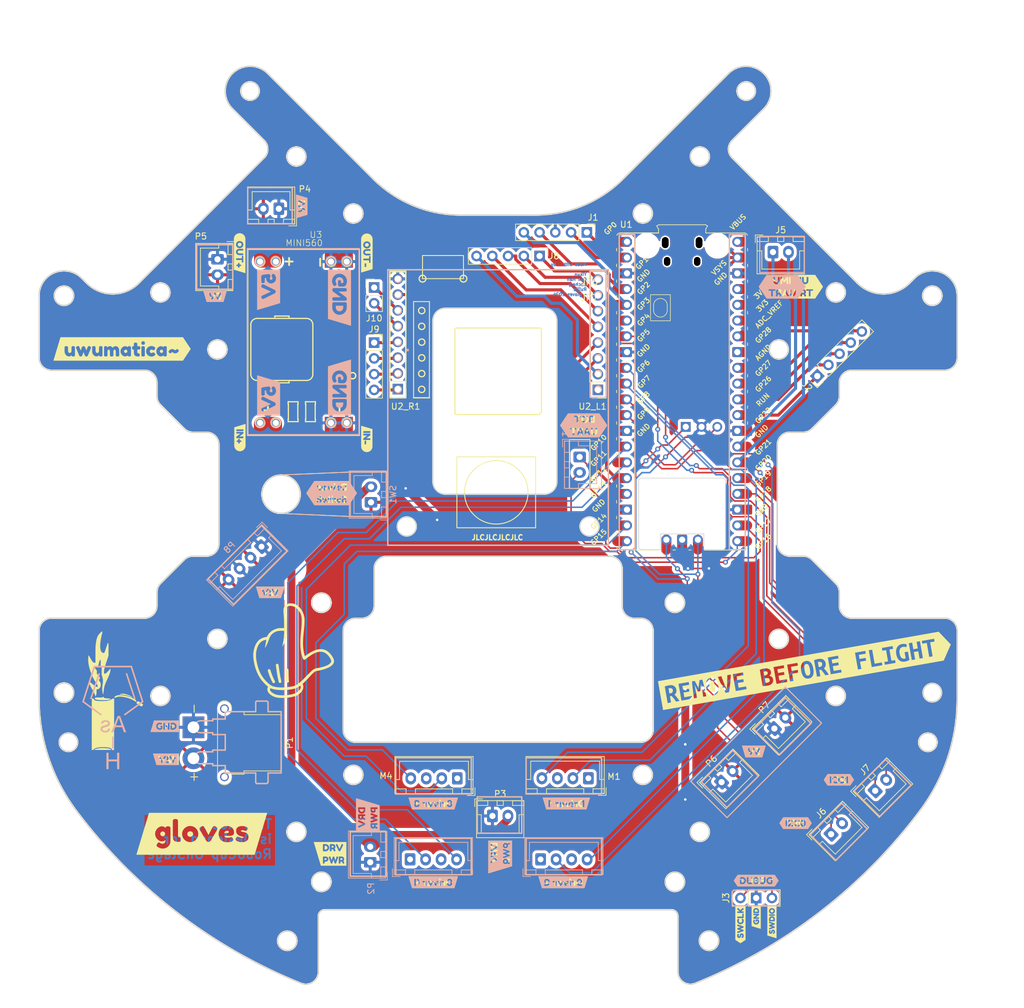
<source format=kicad_pcb>
(kicad_pcb (version 20221018) (generator pcbnew)
  (layers (0 "F.Cu" signal) (31 "B.Cu" signal) (34 "B.Paste" user) (35 "F.Paste" user) (36 "B.SilkS" user "B.Silkscreen") (37 "F.SilkS" user "F.Silkscreen") (38 "B.Mask" user) (39 "F.Mask" user) (44 "Edge.Cuts" user))
  (net 0 "")
  (net 1 "PICO_RX1_IMU_TX")
  (net 2 "PICO_TX1_IMU_RX")
  (net 3 "PICO_TX0_CAM_RX3")
  (net 4 "PICO_RX0_CAM_TX3")
  (net 5 "IMU_I2C0_SDA")
  (net 6 "IMU_I2C0_SCL")
  (net 7 "IMU_I2C1_SDA")
  (net 8 "IMU_I2C1_SCL")
  (net 9 "PICO_RX0_BOTTOM_TX")
  (net 10 "PICO_TX0_BOTTOM_RX")
  (net 11 "+5V")
  (net 12 "GND")
  (net 14 "PWM1A")
  (net 16 "PWM1B")
  (net 18 "PWM2A")
  (net 20 "PWM2B")
  (net 22 "PWM3A")
  (net 24 "PWM3B")
  (net 26 "PWM4A")
  (net 28 "PWM4B")
  (net 29 "MOTOR_DRV_PWR")
  (net 30 "+12V")
  (net 31 "Net-(J3-Pin_1)")
  (net 32 "Net-(J3-Pin_3)")
  (net 39 "Net-(J1-Pin_1)")
  (net 40 "Net-(J1-Pin_2)")
  (net 41 "Net-(J1-Pin_4)")
  (net 42 "Net-(J1-Pin_5)")
  (net 43 "Net-(J2-Pin_1)")
  (net 44 "Net-(J2-Pin_2)")
  (net 45 "Net-(J2-Pin_3)")
  (net 46 "Net-(J2-Pin_4)")
  (net 47 "Net-(J2-Pin_5)")
  (net 48 "Net-(J8-Pin_1)")
  (net 49 "Net-(J8-Pin_2)")
  (net 50 "Net-(J8-Pin_3)")
  (net 51 "Net-(J8-Pin_4)")
  (net 52 "Net-(J8-Pin_5)")
  (net 53 "Net-(J9-Pin_1)")
  (net 54 "Net-(J9-Pin_2)")
  (net 55 "Net-(J9-Pin_3)")
  (net 56 "Net-(J9-Pin_4)")
  (net 57 "Net-(J10-Pin_1)")
  (net 58 "Net-(J10-Pin_2)")
  (footprint "kibuzzard-65B87A32" (layer "F.Cu") (at 68.326 53.594 90)
    (fp_text reference "kibuzzard-65B87A32" hide)
    (fp_text value "G***" hide)
  )
  (footprint "kibuzzard-65B8747C" (layer "F.Cu") (at 141.605 168.275 90)
    (fp_text reference "kibuzzard-65B8747C" hide)
    (fp_text value "G***" hide)
  )
  (footprint "Connector_PinHeader_2.54mm:PinHeader_1x08_P2.54mm_Vertical" (layer "F.Cu") (at 83.82 83.058 180)
    (fp_text reference "U2_R1")
    (fp_text value "OpenMV-Right")
  )
  (footprint "Connector_JST:JST_XH_B2B-XH-A_1x02_P2.50mm_Vertical" (layer "F.Cu") (at 136.027233 146.420767 45)
    (fp_text reference "P6")
    (fp_text value "5V-XHx2")
  )
  (footprint "Connector_JST:JST_XH_B4B-XH-A_1x04_P2.50mm_Vertical" (layer "F.Cu") (at 114.554 145.796 180)
    (fp_text reference "M1")
    (fp_text value "Driver1_XHx4")
  )
  (footprint "kibuzzard-65B87709" (layer "F.Cu") (at 46.228 137.414)
    (fp_text reference "kibuzzard-65B87709" hide)
    (fp_text value "G***" hide)
  )
  (footprint "Connector_JST:JST_XH_B2B-XH-A_1x02_P2.50mm_Vertical" (layer "F.Cu") (at 144.312 60.96)
    (fp_text reference "J5")
    (fp_text value "IMU-UART-XHx2")
  )
  (footprint "kibuzzard-65B87CF7" (layer "F.Cu") (at 148.59 66.548)
    (fp_text reference "kibuzzard-65B87CF7" hide)
    (fp_text value "G***" hide)
  )
  (footprint "kibuzzard-65B8746C" (layer "F.Cu") (at 139.065 169.418 90)
    (fp_text reference "kibuzzard-65B8746C" hide)
    (fp_text value "G***" hide)
  )
  (footprint "Connector_JST:JST_XH_B2B-XH-A_1x02_P2.50mm_Vertical" (layer "F.Cu") (at 144.536233 137.784767 45)
    (fp_text reference "P7")
    (fp_text value "5V-XHx2")
  )
  (footprint "Connector_JST:JST_XH_B2B-XH-A_1x02_P2.50mm_Vertical" (layer "F.Cu") (at 54.754 62.123 -90)
    (fp_text reference "P5")
    (fp_text value "IMU-5VOUT-XHx2")
  )
  (footprint "Connector_PinHeader_2.54mm:PinHeader_1x03_P2.54mm_Vertical" (layer "F.Cu") (at 139.065 165.1 90)
    (fp_text reference "J3")
    (fp_text value "Pico-Debug-Headerx3")
  )
  (footprint "kibuzzard-65B8729F" (layer "F.Cu") (at 110.998 149.86)
    (fp_text reference "kibuzzard-65B8729F" hide)
    (fp_text value "G***" hide)
  )
  (footprint "Connector_PinHeader_2.54mm:PinHeader_1x05_P2.54mm_Vertical" (layer "F.Cu") (at 114.3 57.785 -90)
    (fp_text reference "J1")
    (fp_text value "Pico-L-Headerx5")
  )
  (footprint "RCJ-Components:lipofire-20h" (layer "F.Cu") (at 37.592 132.08)
    (fp_text reference "G***" hide)
    (fp_text value "LOGO" hide)
  )
  (footprint "kibuzzard-65B87948" (layer "F.Cu") (at 73.152 99.822)
    (fp_text reference "kibuzzard-65B87948" hide)
    (fp_text value "G***" hide)
  )
  (footprint "Connector_AMASS:AMASS_XT30PW-F_1x02_P2.50mm_Horizontal" (layer "F.Cu") (at 50.873 137.581 -90)
    (fp_text reference "P1")
    (fp_text value "LiPo_12VIN_XT30")
  )
  (footprint "RCJ-Components:mickey-gloves-15" (layer "F.Cu") (at 67.031689 125.922489)
    (fp_text reference "G***" hide)
    (fp_text value "LOGO" hide)
  )
  (footprint "Connector_PinHeader_2.54mm:PinHeader_1x05_P2.54mm_Vertical" (layer "F.Cu") (at 106.68 61.595 -90)
    (fp_text reference "J8")
    (fp_text value "OMV-L-Headerx5")
  )
  (footprint "kibuzzard-65B87357" (layer "F.Cu") (at 147.955 153.035)
    (fp_text reference "kibuzzard-65B87357" hide)
    (fp_text value "G***" hide)
  )
  (footprint "Connector_PinHeader_2.54mm:PinHeader_1x05_P2.54mm_Vertical" (layer "F.Cu") (at 151.456846 80.953154 135)
    (fp_text reference "J2")
    (fp_text value "Pico-R-Headerx5")
  )
  (footprint "kibuzzard-65B8749D" (layer "F.Cu") (at 144.145 169.037 90)
    (fp_text reference "kibuzzard-65B8749D" hide)
    (fp_text value "G***" hide)
  )
  (footprint "kibuzzard-65B8733B" (layer "F.Cu") (at 154.94 146.05)
    (fp_text reference "kibuzzard-65B8733B" hide)
    (fp_text value "G***" hide)
  )
  (footprint "kibuzzard-65B877B7" (layer "F.Cu") (at 72.898 157.988)
    (fp_text reference "kibuzzard-65B877B7" hide)
    (fp_text value "G***" hide)
  )
  (footprint "kibuzzard-65B87292" (layer "F.Cu") (at 110.49 162.56)
    (fp_text reference "kibuzzard-65B87292" hide)
    (fp_text value "G***" hide)
  )
  (footprint "kibuzzard-65B87A32" (layer "F.Cu") (at 141.224 141.478)
    (fp_text reference "kibuzzard-65B87A32" hide)
    (fp_text value "G***" hide)
  )
  (footprint "Connector_PinHeader_2.54mm:PinHeader_1x08_P2.54mm_Vertical" (layer "F.Cu") (at 116.078 83.185 180)
    (fp_text reference "U2_L1")
    (fp_text value "OpenMV-Left")
  )
  (footprint "kibuzzard-65B872C5" (layer "F.Cu") (at 89.535 162.56)
    (fp_text reference "kibuzzard-65B872C5" hide)
    (fp_text value "G***" hide)
  )
  (footprint "Connector_JST:JST_XH_B2B-XH-A_1x02_P2.50mm_Vertical" (layer "F.Cu") (at 160.792233 147.817767 45)
    (fp_text reference "J7")
    (fp_text value "IMU-I2C1-XHx2")
  )
  (footprint "Connector_PinSocket_2.54mm:PinSocket_1x04_P2.54mm_Vertical" (layer "F.Cu") (at 80.01 75.565)
    (fp_text reference "J9")
    (fp_text value "OMV-R-Headerx4")
  )
  (footprint "Connector_JST:JST_XH_B2B-XH-A_1x02_P2.50mm_Vertical" (layer "F.Cu") (at 153.684886 154.817653 45)
    (fp_text reference "J6")
    (fp_text value "IMU-I2C0-XHx2")
  )
  (footprint "kibuzzard-65B877B7" (layer "F.Cu") (at 100.33 158.496 90)
    (fp_text reference "kibuzzard-65B877B7" hide)
    (fp_text value "G***" hide)
  )
  (footprint "kibuzzard-65B876C6" (layer "F.Cu") (at 46.482 142.748)
    (fp_text reference "kibuzzard-65B876C6" hide)
    (fp_text value "G***" hide)
  )
  (footprint "Connector_JST:JST_XH_B2B-XH-A_1x02_P2.50mm_Vertical" (layer "F.Cu") (at 64.643 53.975 180)
    (fp_text reference "P4")
    (fp_text value "IMU-5VOUT-XHx2")
  )
  (footprint "kibuzzard-65B874B6" (layer "F.Cu") (at 141.605 162.306)
    (fp_text reference "kibuzzard-65B874B6" hide)
    (fp_text value "G***" hide)
  )
  (footprint "kibuzzard-65B872C5" (layer "F.Cu") (at 89.535 149.86)
    (fp_text reference "kibuzzard-65B872C5" hide)
    (fp_text value "G***" hide)
  )
  (footprint "kibuzzard-65B87D10" (layer "F.Cu") (at 113.792 88.9)
    (fp_text reference "kibuzzard-65B87D10" hide)
    (fp_text value "G***" hide)
  )
  (footprint "Connector_JST:JST_XH_B4B-XH-A_1x04_P2.50mm_Vertical" (layer "F.Cu") (at 93.412 145.813 180)
    (fp_text reference "M4")
    (fp_text value "Driver4_XHx4")
  )
  (footprint "kibuzzard-65B89F23" (layer "F.Cu") (at 149.583548 128.351183 10)
    (fp_text reference "kibuzzard-65B89F23" hide)
    (fp_text value "G***" hide)
  )
  (footprint "kibuzzard-65B8902F" (layer "F.Cu") (at 52.223489 154.751489)
    (fp_text reference "kibuzzard-65B8902F" hide)
    (fp_text value "G***" hide)
  )
  (footprint "kibuzzard-65B878F9" (layer "F.Cu") (at 63.246 115.824)
    (fp_text reference "kibuzzard-65B878F9" hide)
    (fp_text value "G***" hide)
  )
  (footprint "Connector_PinHeader_2.54mm:PinHeader_1x02_P2.54mm_Vertical" (layer "F.Cu") (at 80.01 66.675)
    (fp_text reference "J10")
    (fp_text value "OMV-R-Headerx2")
  )
  (footprint "Connector_JST:JST_XH_B2B-XH-A_1x02_P2.50mm_Vertical" (layer "F.Cu") (at 99.08 151.875)
    (fp_text reference "P3")
    (fp_text value "Driver2_Power_XHx4")
  )
  (footprint "RCJ-Components:Raspberry_Pi_Pico_SMT_THT" (layer "F.Cu") (at 120.777 59.309)
    (fp_text reference "U1")
    (fp_text value "Pico")
    (fp_line (start 1.89 38.6) (end 1.89 41.73) (stroke (width 0.1)) (layer "Edge.Cuts"))
    (fp_line (start 1.89 49.13) (end 1.89 41.73) (stroke (width 0.1)) (layer "Edge.Cuts"))
    (fp_line (start 2.39 38.1) (end 15.39 38.1) (stroke (width 0.1)) (layer "Edge.Cuts"))
    (fp_line (start 2.39 49.63) (end 5.39 49.63) (stroke (width 0.1)) (layer "Edge.Cuts"))
    (fp_line (start 5.39 49.63) (end 5.39 47.09) (stroke (width 0.1)) (layer "Edge.Cuts"))
    (fp_line (start 12.39 47.09) (end 5.39 47.09) (stroke (width 0.1)) (layer "Edge.Cuts"))
    (fp_line (start 12.39 49.63) (end 12.39 47.09) (stroke (width 0.1)) (layer "Edge.Cuts"))
    (fp_line (start 15.39 49.63) (end 12.39 49.63) (stroke (width 0.1)) (layer "Edge.Cuts"))
    (fp_line (start 15.89 38.6) (end 15.89 41.73) (stroke (width 0.1)) (layer "Edge.Cuts"))
    (fp_line (start 15.89 41.73) (end 15.89 49.13) (stroke (width 0.1)) (layer "Edge.Cuts"))
    (fp_arc (start 1.89 38.6) (mid 2.036447 38.246447) (end 2.39 38.1) (stroke (width 0.1)) (layer "Edge.Cuts"))
    (fp_arc (start 2.39 49.63) (mid 2.036447 49.483553) (end 1.89 49.13) (stroke (width 0.1)) (layer "Edge.Cuts"))
    (fp_arc (start 15.39 38.1) (mid 15.743553 38.246447) (end 15.89 38.6) (stroke (width 0.1)) (layer "Edge.Cuts"))
    (fp_arc (start 15.89 49.13) (mid 15.743553 49.483553) (end 15.39 49.63) (stroke (width 0.1)) (layer "Edge.Cuts"))
  )
  (footprint "kibuzzard-65B87A32" (layer "F.Cu") (at 54.356 68.072)
    (fp_text reference "kibuzzard-65B87A32" hide)
    (fp_text value "G***" hide)
  )
  (footprint "kibuzzard-65B89082" (layer "F.Cu") (at 39.37 76.581)
    (fp_text reference "kibuzzard-65B89082" hide)
    (fp_text value "G***" hide)
  )
  (footprint "RCJ-Components:MINI560" (layer "F.Cu") (at 75.61527 62.495708 -90)
    (fp_text reference "U3")
    (fp_text value "MINI560_5V")
  )
  (footprint "kibuzzard-65B874B6" (layer "B.Cu") (at 141.605 162.306 180)
    (fp_text reference "kibuzzard-65B874B6" hide)
    (fp_text value "G***" hide)
  )
  (footprint "kibuzzard-65B87C82" (layer "B.Cu") (at 74.422 82.804 -90)
    (fp_text reference "kibuzzard-65B87C82" hide)
    (fp_text value "G***" hide)
  )
  (footprint "kibuzzard-65B87723" (layer "B.Cu") (at 46.228 137.414 180)
    (fp_text reference "kibuzzard-65B87723" hide)
    (fp_text value "G***" hide)
  )
  (footprint "kibuzzard-65B878F9" (layer "B.Cu") (at 63.246 115.824 180)
    (fp_text reference "kibuzzard-65B878F9" hide)
    (fp_text value "G***" hide)
  )
  (footprint "kibuzzard-65B872D0" (layer "B.Cu") (at 89.535 162.56 180)
    (fp_text reference "kibuzzard-65B872D0" hide)
    (fp_text value "G***" hide)
  )
  (footprint "Connector_JST:JST_XH_B2B-XH-A_1x02_P2.50mm_Vertical" (layer "B.Cu") (at 79.375 159.345 90)
    (fp_text reference "P2")
    (fp_text value "Driver1_Power_XHx4")
  )
  (footprint "Connector_JST:JST_XH_B4B-XH-A_1x04_P2.50mm_Vertical" (layer "B.Cu") (at 106.847 158.877)
    (fp_text reference "M2" hide)
    (fp_text value "Driver2_XHx4")
  )
  (footprint "kibuzzard-65B8779B" (layer "B.Cu") (at 100.33 158.496 -90)
    (fp_text reference "kibuzzard-65B8779B" hide)
    (fp_text value "G***" hide)
  )
  (footprint "kibuzzard-65B87A32" (layer "B.Cu") (at 54.356 68.072 180)
    (fp_text reference "kibuzzard-65B87A32" hide)
    (fp_text value "G***" hide)
  )
  (footprint "Connector_JST:JST_XH_B2B-XH-A_1x02_P2.50mm_Vertical" (layer "B.Cu") (at 79.502 101.306 90)
    (fp_text reference "SW1")
    (fp_text value "Driver_Power_Switch_XHx2")
  )
  (footprint "kibuzzard-65B872C5" (layer "B.Cu") (at 89.535 149.86 180)
    (fp_text reference "kibuzzard-65B872C5" hide)
    (fp_text value "G***" hide)
  )
  (footprint "Connector_JST:JST_XH_B4B-XH-A_1x04_P2.50mm_Vertical" (layer "B.Cu") (at 85.805 158.877)
    (fp_text reference "M3" hide)
    (fp_text value "Driver3_XHx4")
  )
  (footprint "Connector_JST:JST_XH_B4B-XH-A_1x04_P2.50mm_Vertical" (layer "B.Cu") (at 61.849 108.458 -135)
    (fp_text reference "P8")
    (fp_text value "Bottom-12VOUT-XHx4")
  )
  (footprint "kibuzzard-65B877B7" (layer "B.Cu") (at 78.994 151.638 -90)
    (fp_text reference "kibuzzard-65B877B7" hide)
    (fp_text value "G***" hide)
  )
  (footprint "kibuzzard-65B8729F" (layer "B.Cu") (at 110.998 149.86 180)
    (fp_text reference "kibuzzard-65B8729F" hide)
    (fp_text value "G***" hide)
  )
  (footprint "kibuzzard-65B87CF7" (layer "B.Cu") (at 145.796 66.548 180)
    (fp_text reference "kibuzzard-65B87CF7" hide)
    (fp_text value "G***" hide)
  )
  (footprint "kibuzzard-65B87357" (layer "B.Cu") (at 147.955 153.035 180)
    (fp_text reference "kibuzzard-65B87357" hide)
    (fp_text value "G***" hide)
  )
  (footprint "kibuzzard-65B87D10" (layer "B.Cu") (at 113.792 88.9 180)
    (fp_text reference "kibuzzard-65B87D10" hide)
    (fp_text value "G***" hide)
  )
  (footprint "kibuzzard-65B8733B" (layer "B.Cu") (at 154.94 146.05 180)
    (fp_text reference "kibuzzard-65B8733B" hide)
    (fp_text value "G***" hide)
  )
  (footprint "kibuzzard-65B87731" (layer "B.Cu") (at 46.355 142.748 180)
    (fp_text reference "kibuzzard-65B87731" hide)
    (fp_text value "G***" hide)
  )
  (footprint "kibuzzard-65B87C77" (layer "B.Cu") (at 62.992 84.074 -90)
    (fp_text reference "kibuzzard-65B87C77" hide)
    (fp_text value "G***" hide)
  )
  (footprint "RCJ-Components:arsole-20" (layer "B.Cu") (at 37.8968 136.017 180)
    (fp_text reference "G***" hide)
    (fp_text value "LOGO" hide)
  )
  (footprint "Connector_JST:JST_XH_B2B-XH-A_1x02_P2.50mm_Vertical" (layer "B.Cu") (at 113.14 94 -90)
    (fp_text reference "J4")
    (fp_text value "Bottom-UART-XHx2")
  )
  (footprint "kibuzzard-65B87292" (layer "B.Cu") (at 110.49 162.56 180)
    (fp_text reference "kibuzzard-65B87292" hide)
    (fp_text value "G***" hide)
  )
  (footprint "kibuzzard-65B87948" (layer "B.Cu") (at 73.152 99.822 180)
    (fp_text reference "kibuzzard-65B87948" hide)
    (fp_text value "G***" hide)
  )
  (footprint "kibuzzard-65B87A32" (layer "B.Cu") (at 68.326 53.594 -90)
    (fp_text reference "kibuzzard-65B87A32" hide)
    (fp_text value "G***" hide)
  )
  (footprint "kibuzzard-65B87C4C" (layer "B.Cu") (at 74.422 68.326 -90)
    (fp_text reference "kibuzzard-65B87C4C" hide)
    (fp_text value "G***" hide)
  )
  (footprint "kibuzzard-65B87C2D" (layer "B.Cu") (at 62.992 67.056 -90)
    (fp_text reference "kibuzzard-65B87C2D" hide)
    (fp_text value "G***" hide)
  )
  (footprint "kibuzzard-65B87A32" (layer "B.Cu") (at 141.224 141.478 180)
    (fp_text reference "kibuzzard-65B87A32" hide)
    (fp_text value "G***" hide)
  )
  (gr_line (start 143.4992 64.262) (end 142.1784 64.262) (stroke (width 0.2)) (layer "B.SilkS"))
  (gr_circle (center 54.745166 123.334524) (end 56.295166 123.334524) (stroke (width 0.2)) (fill none) (layer "B.SilkS"))
  (gr_arc (start 118 110) (mid 119.414214 110.585786) (end 120 112) (stroke (width 0.2)) (layer "B.SilkS"))
  (gr_circle (center 67.473088 45.552778) (end 69.023088 45.552778) (stroke (width 0.2)) (fill none) (layer "B.SilkS"))
  (gr_line (start 112.851987 148.3354) (end 110.819987 148.3354) (stroke (width 0.2)) (layer "B.SilkS"))
  (gr_line (start 84.819987 148.3354) (end 83.499187 148.3354) (stroke (width 0.2)) (layer "B.SilkS"))
  (gr_line (start 89.819987 155.4934) (end 91.851987 155.4934) (stroke (width 0.2)) (layer "B.SilkS"))
  (gr_line (start 97.959856 154.651179) (end 96.639056 154.651179) (stroke (width 0.2)) (layer "B.SilkS"))
  (gr_circle (center 73.03973 62.414222) (end 73.78973 62.414222) (stroke (width 0.2)) (fill none) (layer "B.SilkS"))
  (gr_line (start 150.585786 89.414214) (end 154.414214 85.585786) (stroke (width 0.2)) (layer "B.SilkS"))
  (gr_line (start 157.385865 147.833744) (end 158.319812 146.899798) (stroke (width 0.2)) (layer "B.SilkS"))
  (gr_arc (start 42.109127 65.966991) (mid 37.866487 67.724351) (end 33.623846 65.966991) (stroke (width 0.2)) (layer "B.SilkS"))
  (gr_circle (center 116.13 83.1) (end 116.64 83.1) (stroke (width 0.2)) (fill none) (layer "B.SilkS"))
  (gr_line (start 99.991856 154.651179) (end 97.959856 154.651179) (stroke (width 0.2)) (layer "B.SilkS"))
  (gr_line (start 152.146 136.906) (end 146.304 131.064) (stroke (width 0.15)) (layer "B.SilkS"))
  (gr_line (start 56 141.25) (end 54 141.25) (stroke (width 0.2)) (layer "B.SilkS"))
  (gr_line (start 110.819987 148.3354) (end 110.351987 148.3354) (stroke (width 0.2)) (layer "B.SilkS"))
  (gr_line (start 82.003364 160.276906) (end 82.003364 161.597706) (stroke (width 0.2)) (layer "B.SilkS"))
  (gr_line (start 86.851987 148.3354) (end 84.819987 148.3354) (stroke (width 0.2)) (layer "B.SilkS"))
  (gr_line (start 92.319987 142.4934) (end 94.351987 142.4934) (stroke (width 0.2)) (layer "B.SilkS"))
  (gr_line (start 106.058875 55) (end 93.941125 55) (stroke (width 0.2)) (layer "B.SilkS"))
  (gr_line (start 80 112) (end 80 118) (stroke (width 0.2)) (layer "B.SilkS"))
  (gr_line (start 76.161364 100.244906) (end 76.161364 99.776906) (stroke (width 0.2)) (layer "B.SilkS"))
  (gr_line (start 149.352 64.262) (end 148.0312 64.262) (stroke (width 0.2)) (layer "B.SilkS"))
  (gr_line (start 149.171573 110) (end 147 110) (stroke (width 0.2)) (layer "B.SilkS"))
  (gr_line (start 145.384558 133.756793) (end 146.318505 132.822846) (stroke (width 0.2)) (layer "B.SilkS"))
  (gr_circle (center 45.552778 67.473088) (end 47.102778 67.473088) (stroke (width 0.2)) (fill none) (layer "B.SilkS"))
  (gr_line (start 56 136.05) (end 56 136.25) (stroke (width 0.2)) (layer "B.SilkS"))
  (gr_line (start 154.453352 150.766258) (end 155.387299 149.832311) (stroke (width 0.2)) (layer "B.SilkS"))
  (gr_line (start 65 135.05) (end 62.9 135.05) (stroke (width 0.2)) (layer "B.SilkS"))
  (gr_line (start 116.672787 148.3354) (end 115.351987 148.3354) (stroke (width 0.2)) (layer "B.SilkS"))
  (gr_line (start 137.290001 58.140001) (end 137.290001 108.940001) (stroke (width 0.2)) (layer "B.SilkS"))
  (gr_circle (center 83.87 83.1) (end 84.38 83.1) (stroke (width 0.2)) (fill none) (layer "B.SilkS"))
  (gr_line (start 140.27 166.116) (end 140.016 166.37) (stroke (width 0.2)) (layer "B.SilkS"))
  (gr_arc (start 80 112) (mid 80.585786 110.585786) (end 82 110) (stroke (width 0.2)) (layer "B.SilkS"))
  (gr_arc (start 45.585786 85.585786) (mid 45.15225 84.936938) (end 45 84.171573) (stroke (width 0.2)) (layer "B.SilkS"))
  (gr_line (start 122.050001 58.140001) (end 121.380001 58.140001) (stroke (width 0.2)) (layer "B.SilkS"))
  (gr_line (start 26 68) (end 26 78) (stroke (width 0.2)) (layer "B.SilkS"))
  (gr_line (start 66.785305 50.555726) (end 66.785305 56.397726) (stroke (width 0.2)) (layer "B.SilkS"))
  (gr_line (start 149.352 58.42) (end 149.352 64.262) (stroke (width 0.2)) (layer "B.SilkS"))
  (gr_line (start 62.964505 56.397726) (end 60.932505 56.397726) (stroke (width 0.2)) (layer "B.SilkS"))
  (gr_line (start 89.819987 142.4934) (end 91.851987 142.4934) (stroke (width 0.2)) (layer "B.SilkS"))
  (gr_line (start 105.819987 161.3354) (end 104.499187 161.3354) (stroke (width 0.2)) (layer "B.SilkS"))
  (gr_line (start 45 82) (end 45 84.171573) (stroke (width 0.2)) (layer "B.SilkS"))
  (gr_circle (center 83.87 67.86) (end 84.38 67.86) (stroke (width 0.2)) (fill none) (layer "B.SilkS"))
  (gr_line (start 62.9 144.95) (end 65 144.95) (stroke (width 0.2)) (layer "B.SilkS"))
  (gr_line (start 57.235324 65.626585) (end 57.235324 66.947385) (stroke (width 0.2)) (layer "B.SilkS"))
  (gr_arc (start 52 143.45) (mid 51.05 142.5) (end 52 141.55) (stroke (width 0.2)) (layer "B.SilkS"))
  (gr_line (start 82.22 108.25) (end 117.78 108.25) (stroke (width 0.2)) (layer "B.SilkS"))
  (gr_line (start 140.524 163.83) (end 142.556 163.83) (stroke (width 0.2)) (layer "B.SilkS"))
  (gr_line (start 112.851987 155.4934) (end 113.319987 155.4934) (stroke (width 0.2)) (layer "B.SilkS"))
  (gr_line (start 82.003364 97.744906) (end 82.003364 99.776906) (stroke (width 0.2)) (layer "B.SilkS"))
  (gr_line (start 159.518216 153.963229) (end 158.58427 154.897175) (stroke (width 0.2)) (layer "B.SilkS"))
  (gr_line (start 121.380001 108.940001) (end 122.050001 108.940001) (stroke (width 0.2)) (layer "B.SilkS"))
  (gr_line (start 150.314797 154.904812) (end 151.248744 153.970866) (stroke (width 0.2)) (layer "B.SilkS"))
  (gr_circle (center 71.5 117.5) (end 73.075 117.5) (stroke (width 0.2)) (fill none) (layer "B.SilkS"))
  (gr_line (start 56.270551 116.705934) (end 56.845287 117.28067) (stroke (width 0.2)) (layer "B.SilkS"))
  (gr_line (start 117.78 63.8) (end 82.22 63.8) (stroke (width 0.2)) (layer "B.SilkS"))
  (gr_line (start 64.712875 110.418872) (end 64.923487 110.208259) (stroke (width 0.2)) (layer "B.SilkS"))
  (gr_line (start 82.003364 103.597706) (end 76.161364 103.597706) (stroke (width 0.2)) (layer "B.SilkS"))
  (gr_line (start 137.833224 141.308128) (end 141.964141 145.439045) (stroke (width 0.2)) (layer "B.SilkS"))
  (gr_arc (start 137.171573 32.171573) (mid 142.828427 32.171573) (end 142.828427 37.828427) (stroke (width 0.2)) (layer "B.SilkS"))
  (gr_circle (center 66 172) (end 67.575 172) (stroke (width 0.2)) (fill none) (layer "B.SilkS"))
  (gr_line (start 112.851987 161.3354) (end 110.819987 161.3354) (stroke (width 0.2)) (layer "B.SilkS"))
  (gr_line (start 114.859 64.054) (end 114.859 84.374) (stroke (width 0.2)) (layer "B.SilkS"))
  (gr_line (start 104.499187 161.3354) (end 104.499187 155.4934) (stroke (width 0.2)) (layer "B.SilkS"))
  (gr_circle (center 64.11973 88.414222) (end 64.86973 88.414222) (stroke (width 0.2)) (fill none) (layer "B.SilkS"))
  (gr_line (start 155 84.171573) (end 155 82) (stroke (width 0.2)) (layer "B.SilkS"))
  (gr_circle (center 116.13 78.02) (end 116.64 78.02) (stroke (width 0.2)) (fill none) (layer "B.SilkS"))
  (gr_line (start 62.9 146.4) (end 62.9 144.95) (stroke (width 0.2)) (layer "B.SilkS"))
  (gr_line (start 166.589284 146.892161) (end 165.655338 147.826108) (stroke (width 0.2)) (layer "B.SilkS"))
  (gr_line (start 116.568993 84.374) (end 117.399 84.374) (stroke (width 0.2)) (layer "B.SilkS"))
  (gr_line (start 157.890873 65.966991) (end 137.704581 45.7807) (stroke (width 0.2)) (layer "B.SilkS"))
  (gr_line (start 78 120) (end 77 120) (stroke (width 0.2)) (layer "B.SilkS"))
  (gr_line (start 76.161364 102.276906) (end 76.161364 100.244906) (stroke (width 0.2)) (layer "B.SilkS"))
  (gr_line (start 63.432505 56.397726) (end 62.964505 56.397726) (stroke (width 0.2)) (layer "B.SilkS"))
  (gr_line (start 105.819987 142.4934) (end 107.851987 142.4934) (stroke (width 0.2)) (layer "B.SilkS"))
  (gr_line (start 28 80) (end 43 80) (stroke (width 0.2)) (layer "B.SilkS"))
  (gr_line (start 84.819987 142.4934) (end 86.851987 142.4934) (stroke (width 0.2)) (layer "B.SilkS"))
  (gr_arc (start 137.704581 45.7807) (mid 137.118806 44.36649) (end 137.704581 42.952273) (stroke (width 0.2)) (layer "B.SilkS"))
  (gr_line (start 102.491856 154.651179) (end 100.459856 154.651179) (stroke (width 0.2)) (layer "B.SilkS"))
  (gr_line (start 94.351987 155.4934) (end 95.672787 155.4934) (stroke (width 0.2)) (layer "B.SilkS"))
  (gr_arc (start 62.295419 42.952273) (mid 62.881213 44.36649) (end 62.295419 45.7807) (stroke (width 0.2)) (layer "B.SilkS"))
  (gr_line (start 64.999999 96.9) (end 76.161364 96.424106) (stroke (width 0.15)) (layer "B.SilkS"))
  (gr_line (start 110.351987 148.3354) (end 108.319987 148.3354) (stroke (width 0.2)) (layer "B.SilkS"))
  (gr_line (start 82.003364 100.244906) (end 82.003364 102.276906) (stroke (width 0.2)) (layer "B.SilkS"))
  (gr_circle (center 128.5 117.5) (end 130.075 117.5) (stroke (width 0.2)) (fill none) (layer "B.SilkS"))
  (gr_line (start 76.161364 103.597706) (end 76.161364 102.276906) (stroke (width 0.2)) (layer "B.SilkS"))
  (gr_arc (start 155 82) (mid 155.585786 80.585786) (end 157 80) (stroke (width 0.2)) (layer "B.SilkS"))
  (gr_line (start 140.016 163.83) (end 140.27 164.084) (stroke (width 0.2)) (layer "B.SilkS"))
  (gr_line (start 137.290001 108.940001) (end 137.960001 108.940001) (stroke (width 0.2)) (layer "B.SilkS"))
  (gr_line (start 60.9 135.05) (end 57.2 135.05) (stroke (width 0.2)) (layer "B.SilkS"))
  (gr_arc (start 60.9 133.6) (mid 60.973223 133.423223) (end 61.15 133.35) (stroke (width 0.2)) (layer "B.SilkS"))
  (gr_circle (center 76.665476 54.745166) (end 78.215476 54.745166) (stroke (width 0.2)) (fill none) (layer "B.SilkS"))
  (gr_line (start 56 143.75) (end 56 143.95) (stroke (width 0.2)) (layer "B.SilkS"))
  (gr_arc (start 32 151) (mid 27.539501 142.486833) (end 26 133) (stroke (width 0.2)) (layer "B.SilkS"))
  (gr_line (start 145.096 163.83) (end 145.35 164.084) (stroke (width 0.2)) (layer "B.SilkS"))
  (gr_circle (center 54.745166 76.665476) (end 56.295166 76.665476) (stroke (width 0.2)) (fill none) (layer "B.SilkS"))
  (gr_line (start 139.593354 147.809833) (end 139.262428 148.140759) (stroke (width 0.2)) (layer "B.SilkS"))
  (gr_line (start 152.685585 152.534025) (end 153.016511 152.203099) (stroke (width 0.2)) (layer "B.SilkS"))
  (gr_line (start 65.453322 108.672635) (end 64.878586 108.097899) (stroke (width 0.2)) (layer "B.SilkS"))
  (gr_line (start 57.235324 59.773785) (end 57.235324 61.094585) (stroke (width 0.2)) (layer "B.SilkS"))
  (gr_arc (start 49.414214 110.585786) (mid 50.063062 110.15225) (end 50.828427 110) (stroke (width 0.2)) (layer "B.SilkS"))
  (gr_arc (start 120.20101 49.142136) (mid 113.712542 53.477582) (end 106.058875 55) (stroke (width 0.2)) (layer "B.SilkS"))
  (gr_line (start 115.351987 142.4934) (end 116.672787 142.4934) (stroke (width 0.2)) (layer "B.SilkS"))
  (gr_line (start 83.499187 155.4934) (end 84.819987 155.4934) (stroke (width 0.2)) (layer "B.SilkS"))
  (gr_line (start 113.319987 142.4934) (end 115.351987 142.4934) (stroke (width 0.2)) (layer "B.SilkS"))
  (gr_line (start 139.830001 58.140001) (end 139.160001 58.140001) (stroke (width 0.2)) (layer "B.SilkS"))
  (gr_line (start 61.15 146.65) (end 62.65 146.65) (stroke (width 0.2)) (layer "B.SilkS"))
  (gr_line (start 143.947717 135.193634) (end 145.384558 133.756793) (stroke (width 0.2)) (layer "B.SilkS"))
  (gr_circle (center 116.13 75.48) (end 116.64 75.48) (stroke (width 0.2)) (fill none) (layer "B.SilkS"))
  (gr_line (start 142.556 166.37) (end 140.524 166.37) (stroke (width 0.2)) (layer "B.SilkS"))
  (gr_line (start 52 138.45) (end 54 138.45) (stroke (width 0.2)) (layer "B.SilkS"))
  (gr_line (start 167.171573 65.171573) (end 166.376154 65.966991) (stroke (width 0.2)) (layer "B.SilkS"))
  (gr_line (start 62.964505 50.555726) (end 63.432505 50.555726) (stroke (width 0.2)) (layer "B.SilkS"))
  (gr_arc (start 128 167) (mid 128.707107 167.292893) (end 129 168) (stroke (width 0.2)) (layer "B.SilkS"))
  (gr_line (start 51.393324 59.773785) (end 57.235324 59.773785) (stroke (width 0.2)) (layer "B.SilkS"))
  (gr_line (start 145.5312 64.262) (end 143.4992 64.262) (stroke (width 0.2)) (layer "B.SilkS"))
  (gr_line (start 142.556 163.83) (end 142.81 164.084) (stroke (width 0.2)) (layer "B.SilkS"))
  (gr_circle (center 83.87 65.32) (end 84.38 65.32) (stroke (width 0.2)) (fill none) (layer "B.SilkS"))
  (gr_line (start 164.218497 149.262949) (end 163.887571 149.593875) (stroke (width 0.2)) (layer "B.SilkS"))
  (gr_line (start 45.585786 85.585786) (end 49.414214 89.414214) (stroke (width 0.2)) (layer "B.SilkS"))
  (gr_line (start 139.160001 58.140001) (end 137.960001 58.140001) (stroke (width 0.2)) (layer "B.SilkS"))
  (gr_line (start 60.932505 50.555726) (end 62.964505 50.555726) (stroke (width 0.2)) (layer "B.SilkS"))
  (gr_line (start 174 78) (end 174 68) (stroke (width 0.2)) (layer "B.SilkS"))
  (gr_line (start 53 110) (end 50.828427 110) (stroke (width 0.2)) (layer "B.SilkS"))
  (gr_arc (start 62.9 146.4) (mid 62.826777 146.576777) (end 62.65 146.65) (stroke (width 0.2)) (layer "B.SilkS"))
  (gr_line (start 76.161364 99.776906) (end 76.161364 97.744906) (stroke (width 0.2)) (layer "B.SilkS"))
  (gr_circle (center 134 172) (end 135.575 172) (stroke (width 0.2)) (fill none) (layer "B.SilkS"))
  (gr_line (start 54 143.75) (end 56 143.75) (stroke (width 0.2)) (layer "B.SilkS"))
  (gr_line (start 133.694669 145.446682) (end 135.13151 144.009841) (stroke (width 0.2)) (layer "B.SilkS"))
  (gr_line (start 59.611705 50.555726) (end 60.932505 50.555726) (stroke (width 0.2)) (layer "B.SilkS"))
  (gr_line (start 77.57973 60.414222) (end 77.57973 90.414222) (stroke (width 0.2)) (layer "B.SilkS"))
  (gr_circle (center 83.87 80.56) (end 84.38 80.56) (stroke (width 0.2)) (fill none) (layer "B.SilkS"))
  (gr_line (start 76.161364 155.744906) (end 76.161364 154.424106) (stroke (width 0.2)) (layer "B.SilkS"))
  (gr_line (start 143.064 163.83) (end 145.096 163.83) (stroke (width 0.2)) (layer "B.SilkS"))
  (gr_line (start 64.999999 103.1) (end 76.161364 103.597706) (stroke (width 0.15)) (layer "B.SilkS"))
  (gr_line (start 105.819987 148.3354) (end 104.499187 148.3354) (stroke (width 0.2)) (layer "B.SilkS"))
  (gr_circle (center 123.334524 54.745166) (end 124.884524 54.745166) (stroke (width 0.2)) (fill none) (layer "B.SilkS"))
  (gr_line (start 110.819987 142.4934) (end 112.851987 142.4934) (stroke (width 0.2)) (layer "B.SilkS"))
  (gr_line (start 83.499187 161.3354) (end 83.499187 155.4934) (stroke (width 0.2)) (layer "B.SilkS"))
  (gr_line (start 145.35 164.084) (end 145.35 166.116) (stroke (width 0.2)) (layer "B.SilkS"))
  (gr_line (start 116.672787 155.4934) (end 116.672787 161.3354) (stroke (width 0.2)) (layer "B.SilkS"))
  (gr_line (start 145.9992 58.42) (end 148.0312 58.42) (stroke (width 0.2)) (layer "B.SilkS"))
  (gr_line (start 103.812656 154.651179) (end 102.491856 154.651179) (stroke (width 0.2)) (layer "B.SilkS"))
  (gr_line (start 91.851987 155.4934) (end 92.319987 155.4934) (stroke (width 0.2)) (layer "B.SilkS"))
  (gr_arc (start 131.746988 178.848771) (mid 129.880618 178.65091) (end 129 176.993506) (stroke (width 0.2)) (layer "B.SilkS"))
  (gr_line (start 76.161364 157.776906) (end 76.161364 155.744906) (stroke (width 0.2)) (layer "B.SilkS"))
  (gr_line (start 86.851987 142.4934) (end 87.319987 142.4934) (stroke (width 0.2)) (layer "B.SilkS"))
  (gr_line (start 118 110) (end 82 110) (stroke (width 0.2)) (layer "B.SilkS"))
  (gr_line (start 108.319987 148.3354) (end 107.851987 148.3354) (stroke (width 0.2)) (layer "B.SilkS"))
  (gr_line (start 64.923487 110.208259) (end 65.956217 109.175529) (stroke (width 0.2)) (layer "B.SilkS"))
  (gr_arc (start 53 90) (mid 54.414214 90.585786) (end 55 92) (stroke (width 0.2)) (layer "B.SilkS"))
  (gr_arc (start 150.585786 89.414214) (mid 149.936938 89.84775) (end 149.171573 90) (stroke (width 0.2)) (layer "B.SilkS"))
  (gr_line (start 162.45073 151.030716) (end 161.516783 151.964662) (stroke (width 0.2)) (layer "B.SilkS"))
  (gr_line (start 142.81 166.116) (end 142.556 166.37) (stroke (width 0.2)) (layer "B.SilkS"))
  (gr_line (start 137.171573 32.171573) (end 120.20101 49.142136) (stroke (width 0.2)) (layer "B.SilkS"))
  (gr_line (start 96.639056 148.809179) (end 97.959856 148.809179) (stroke (width 0.2)) (layer "B.SilkS"))
  (gr_line (start 82.22 63.8) (end 82.22 108.25) (stroke (width 0.2)) (layer "B.SilkS"))
  (gr_line (start 56 143.95) (end 56 144.95) (stroke (width 0.2)) (layer "B.SilkS"))
  (gr_line (start 140.016 166.37) (end 137.984 166.37) (stroke (width 0.2)) (layer "B.SilkS"))
  (gr_line (start 51.393324 61.094585) (end 51.393324 59.773785) (stroke (width 0.2)) (layer "B.SilkS"))
  (gr_line (start 76.161364 158.244906) (end 76.161364 157.776906) (stroke (width 0.2)) (layer "B.SilkS"))
  (gr_line (start 89.351987 161.3354) (end 87.319987 161.3354) (stroke (width 0.2)) (layer "B.SilkS"))
  (gr_line (start 51.393324 63.594585) (end 51.393324 63.126585) (stroke (width 0.2)) (layer "B.SilkS"))
  (gr_line (start 52 143.45) (end 54 143.45) (stroke (width 0.2)) (layer "B.SilkS"))
  (gr_line (start 84.819987 161.3354) (end 83.499187 161.3354) (stroke (width 0.2)) (layer "B.SilkS"))
  (gr_line (start 65.956217 109.175529) (end 65.453322 108.672635) (stroke (width 0.2)) (layer "B.SilkS"))
  (gr_line (start 87.319987 155.4934) (end 89.351987 155.4934) (stroke (width 0.2)) (layer "B.SilkS"))
  (gr_line (start 148.0312 64.262) (end 145.9992 64.262) (stroke (width 0.2)) (layer "B.SilkS"))
  (gr_line (start 82.003364 154.424106) (end 82.003364 155.744906) (stroke (width 0.2)) (layer "B.SilkS"))
  (gr_line (start 59.57973 90.414222) (end 59.57973 60.414222) (stroke (width 0.2)) (layer "B.SilkS"))
  (gr_line (start 58.591524 116.540223) (end 59.620186 115.51156) (stroke (width 0.2)) (layer "B.SilkS"))
  (gr_line (start 54 138.75) (end 56 138.75) (stroke (width 0.2)) (layer "B.SilkS"))
  (gr_line (start 110.819987 155.4934) (end 112.851987 155.4934) (stroke (width 0.2)) (layer "B.SilkS"))
  (gr_line (start 105.819987 155.4934) (end 107.851987 155.4934) (stroke (width 0.2)) (layer "B.SilkS"))
  (gr_line (start 95.672787 148.3354) (end 94.351987 148.3354) (stroke (width 0.2)) (layer "B.SilkS"))
  (gr_circle (center 132.526912 154.447222) (end 134.076912 154.447222) (stroke (width 0.2)) (fill none) (layer "B.SilkS"))
  (gr_line (start 149.515476 137.887711) (end 148.078635 139.324552) (stroke (width 0.2)) (layer "B.SilkS"))
  (gr_line (start 76.161364 96.424106) (end 82.003364 96.424106) (stroke (width 0.2)) (layer "B.SilkS"))
  (gr_line (start 62.9 135.05) (end 62.9 133.6) (stroke (width 0.2)) (layer "B.SilkS"))
  (gr_line (start 131.064 146.304) (end 136.906 152.146) (stroke (width 0.15)) (layer "B.SilkS"))
  (gr_line (start 160.087579 145.132031) (end 161.52442 143.69519) (stroke (width 0.2)) (layer "B.SilkS"))
  (gr_line (start 50.828427 90) (end 53 90) (stroke (width 0.2)) (layer "B.SilkS"))
  (gr_line (start 143.064 166.37) (end 142.81 166.116) (stroke (width 0.2)) (layer "B.SilkS"))
  (gr_arc (start 155 84.171573) (mid 154.847768 84.936945) (end 154.414214 85.585786) (stroke (width 0.2)) (layer "B.SilkS"))
  (gr_circle (center 116.13 70.4) (end 116.64 70.4) (stroke (width 0.2)) (fill none) (layer "B.SilkS"))
  (gr_circle (center 83.87 75.48) (end 84.38 75.48) (stroke (width 0.2)) (fill none) (layer "B.SilkS"))
  (gr_line (start 95.672787 142.4934) (end 95.672787 148.3354) (stroke (width 0.2)) (layer "B.SilkS"))
  (gr_line (start 115.351987 155.4934) (end 116.672787 155.4934) (stroke (width 0.2)) (layer "B.SilkS"))
  (gr_line (start 53.217264 113.652647) (end 56.270551 116.705934) (stroke (width 0.2)) (layer "B.SilkS"))
  (gr_line (start 119.510001 108.940001) (end 120.180001 108.940001) (stroke (width 0.2)) (layer "B.SilkS"))
  (gr_line (start 122.050001 108.940001) (end 122.050001 58.140001) (stroke (width 0.2)) (layer "B.SilkS"))
  (gr_circle (center 145.254834 76.665476) (end 146.804834 76.665476) (stroke (width 0.2)) (fill none) (layer "B.SilkS"))
  (gr_circle (center 169.282032 140) (end 170.782032 140) (stroke (width 0.2)) (fill none) (layer "B.SilkS"))
  (gr_line (start 161.516783 151.964662) (end 157.385865 147.833744) (stroke (width 0.2)) (layer "B.SilkS"))
  (gr_line (start 45 115.828427) (end 45 118) (stroke (width 0.2)) (layer "B.SilkS"))
  (gr_line (start 115.609 84.374) (end 116.568993 84.374) (stroke (width 0.2)) (layer "B.SilkS"))
  (gr_line (start 119.510001 58.140001) (end 119.510001 108.940001) (stroke (width 0.2)) (layer "B.SilkS"))
  (gr_circle (center 75.57973 88.414222) (end 76.32973 88.414222) (stroke (width 0.2)) (fill none) (layer "B.SilkS"))
  (gr_arc (start 149.171573 110) (mid 149.936945 110.152232) (end 150.585786 110.585786) (stroke (width 0.2)) (layer "B.SilkS"))
  (gr_line (start 137.984 166.37) (end 137.73 166.116) (stroke (width 0.2)) (layer "B.SilkS"))
  (gr_line (start 147.747709 139.655478) (end 146.310868 141.092319) (stroke (width 0.2)) (layer "B.SilkS"))
  (gr_line (start 137.73 164.084) (end 137.984 163.83) (stroke (width 0.2)) (layer "B.SilkS"))
  (gr_arc (start 57.171573 37.828427) (mid 57.171573 32.171573) (end 62.828427 32.171573) (stroke (width 0.2)) (layer "B.SilkS"))
  (gr_line (start 26 122) (end 26 133) (stroke (width 0.2)) (layer "B.SilkS"))
  (gr_line (start 103.812656 148.809179) (end 103.812656 154.651179) (stroke (width 0.2)) (layer "B.SilkS"))
  (gr_line (start 146.318505 132.822846) (end 150.449423 136.953764) (stroke (width 0.2)) (layer "B.SilkS"))
  (gr_line (start 137.825587 149.5776) (end 136.89164 150.511547) (stroke (width 0.2)) (layer "B.SilkS"))
  (gr_line (start 139.262428 148.140759) (end 137.825587 149.5776) (stroke (width 0.2)) (layer "B.SilkS"))
  (gr_line (start 82.003364 155.744906) (end 82.003364 157.776906) (stroke (width 0.2)) (layer "B.SilkS"))
  (gr_line (start 104.499187 155.4934) (end 105.819987 155.4934) (stroke (width 0.2)) (layer "B.SilkS"))
  (gr_line (start 162.458366 142.761243) (end 166.589284 146.892161) (stroke (width 0.2)) (layer "B.SilkS"))
  (gr_line (start 114.859 84.374) (end 115.609 84.374) (stroke (width 0.2)) (layer "B.SilkS"))
  (gr_circle (center 64.11973 62.414222) (end 64.86973 62.414222) (stroke (width 0.2)) (fill none) (layer "B.SilkS"))
  (gr_arc (start 45 115.828427) (mid 45.152232 115.063055) (end 45.585786 114.414214) (stroke (width 0.2)) (layer "B.SilkS"))
  (gr_line (start 92.319987 161.3354) (end 91.851987 161.3354) (stroke (width 0.2)) (layer "B.SilkS"))
  (gr_circle (center 45.552778 132.526912) (end 47.102778 132.526912) (stroke (width 0.2)) (fill none) (layer "B.SilkS"))
  (gr_arc (start 168 151) (mid 151.780826 167.407315) (end 131.746988 178.848771) (stroke (width 0.2)) (layer "B.SilkS"))
  (gr_line (start 82.003364 96.424106) (end 82.003364 97.744906) (stroke (width 0.2)) (layer "B.SilkS"))
  (gr_line (start 87.319987 148.3354) (end 86.851987 148.3354) (stroke (width 0.2)) (layer "B.SilkS"))
  (gr_line (start 137.960001 58.140001) (end 137.290001 58.140001) (stroke (width 0.2)) (layer "B.SilkS"))
  (gr_line (start 139.160001 108.940001) (end 139.830001 108.940001) (stroke (width 0.2)) (layer "B.SilkS"))
  (gr_circle (center 76.665476 145.254834) (end 78.215476 145.254834) (stroke (width 0.2)) (fill none) (layer "B.SilkS"))
  (gr_line (start 91.851987 148.3354) (end 89.819987 148.3354) (stroke (width 0.2)) (layer "B.SilkS"))
  (gr_line (start 142.1784 64.262) (end 142.1784 58.42) (stroke (width 0.2)) (layer "B.SilkS"))
  (gr_line (start 145.9992 64.262) (end 145.5312 64.262) (stroke (width 0.2)) (layer "B.SilkS"))
  (gr_line (start 150.449423 136.953764) (end 149.515476 137.887711) (stroke (width 0.2)) (layer "B.SilkS"))
  (gr_line (start 155.387299 149.832311) (end 159.518216 153.963229) (stroke (width 0.2)) (layer "B.SilkS"))
  (gr_arc (start 167.171573 65.171573) (mid 171.530734 64.304482) (end 174 68) (stroke (width 0.2)) (layer "B.SilkS"))
  (gr_line (start 43 120) (end 28 120) (stroke (width 0.2)) (layer "B.SilkS"))
  (gr_line (start 51.393324 63.126585) (end 51.393324 61.094585) (stroke (width 0.2)) (layer "B.SilkS"))
  (gr_circle (center 132.526912 45.552778) (end 134.076912 45.552778) (stroke (width 0.2)) (fill none) (layer "B.SilkS"))
  (gr_line (start 154.414214 114.414214) (end 150.585786 110.585786) (stroke (width 0.2)) (layer "B.SilkS"))
  (gr_circle (center 140 35) (end 141.5 35) (stroke (width 0.2)) (fill none) (layer "B.SilkS"))
  (gr_arc (start 80 118) (mid 79.414214 119.414214) (end 78 120) (stroke (width 0.2)) (layer "B.SilkS"))
  (gr_line (start 141.030195 146.372992) (end 139.593354 147.809833) (stroke (width 0.2)) (layer "B.SilkS"))
  (gr_line (start 71 176.993506) (end 71 168) (stroke (width 0.2)) (layer "B.SilkS"))
  (gr_circle (center 154.447222 67.473088) (end 155.997222 67.473088) (stroke (width 0.2)) (fill none) (layer "B.SilkS"))
  (gr_line (start 77.57973 90.414222) (end 59.57973 90.414222) (stroke (width 0.2)) (layer "B.SilkS"))
  (gr_circle (center 123.334524 145.254834) (end 124.884524 145.254834) (stroke (width 0.2)) (fill none) (layer "B.SilkS"))
  (gr_line (start 82.003364 157.776906) (end 82.003364 158.244906) (stroke (width 0.2)) (layer "B.SilkS"))
  (gr_line (start 92.319987 148.3354) (end 91.851987 148.3354) (stroke (width 0.2)) (layer "B.SilkS"))
  (gr_line (start 59.57973 60.414222) (end 77.57973 60.414222) (stroke (width 0.2)) (layer "B.SilkS"))
  (gr_line (start 60.9 133.6) (end 60.9 135.05) (stroke (width 0.2)) (layer "B.SilkS"))
  (gr_line (start 86.851987 155.4934) (end 87.319987 155.4934) (stroke (width 0.2)) (layer "B.SilkS"))
  (gr_line (start 57.235324 66.947385) (end 51.393324 66.947385) (stroke (width 0.2)) (layer "B.SilkS"))
  (gr_line (start 82.003364 102.276906) (end 82.003364 103.597706) (stroke (width 0.2)) (layer "B.SilkS"))
  (gr_line (start 60.9 144.95) (end 60.9 146.4) (stroke (width 0.2)) (layer "B.SilkS"))
  (gr_line (start 110.819987 161.3354) (end 110.351987 161.3354) (stroke (width 0.2)) (layer "B.SilkS"))
  (gr_line (start 57.2 135.05) (end 56 135.05) (stroke (width 0.2)) (layer "B.SilkS"))
  (gr_line (start 55 92) (end 55 108) (stroke (width 0.2)) (layer "B.SilkS"))
  (gr_line (start 56 144.95) (end 57.2 144.95) (stroke (width 0.2)) (layer "B.SilkS"))
  (gr_line (start 158.58427 154.897175) (end 157.147429 156.334016) (stroke (width 0.2)) (layer "B.SilkS"))
  (gr_line (start 157 80) (end 172 80) (stroke (width 0.2)) (layer "B.SilkS"))
  (gr_line (start 147 90) (end 149.171573 90) (stroke (width 0.2)) (layer "B.SilkS"))
  (gr_line (start 157.147429 156.334016) (end 156.816503 156.664942) (stroke (width 0.2)) (layer "B.SilkS"))
  (gr_line (start 77 140) (end 123 140) (stroke (width 0.2)) (layer "B.SilkS"))
  (gr_line (start 56.845287 117.28067) (end 57.348182 117.783565) (stroke (width 0.2)) (layer "B.SilkS"))
  (gr_line (start 142.17995 136.961401) (end 143.616791 135.52456) (stroke (width 0.2)) (layer "B.SilkS"))
  (gr_line (start 151.248744 153.970866) (end 152.685585 152.534025) (stroke (width 0.2)) (layer "B.SilkS"))
  (gr_line (start 92.319987 155.4934) (end 94.351987 155.4934) (stroke (width 0.2)) (layer "B.SilkS"))
  (gr_arc (start 157 120) (mid 155.585786 119.414214) (end 155 118) (stroke (width 0.2)) (layer "B.SilkS"))
  (gr_line (start 146.304 131.064) (end 131.064 146.304) (stroke (width 0.15)) (layer "B.SilkS"))
  (gr_line (start 58.380911 116.750835) (end 58.591524 116.540223) (stroke (width 0.2)) (layer "B.SilkS"))
  (gr_line (start 104.499187 148.3354) (end 104.499187 142.4934) (stroke (width 0.2)) (layer "B.SilkS"))
  (gr_line (start 57.2 144.95) (end 60.9 144.95) (stroke (width 0.2)) (layer "B.SilkS"))
  (gr_line (start 83.499187 142.4934) (end 84.819987 142.4934) (stroke (width 0.2)) (layer "B.SilkS"))
  (gr_line (start 142.1784 58.42) (end 143.4992 58.42) (stroke (width 0.2)) (layer "B.SilkS"))
  (gr_line (start 129 168) (end 129 176.993506) (stroke (width 0.2)) (layer "B.SilkS"))
  (gr_arc (start 77 140) (mid 75.585786 139.414214) (end 75 138) (stroke (width 0.2)) (layer "B.SilkS"))
  (gr_line (start 59.620186 115.51156) (end 63.684212 111.447534) (stroke (width 0.2)) (layer "B.SilkS"))
  (gr_line (start 83.499187 148.3354) (end 83.499187 142.4934) (stroke (width 0.2)) (layer "B.SilkS"))
  (gr_line (start 99.991856 148.809179) (end 100.459856 148.809179) (stroke (width 0.2)) (layer "B.SilkS"))
  (gr_line (start 113.319987 155.4934) (end 115.351987 155.4934) (stroke (width 0.2)) (layer "B.SilkS"))
  (gr_circle (center 128.5 162.5) (end 130.075 162.5) (stroke (width 0.2)) (fill none) (layer "B.SilkS"))
  (gr_line (start 115.351987 148.3354) (end 113.319987 148.3354) (stroke (width 0.2)) (layer "B.SilkS"))
  (gr_line (start 65.464505 50.555726) (end 66.785305 50.555726) (stroke (width 0.2)) (layer "B.SilkS"))
  (gr_line (start 54 141.55) (end 52 141.55) (stroke (width 0.2)) (layer "B.SilkS"))
  (gr_line (start 145 108) (end 145 92) (stroke (width 0.2)) (layer "B.SilkS"))
  (gr_line (start 94.351987 142.4934) (end 95.672787 142.4934) (stroke (width 0.2)) (layer "B.SilkS"))
  (gr_line (start 132.760722 146.380629) (end 133.694669 145.446682) (stroke (width 0.2)) (layer "B.SilkS"))
  (gr_line (start 116.672787 142.4934) (end 116.672787 148.3354) (stroke (width 0.2)) (layer "B.SilkS"))
  (gr_line (start 117.399 84.374) (end 117.399 64.054) (stroke (width 0.2)) (layer "B.SilkS"))
  (gr_line (start 87.319987 161.3354) (end 86.851987 161.3354) (stroke (width 0.2)) (layer "B.SilkS"))
  (gr_line (start 56 138.75) (end 56 141.25) (stroke (width 0.2)) (layer "B.SilkS"))
  (gr_line (start 174 133) (end 174 122) (stroke (width 0.2)) (layer "B.SilkS"))
  (gr_line (start 112.851987 142.4934) (end 113.319987 142.4934) (stroke (width 0.2)) (layer "B.SilkS"))
  (gr_line (start 57.348182 117.783565) (end 58.380911 116.750835) (stroke (width 0.2)) (layer "B.SilkS"))
  (gr_circle (center 83.87 72.94) (end 84.38 72.94) (stroke (width 0.2)) (fill none) (layer "B.SilkS"))
  (gr_line (start 33.623846 65.966991) (end 32.828427 65.171573) (stroke (width 0.2)) (layer "B.SilkS"))
  (gr_line (start 91.851987 161.3354) (end 89.819987 161.3354) (stroke (width 0.2)) (layer "B.SilkS"))
  (gr_line (start 110.351987 142.4934) (end 110.819987 142.4934) (stroke (width 0.2)) (layer "B.SilkS"))
  (gr_line (start 117.399 64.054) (end 116.568993 64.054) (stroke (width 0.2)) (layer "B.SilkS"))
  (gr_arc (start 122 120) (mid 120.585786 119.414214) (end 120 118) (stroke (width 0.2)) (layer "B.SilkS"))
  (gr_circle (center 64.999999 100) (end 68.099999 100) (stroke (width 0.2)) (fill none) (layer "B.SilkS"))
  (gr_circle (center 116.13 72.94) (end 116.64 72.94) (stroke (width 0.2)) (fill none) (layer "B.SilkS"))
  (gr_line (start 76.161364 97.744906) (end 76.161364 96.424106) (stroke (width 0.2)) (layer "B.SilkS"))
  (gr_circle (center 30.717968 140) (end 32.217968 140) (stroke (width 0.2)) (fill none) (layer "B.SilkS"))
  (gr_line (start 148.078635 139.324552) (end 147.747709 139.655478) (stroke (width 0.2)) (layer "B.SilkS"))
  (gr_line (start 56 135.05) (end 56 136.05) (stroke (width 0.2)) (layer "B.SilkS"))
  (gr_line (start 54 143.45) (end 54 143.75) (stroke (width 0.2)) (layer "B.SilkS"))
  (gr_line (start 60.932505 56.397726) (end 59.611705 56.397726) (stroke (width 0.2)) (layer "B.SilkS"))
  (gr_line (start 146.310868 141.092319) (end 145.376921 142.026265) (stroke (width 0.2)) (layer "B.SilkS"))
  (gr_line (start 139.830001 108.940001) (end 139.830001 58.140001) (stroke (width 0.2)) (layer "B.SilkS"))
  (gr_arc (start 145 92) (mid 145.585786 90.585786) (end 147 90) (stroke (width 0.2)) (layer "B.SilkS"))
  (gr_line (start 108.319987 161.3354) (end 107.851987 161.3354) (stroke (width 0.2)) (layer "B.SilkS"))
  (gr_line (start 113.319987 161.3354) (end 112.851987 161.3354) (stroke (width 0.2)) (layer "B.SilkS"))
  (gr_circle (center 116.13 65.32) (end 116.64 65.32) (stroke (width 0.2)) (fill none) (layer "B.SilkS"))
  (gr_line (start 82.003364 161.597706) (end 76.161364 161.597706) (stroke (width 0.2)) (layer "B.SilkS"))
  (gr_line (start 135.13151 144.009841) (end 135.462436 143.678915) (stroke (width 0.2)) (layer "B.SilkS"))
  (gr_circle (center 61.57973 62.414222) (end 62.32973 62.414222) (stroke (width 0.2)) (fill none) (layer "B.SilkS"))
  (gr_line (start 108.319987 155.4934) (end 110.351987 155.4934) (stroke (width 0.2)) (layer "B.SilkS"))
  (gr_line (start 107.851987 155.4934) (end 108.319987 155.4934) (stroke (width 0.2)) (layer "B.SilkS"))
  (gr_line (start 135.462436 143.678915) (end 136.899277 142.242074) (stroke (width 0.2)) (layer "B.SilkS"))
  (gr_line (start 72 167) (end 128 167) (stroke (width 0.2)) (layer "B.SilkS"))
  (gr_line (start 100.459856 154.651179) (end 99.991856 154.651179) (stroke (width 0.2)) (layer "B.SilkS"))
  (gr_line (start 136.89164 150.511547) (end 132.760722 146.380629) (stroke (width 0.2)) (layer "B.SilkS"))
  (gr_line (start 165.655338 147.826108) (end 164.218497 149.262949) (stroke (width 0.2)) (layer "B.SilkS"))
  (gr_line (start 116.568993 64.054) (end 115.609 64.054) (stroke (width 0.2)) (layer "B.SilkS"))
  (gr_line (start 63.432505 50.555726) (end 65.464505 50.555726) (stroke (width 0.2)) (layer "B.SilkS"))
  (gr_line (start 158.319812 146.899798) (end 159.756653 145.462957) (stroke (width 0.2)) (layer "B.SilkS"))
  (gr_arc (start 50.828427 90) (mid 50.063055 89.847768) (end 49.414214 89.414214) (stroke (width 0.2)) (layer "B.SilkS"))
  (gr_arc (start 52 138.45) (mid 51.05 137.5) (end 52 136.55) (stroke (width 0.2)) (layer "B.SilkS"))
  (gr_circle (center 145.254834 123.334524) (end 146.804834 123.334524) (stroke (width 0.2)) (fill none) (layer "B.SilkS"))
  (gr_arc (start 43 80) (mid 44.414214 80.585786) (end 45 82) (stroke (width 0.2)) (layer "B.SilkS"))
  (gr_line (start 59.611705 56.397726) (end 59.611705 50.555726) (stroke (width 0.2)) (layer "B.SilkS"))
  (gr_circle (center 116.13 80.56) (end 116.64 80.56) (stroke (width 0.2)) (fill none) (layer "B.SilkS"))
  (gr_circle (center 73.03973 88.414222) (end 73.78973 88.414222) (stroke (width 0.2)) (fill none) (layer "B.SilkS"))
  (gr_line (start 89.351987 155.4934) (end 89.819987 155.4934) (stroke (width 0.2)) (layer "B.SilkS"))
  (gr_circle (center 67.473088 154.447222) (end 69.023088 154.447222) (stroke (width 0.2)) (fill none) (layer "B.SilkS"))
  (gr_arc (start 55 108) (mid 54.414214 109.414214) (end 53 110) (stroke (width 0.2)) (layer "B.SilkS"))
  (gr_line (start 120.180001 108.940001) (end 121.380001 108.940001) (stroke (width 0.2)) (layer "B.SilkS"))
  (gr_line (start 137.960001 108.940001) (end 139.160001 108.940001) (stroke (width 0.2)) (layer "B.SilkS"))
  (gr_line (start 123 120) (end 122 120) (stroke (width 0.2)) (layer "B.SilkS"))
  (gr_line (start 57.235324 61.094585) (end 57.235324 63.126585) (stroke (width 0.2)) (layer "B.SilkS"))
  (gr_circle (center 30 132) (end 31.575 132) (stroke (width 0.2)) (fill none) (layer "B.SilkS"))
  (gr_circle (center 30 68) (end 31.575 68) (stroke (width 0.2)) (fill none) (layer "B.SilkS"))
  (gr_line (start 54 136.55) (end 52 136.55) (stroke (width 0.2)) (layer "B.SilkS"))
  (gr_line (start 76.161364 160.276906) (end 76.161364 158.244906) (stroke (width 0.2)) (layer "B.SilkS"))
  (gr_line (start 89.351987 142.4934) (end 89.819987 142.4934) (stroke (width 0.2)) (layer "B.SilkS"))
  (gr_line (start 89.819987 148.3354) (end 89.351987 148.3354) (stroke (width 0.2)) (layer "B.SilkS"))
  (gr_line (start 143.616791 135.52456) (end 143.947717 135.193634) (stroke (width 0.2)) (layer "B.SilkS"))
  (gr_arc (start 93.941125 55) (mid 86.287451 53.477599) (end 79.79899 49.142136) (stroke (width 0.2)) (layer "B.SilkS"))
  (gr_line (start 120 118) (end 120 112) (stroke (width 0.2)) (layer "B.SilkS"))
  (gr_line (start 95.672787 155.4934) (end 95.672787 161.3354) (stroke (width 0.2)) (layer "B.SilkS"))
  (gr_circle (center 170 132) (end 171.5 132) (stroke (width 0.2)) (fill none) (layer "B.SilkS"))
  (gr_line (start 84.819987 155.4934) (end 86.851987 155.4934) (stroke (width 0.2)) (layer "B.SilkS"))
  (gr_line (start 82.003364 99.776906) (end 82.003364 100.244906) (stroke (width 0.2)) (layer "B.SilkS"))
  (gr_arc (start 147 110) (mid 145.585786 109.414214) (end 145 108) (stroke (width 0.2)) (layer "B.SilkS"))
  (gr_line (start 64.878586 108.097899) (end 61.825299 105.044612) (stroke (width 0.2)) (layer "B.SilkS"))
  (gr_line (start 145.376921 142.026265) (end 141.246004 137.895348) (stroke (width 0.2)) (layer "B.SilkS"))
  (gr_circle (center 75.57973 62.414222) (end 76.32973 62.414222) (stroke (width 0.2)) (fill none) (layer "B.SilkS"))
  (gr_circle (center 85.395 76.754) (end 85.522 76.754) (stroke (width 0.2)) (fill none) (layer "B.SilkS"))
  (gr_line (start 89.819987 161.3354) (end 89.351987 161.3354) (stroke (width 0.2)) (layer "B.SilkS"))
  (gr_line (start 57.235324 63.126585) (end 57.235324 63.594585) (stroke (width 0.2)) (layer "B.SilkS"))
  (gr_line (start 62.295419 45.7807) (end 42.109127 65.966991) (stroke (width 0.2)) (layer "B.SilkS"))
  (gr_arc (start 62.65 133.35) (mid 62.826777 133.423223) (end 62.9 133.6) (stroke (width 0.2)) (layer "B.SilkS"))
  (gr_circle (center 61.57973 88.414222) (end 62.32973 88.414222) (stroke (width 0.2)) (fill none) (layer "B.SilkS"))
  (gr_line (start 145.096 166.37) (end 143.064 166.37) (stroke (width 0.2)) (layer "B.SilkS"))
  (gr_line (start 172 120) (end 157 120) (stroke (width 0.2)) (layer "B.SilkS"))
  (gr_line (start 117.78 108.25) (end 117.78 63.8) (stroke (width 0.2)) (layer "B.SilkS"))
  (gr_line (start 51.393324 65.626585) (end 51.393324 63.594585) (stroke (width 0.2)) (layer "B.SilkS"))
  (gr_line (start 110.351987 155.4934) (end 110.819987 155.4934) (stroke (width 0.2)) (layer "B.SilkS"))
  (gr_line (start 154.445715 159.03573) (end 150.314797 154.904812) (stroke (width 0.2)) (layer "B.SilkS"))
  (gr_line (start 89.351987 148.3354) (end 87.319987 148.3354) (stroke (width 0.2)) (layer "B.SilkS"))
  (gr_arc (start 154.414214 114.414214) (mid 154.84775 115.063062) (end 155 115.828427) (stroke (width 0.2)) (layer "B.SilkS"))
  (gr_arc (start 45 118) (mid 44.414214 119.414214) (end 43 120) (stroke (width 0.2)) (layer "B.SilkS"))
  (gr_circle (center 71.5 162.5) (end 73.075 162.5) (stroke (width 0.2)) (fill none) (layer "B.SilkS"))
  (gr_line (start 79.79899 49.142136) (end 62.828427 32.171573) (stroke (width 0.2)) (layer "B.SilkS"))
  (gr_line (start 107.851987 142.4934) (end 108.319987 142.4934) (stroke (width 0.2)) (layer "B.SilkS"))
  (gr_line (start 142.81 164.084) (end 143.064 163.83) (stroke (width 0.2)) (layer "B.SilkS"))
  (gr_line (start 63.684212 111.447534) (end 64.712875 110.418872) (stroke (width 0.2)) (layer "B.SilkS"))
  (gr_line (start 136.906 152.146) (end 152.146 136.906) (stroke (width 0.15)) (layer "B.SilkS"))
  (gr_line (start 136.899277 142.242074) (end 137.833224 141.308128) (stroke (width 0.2)) (layer "B.SilkS"))
  (gr_line (start 94.351987 161.3354) (end 92.319987 161.3354) (stroke (width 0.2)) (layer "B.SilkS"))
  (gr_line (start 141.246004 137.895348) (end 142.17995 136.961401) (stroke (width 0.2)) (layer "B.SilkS"))
  (gr_line (start 54 141.25) (end 54 141.55) (stroke (width 0.2)) (layer "B.SilkS"))
  (gr_line (start 153.016511 152.203099) (end 154.453352 150.766258) (stroke (width 0.2)) (layer "B.SilkS"))
  (gr_arc (start 26 122) (mid 26.585786 120.585786) (end 28 120) (stroke (width 0.2)) (layer "B.SilkS"))
  (gr_line (start 57.171573 37.828427) (end 62.295419 42.952273) (stroke (width 0.2)) (layer "B.SilkS"))
  (gr_line (start 137.73 166.116) (end 137.73 164.084) (stroke (width 0.2)) (layer "B.SilkS"))
  (gr_arc (start 172 120) (mid 173.414214 120.585786) (end 174 122) (stroke (width 0.2)) (layer "B.SilkS"))
  (gr_circle (center 83.87 78.02) (end 84.38 78.02) (stroke (width 0.2)) (fill none) (layer "B.SilkS"))
  (gr_arc (start 125 138) (mid 124.414214 139.414214) (end 123 140) (stroke (width 0.2)) (layer "B.SilkS"))
  (gr_arc (start 166.376154 65.966991) (mid 162.133514 67.724351) (end 157.890873 65.966991) (stroke (width 0.2)) (layer "B.SilkS"))
  (gr_line (start 145.35 166.116) (end 145.096 166.37) (stroke (width 0.2)) (layer "B.SilkS"))
  (gr_line (start 75 122) (end 75 138) (stroke (width 0.2)) (layer "B.SilkS"))
  (gr_line (start 120.180001 58.140001) (end 119.510001 58.140001) (stroke (width 0.2)) (layer "B.SilkS"))
  (gr_line (start 97.959856 148.809179) (end 99.991856 148.809179) (stroke (width 0.2)) (layer "B.SilkS"))
  (gr_line (start 65 144.95) (end 65 135.05) (stroke (width 0.2)) (layer "B.SilkS"))
  (gr_line (start 54 138.45) (end 54 138.75) (stroke (width 0.2)) (layer "B.SilkS"))
  (gr_circle (center 83.87 70.4) (end 84.38 70.4) (stroke (width 0.2)) (fill none) (layer "B.SilkS"))
  (gr_line (start 91.851987 142.4934) (end 92.319987 142.4934) (stroke (width 0.2)) (layer "B.SilkS"))
  (gr_circle (center 116.13 67.86) (end 116.64 67.86) (stroke (width 0.2)) (fill none) (layer "B.SilkS"))
  (gr_line (start 66.785305 56.397726) (end 65.464505 56.397726) (stroke (width 0.2)) (layer "B.SilkS"))
  (gr_line (start 125 138) (end 125 122) (stroke (width 0.2)) (layer "B.SilkS"))
  (gr_line (start 96.639056 154.651179) (end 96.639056 148.809179) (stroke (width 0.2)) (layer "B.SilkS"))
  (gr_line (start 137.984 163.83) (end 140.016 163.83) (stroke (width 0.2)) (layer "B.SilkS"))
  (gr_line (start 115.609 64.054) (end 114.859 64.054) (stroke (width 0.2)) (layer "B.SilkS"))
  (gr_line (start 100.459856 148.809179) (end 102.491856 148.809179) (stroke (width 0.2)) (layer "B.SilkS"))
  (gr_line (start 61.825299 105.044612) (end 53.217264 113.652647) (stroke (width 0.2)) (layer "B.SilkS"))
  (gr_line (start 76.161364 154.424106) (end 82.003364 154.424106) (stroke (width 0.2)) (layer "B.SilkS"))
  (gr_circle (center 170 68) (end 171.575 68) (stroke (width 0.2)) (fill none) (layer "B.SilkS"))
  (gr_line (start 156.816503 156.664942) (end 155.379662 158.101783) (stroke (width 0.2)) (layer "B.SilkS"))
  (gr_line (start 56 136.25) (end 54 136.25) (stroke (width 0.2)) (layer "B.SilkS"))
  (gr_line (start 54 136.25) (end 54 136.55) (stroke (width 0.2)) (layer "B.SilkS"))
  (gr_line (start 155 118) (end 155 115.828427) (stroke (width 0.2)) (layer "B.SilkS"))
  (gr_line (start 145.5312 58.42) (end 145.9992 58.42) (stroke (width 0.2)) (layer "B.SilkS"))
  (gr_line (start 94.351987 148.3354) (end 92.319987 148.3354) (stroke (width 0.2)) (layer "B.SilkS"))
  (gr_line (start 107.851987 161.3354) (end 105.819987 161.3354) (stroke (width 0.2)) (layer "B.SilkS"))
  (gr_arc (start 68.253012 178.848771) (mid 48.219174 167.407314) (end 32 151) (stroke (width 0.2)) (layer "B.SilkS"))
  (gr_line (start 113.319987 148.3354) (end 112.851987 148.3354) (stroke (width 0.2)) (layer "B.SilkS"))
  (gr_line (start 86.851987 161.3354) (end 84.819987 161.3354) (stroke (width 0.2)) (layer "B.SilkS"))
  (gr_arc (start 26 68) (mid 28.469266 64.304482) (end 32.828427 65.171573) (stroke (width 0.2)) (layer "B.SilkS"))
  (gr_arc (start 174 78) (mid 173.414214 79.414214) (end 172 80) (stroke (width 0.2)) (layer "B.SilkS"))
  (gr_line (start 51.393324 66.947385) (end 51.393324 65.626585) (stroke (width 0.2)) (layer "B.SilkS"))
  (gr_arc (start 61.15 146.65) (mid 60.973223 146.576777) (end 60.9 146.4) (stroke (width 0.2)) (layer "B.SilkS"))
  (gr_circle (center 60 35) (end 61.5 35) (stroke (width 0.2)) (fill none) (layer "B.SilkS"))
  (gr_line (start 104.499187 142.4934) (end 105.819987 142.4934) (stroke (width 0.2)) (layer "B.SilkS"))
  (gr_line (start 148.0312 58.42) (end 149.352 58.42) (stroke (width 0.2)) (layer "B.SilkS"))
  (gr_arc (start 71 176.993506) (mid 70.119379 178.650905) (end 68.253012 178.848771) (stroke (width 0.2)) (layer "B.SilkS"))
  (gr_arc (start 28 80) (mid 26.585786 79.414214) (end 26 78) (stroke (width 0.2)) (layer "B.SilkS"))
  (gr_line (start 102.491856 148.809179) (end 103.812656 148.809179) (stroke (width 0.2)) (layer "B.SilkS"))
  (gr_line (start 62.65 133.35) (end 61.15 133.35) (stroke (width 0.2)) (layer "B.SilkS"))
  (gr_line (start 49.414214 110.585786) (end 45.585786 114.414214) (stroke (width 0.2)) (layer "B.SilkS"))
  (gr_line (start 115.351987 161.3354) (end 113.319987 161.3354) (stroke (width 0.2)) (layer "B.SilkS"))
  (gr_arc (start 174 133) (mid 172.460499 142.486833) (end 168 151) (stroke (width 0.2)) (layer "B.SilkS"))
  (gr_line (start 116.672787 161.3354) (end 115.351987 161.3354) (stroke (width 0.2)) (layer "B.SilkS"))
  (gr_line (start 110.351987 161.3354) (end 108.319987 161.3354) (stroke (width 0.2)) (layer "B.SilkS"))
  (gr_line (start 161.52442 143.69519) (end 162.458366 142.761243) (stroke (width 0.2)) (layer "B.SilkS"))
  (gr_line (start 140.524 166.37) (end 140.27 166.116) (stroke (width 0.2)) (layer "B.SilkS"))
  (gr_line (start 159.756653 145.462957) (end 160.087579 145.132031) (stroke (width 0.2)) (layer "B.SilkS"))
  (gr_arc (start 123 120) (mid 124.414214 120.585786) (end 125 122) (stroke (width 0.2)) (layer "B.SilkS"))
  (gr_line (start 65.464505 56.397726) (end 63.432505 56.397726) (stroke (width 0.2)) (layer "B.SilkS"))
  (gr_line (start 121.380001 58.140001) (end 120.180001 58.140001) (stroke (width 0.2)) (layer "B.SilkS"))
  (gr_arc (start 75 122) (mid 75.585786 120.585786) (end 77 120) (stroke (width 0.2)) (layer "B.SilkS"))
  (gr_line (start 95.672787 161.3354) (end 94.351987 161.3354) (stroke (width 0.2)) (layer "B.SilkS"))
  (gr_arc (start 71 168) (mid 71.292893 167.292893) (end 72 167) (stroke (width 0.2)) (layer "B.SilkS"))
  (gr_line (start 107.851987 148.3354) (end 105.819987 148.3354) (stroke (width 0.2)) (layer "B.SilkS"))
  (gr_line (start 108.319987 142.4934) (end 110.351987 142.4934) (stroke (width 0.2)) (layer "B.SilkS"))
  (gr_line (start 137.704581 42.952273) (end 142.828427 37.828427) (stroke (width 0.2)) (layer "B.SilkS"))
  (gr_line (start 76.161364 161.597706) (end 76.161364 160.276906) (stroke (width 0.2)) (layer "B.SilkS"))
  (gr_line (start 155.379662 158.101783) (end 154.445715 159.03573) (stroke (width 0.2)) (layer "B.SilkS"))
  (gr_line (start 57.235324 63.594585) (end 57.235324 65.626585) (stroke (width 0.2)) (layer "B.SilkS"))
  (gr_line (start 141.964141 145.439045) (end 141.030195 146.372992) (stroke (width 0.2)) (layer "B.SilkS"))
  (gr_line (start 143.4992 58.42) (end 145.5312 58.42) (stroke (width 0.2)) (layer "B.SilkS"))
  (gr_line (start 87.319987 142.4934) (end 89.351987 142.4934) (stroke (width 0.2)) (layer "B.SilkS"))
  (gr_circle (center 154.447222 132.526912) (end 155.997222 132.526912) (stroke (width 0.2)) (fill none) (layer "B.SilkS"))
  (gr_line (start 163.887571 149.593875) (end 162.45073 151.030716) (stroke (width 0.2)) (layer "B.SilkS"))
  (gr_line (start 140.27 164.084) (end 140.524 163.83) (stroke (width 0.2)) (layer "B.SilkS"))
  (gr_line (start 82.003364 158.244906) (end 82.003364 160.276906) (stroke (width 0.2)) (layer "B.SilkS"))
  (gr_line (start 151.248744 153.970866) (end 152.685585 152.534025) (stroke (width 0.2)) (layer "F.SilkS"))
  (gr_line (start 54 143.75) (end 56 143.75) (stroke (width 0.2)) (layer "F.SilkS"))
  (gr_line (start 65 135.05) (end 62.9 135.05) (stroke (width 0.2)) (layer "F.SilkS"))
  (gr_line (start 86.851987 148.3354) (end 84.819987 148.3354) (stroke (width 0.2)) (layer "F.SilkS"))
  (gr_line (start 82.562 84.455) (end 83.312 84.455) (stroke (width 0.2)) (layer "F.SilkS"))
  (gr_line (start 45.585786 85.585786) (end 49.414214 89.414214) (stroke (width 0.2)) (layer "F.SilkS"))
  (gr_line (start 59.620186 115.51156) (end 63.684212 111.447534) (stroke (width 0.2)) (layer "F.SilkS"))
  (gr_line (start 145.384558 133.756793) (end 146.318505 132.822846) (stroke (width 0.2)) (layer "F.SilkS"))
  (gr_line (start 102.491856 148.809179) (end 103.812656 148.809179) (stroke (width 0.2)) (layer "F.SilkS"))
  (gr_line (start 54 138.45) (end 54 138.75) (stroke (width 0.2)) (layer "F.SilkS"))
  (gr_line (start 89.351987 155.4934) (end 89.819987 155.4934) (stroke (width 0.2)) (layer "F.SilkS"))
  (gr_circle (center 116.13 67.86) (end 116.64 67.86) (stroke (width 0.2)) (fill none) (layer "F.SilkS"))
  (gr_line (start 137.825587 149.5776) (end 136.89164 150.511547) (stroke (width 0.2)) (layer "F.SilkS"))
  (gr_arc (start 71 176.993506) (mid 70.119379 178.650905) (end 68.253012 178.848771) (stroke (width 0.2)) (layer "F.SilkS"))
  (gr_line (start 167.171573 65.171573) (end 166.376154 65.966991) (stroke (width 0.2)) (layer "F.SilkS"))
  (gr_line (start 146.304 131.064) (end 152.146 136.906) (stroke (width 0.15)) (layer "F.SilkS"))
  (gr_line (start 133.694669 145.446682) (end 135.13151 144.009841) (stroke (width 0.2)) (layer "F.SilkS"))
  (gr_line (start 94.351987 161.3354) (end 92.319987 161.3354) (stroke (width 0.2)) (layer "F.SilkS"))
  (gr_arc (start 118 110) (mid 119.414214 110.585786) (end 120 112) (stroke (width 0.2)) (layer "F.SilkS"))
  (gr_line (start 65.464505 56.397726) (end 63.432505 56.397726) (stroke (width 0.2)) (layer "F.SilkS"))
  (gr_line (start 118 110) (end 82 110) (stroke (width 0.2)) (layer "F.SilkS"))
  (gr_line (start 87.122 84.455) (end 88.081993 84.455) (stroke (width 0.2)) (layer "F.SilkS"))
  (gr_line (start 64.712875 110.418872) (end 64.923487 110.208259) (stroke (width 0.2)) (layer "F.SilkS"))
  (gr_rect (start 93.345 93.98) (end 106.045 105.41) (stroke (width 0.15)) (fill none) (layer "F.SilkS"))
  (gr_line (start 60.932505 56.397726) (end 59.611705 56.397726) (stroke (width 0.2)) (layer "F.SilkS"))
  (gr_line (start 113.319987 142.4934) (end 115.351987 142.4934) (stroke (width 0.2)) (layer "F.SilkS"))
  (gr_circle (center 140 35) (end 141.5 35) (stroke (width 0.2)) (fill none) (layer "F.SilkS"))
  (gr_arc (start 155 82) (mid 155.585786 80.585786) (end 157 80) (stroke (width 0.2)) (layer "F.SilkS"))
  (gr_line (start 106.57084 87.161) (end 106.56482 87.161) (stroke (width 0.2)) (layer "F.SilkS"))
  (gr_line (start 108.319987 161.3354) (end 107.851987 161.3354) (stroke (width 0.2)) (layer "F.SilkS"))
  (gr_line (start 158.319812 146.899798) (end 159.756653 145.462957) (stroke (width 0.2)) (layer "F.SilkS"))
  (gr_line (start 164.218497 149.262949) (end 163.887571 149.593875) (stroke (width 0.2)) (layer "F.SilkS"))
  (gr_line (start 77 140) (end 123 140) (stroke (width 0.2)) (layer "F.SilkS"))
  (gr_line (start 82.003364 96.424106) (end 82.003364 97.744906) (stroke (width 0.2)) (layer "F.SilkS"))
  (gr_line (start 76.161364 154.424106) (end 82.003364 154.424106) (stroke (width 0.2)) (layer "F.SilkS"))
  (gr_line (start 100.459856 148.809179) (end 102.491856 148.809179) (stroke (width 0.2)) (layer "F.SilkS"))
  (gr_line (start 105.819987 161.3354) (end 104.499187 161.3354) (stroke (width 0.2)) (layer "F.SilkS"))
  (gr_line (start 119.510001 58.140001) (end 119.510001 108.940001) (stroke (width 0.2)) (layer "F.SilkS"))
  (gr_line (start 141.246004 137.895348) (end 142.17995 136.961401) (stroke (width 0.2)) (layer "F.SilkS"))
  (gr_arc (start 128 167) (mid 128.707107 167.292893) (end 129 168) (stroke (width 0.2)) (layer "F.SilkS"))
  (gr_circle (center 64.11973 62.414222) (end 64.86973 62.414222) (stroke (width 0.2)) (fill none) (layer "F.SilkS"))
  (gr_line (start 92.319987 142.4934) (end 94.351987 142.4934) (stroke (width 0.2)) (layer "F.SilkS"))
  (gr_line (start 83.312 84.455) (end 84.271993 84.455) (stroke (width 0.2)) (layer "F.SilkS"))
  (gr_line (start 132.760722 146.380629) (end 133.694669 145.446682) (stroke (width 0.2)) (layer "F.SilkS"))
  (gr_line (start 83.499187 148.3354) (end 83.499187 142.4934) (stroke (width 0.2)) (layer "F.SilkS"))
  (gr_line (start 106.058875 55) (end 93.941125 55) (stroke (width 0.2)) (layer "F.SilkS"))
  (gr_arc (start 75 122) (mid 75.585786 120.585786) (end 77 120) (stroke (width 0.2)) (layer "F.SilkS"))
  (gr_line (start 117.399 84.374) (end 117.399 64.054) (stroke (width 0.2)) (layer "F.SilkS"))
  (gr_line (start 149.171573 110) (end 147 110) (stroke (width 0.2)) (layer "F.SilkS"))
  (gr_line (start 159.756653 145.462957) (end 160.087579 145.132031) (stroke (width 0.2)) (layer "F.SilkS"))
  (gr_line (start 107.851987 155.4934) (end 108.319987 155.4934) (stroke (width 0.2)) (layer "F.SilkS"))
  (gr_line (start 60.9 144.95) (end 60.9 146.4) (stroke (width 0.2)) (layer "F.SilkS"))
  (gr_line (start 145 108) (end 145 92) (stroke (width 0.2)) (layer "F.SilkS"))
  (gr_line (start 76.161364 160.276906) (end 76.161364 158.244906) (stroke (width 0.2)) (layer "F.SilkS"))
  (gr_line (start 110.819987 148.3354) (end 110.351987 148.3354) (stroke (width 0.2)) (layer "F.SilkS"))
  (gr_line (start 84.819987 142.4934) (end 86.851987 142.4934) (stroke (width 0.2)) (layer "F.SilkS"))
  (gr_line (start 91.851987 148.3354) (end 89.819987 148.3354) (stroke (width 0.2)) (layer "F.SilkS"))
  (gr_line (start 56.270551 116.705934) (end 56.845287 117.28067) (stroke (width 0.2)) (layer "F.SilkS"))
  (gr_line (start 93.022 73.41159) (end 93.022 73.40557) (stroke (width 0.2)) (layer "F.SilkS"))
  (gr_line (start 60.9 133.6) (end 60.9 135.05) (stroke (width 0.2)) (layer "F.SilkS"))
  (gr_line (start 56 141.25) (end 54 141.25) (stroke (width 0.2)) (layer "F.SilkS"))
  (gr_arc (start 62.9 146.4) (mid 62.826777 146.576777) (end 62.65 146.65) (stroke (width 0.2)) (layer "F.SilkS"))
  (gr_line (start 174 78) (end 174 68) (stroke (width 0.2)) (layer "F.SilkS"))
  (gr_circle (center 132.526912 45.552778) (end 134.076912 45.552778) (stroke (width 0.2)) (fill none) (layer "F.SilkS"))
  (gr_line (start 135.462436 143.678915) (end 136.899277 142.242074) (stroke (width 0.2)) (layer "F.SilkS"))
  (gr_line (start 95.672787 148.3354) (end 94.351987 148.3354) (stroke (width 0.2)) (layer "F.SilkS"))
  (gr_line (start 137.290001 108.940001) (end 137.960001 108.940001) (stroke (width 0.2)) (layer "F.SilkS"))
  (gr_arc (start 150.585786 89.414214) (mid 149.936938 89.84775) (end 149.171573 90) (stroke (width 0.2)) (layer "F.SilkS"))
  (gr_line (start 107.851987 161.3354) (end 105.819987 161.3354) (stroke (width 0.2)) (layer "F.SilkS"))
  (gr_line (start 51.393324 59.773785) (end 57.235324 59.773785) (stroke (width 0.2)) (layer "F.SilkS"))
  (gr_arc (start 57.171573 37.828427) (mid 57.171573 32.171573) (end 62.828427 32.171573) (stroke (width 0.2)) (layer "F.SilkS"))
  (gr_line (start 56 144.95) (end 57.2 144.95) (stroke (width 0.2)) (layer "F.SilkS"))
  (gr_line (start 172 120) (end 157 120) (stroke (width 0.2)) (layer "F.SilkS"))
  (gr_arc (start 137.704581 45.7807) (mid 137.118806 44.36649) (end 137.704581 42.952273) (stroke (width 0.2)) (layer "F.SilkS"))
  (gr_line (start 139.830001 58.140001) (end 139.160001 58.140001) (stroke (width 0.2)) (layer "F.SilkS"))
  (gr_line (start 93.22257 87.161) (end 93.204217 87.161) (stroke (width 0.2)) (layer "F.SilkS"))
  (gr_line (start 77.57973 60.414222) (end 77.57973 90.414222) (stroke (width 0.2)) (layer "F.SilkS"))
  (gr_line (start 113.319987 161.3354) (end 112.851987 161.3354) (stroke (width 0.2)) (layer "F.SilkS"))
  (gr_line (start 141.030195 146.372992) (end 139.593354 147.809833) (stroke (width 0.2)) (layer "F.SilkS"))
  (gr_line (start 115.351987 155.4934) (end 116.672787 155.4934) (stroke (width 0.2)) (layer "F.SilkS"))
  (gr_line (start 92.319987 155.4934) (end 94.351987 155.4934) (stroke (width 0.2)) (layer "F.SilkS"))
  (gr_line (start 57.235324 63.126585) (end 57.235324 63.594585) (stroke (width 0.2)) (layer "F.SilkS"))
  (gr_line (start 65.956217 109.175529) (end 65.453322 108.672635) (stroke (width 0.2)) (layer "F.SilkS"))
  (gr_circle (center 67.473088 45.552778) (end 69.023088 45.552778) (stroke (width 0.2)) (fill none) (layer "F.SilkS"))
  (gr_line (start 94.351987 155.4934) (end 95.672787 155.4934) (stroke (width 0.2)) (layer "F.SilkS"))
  (gr_arc (start 123 120) (mid 124.414214 120.585786) (end 125 122) (stroke (width 0.2)) (layer "F.SilkS"))
  (gr_line (start 52 138.45) (end 54 138.45) (stroke (width 0.2)) (layer "F.SilkS"))
  (gr_line (start 88.081993 84.455) (end 88.912 84.455) (stroke (width 0.2)) (layer "F.SilkS"))
  (gr_line (start 112.851987 161.3354) (end 110.819987 161.3354) (stroke (width 0.2)) (layer "F.SilkS"))
  (gr_line (start 82.003364 161.597706) (end 76.161364 161.597706) (stroke (width 0.2)) (layer "F.SilkS"))
  (gr_circle (center 87.68 70.4) (end 88.19 70.4) (stroke (width 0.2)) (fill none) (layer "F.SilkS"))
  (gr_line (start 106.978 86.74782) (end 106.978 86.75384) (stroke (width 0.2)) (layer "F.SilkS"))
  (gr_line (start 95.672787 161.3354) (end 94.351987 161.3354) (stroke (width 0.2)) (layer "F.SilkS"))
  (gr_line (start 112.851987 155.4934) (end 113.319987 155.4934) (stroke (width 0.2)) (layer "F.SilkS"))
  (gr_line (start 86.372 84.455) (end 87.122 84.455) (stroke (width 0.2)) (layer "F.SilkS"))
  (gr_circle (center 61.57973 62.414222) (end 62.32973 62.414222) (stroke (width 0.2)) (fill none) (layer "F.SilkS"))
  (gr_line (start 51.393324 65.626585) (end 51.393324 63.594585) (stroke (width 0.2)) (layer "F.SilkS"))
  (gr_line (start 113.319987 155.4934) (end 115.351987 155.4934) (stroke (width 0.2)) (layer "F.SilkS"))
  (gr_line (start 155 84.171573) (end 155 82) (stroke (width 0.2)) (layer "F.SilkS"))
  (gr_circle (center 154.447222 132.526912) (end 155.997222 132.526912) (stroke (width 0.2)) (fill none) (layer "F.SilkS"))
  (gr_line (start 139.160001 108.940001) (end 139.830001 108.940001) (stroke (width 0.2)) (layer "F.SilkS"))
  (gr_line (start 89.819987 161.3354) (end 89.351987 161.3354) (stroke (width 0.2)) (layer "F.SilkS"))
  (gr_arc (start 45 115.828427) (mid 45.152232 115.063055) (end 45.585786 114.414214) (stroke (width 0.2)) (layer "F.SilkS"))
  (gr_line (start 103.812656 154.651179) (end 102.491856 154.651179) (stroke (width 0.2)) (layer "F.SilkS"))
  (gr_arc (start 145 92) (mid 145.585786 90.585786) (end 147 90) (stroke (width 0.2)) (layer "F.SilkS"))
  (gr_arc (start 55 108) (mid 54.414214 109.414214) (end 53 110) (stroke (width 0.2)) (layer "F.SilkS"))
  (gr_line (start 83.499187 142.4934) (end 84.819987 142.4934) (stroke (width 0.2)) (layer "F.SilkS"))
  (gr_line (start 145.376921 142.026265) (end 141.246004 137.895348) (stroke (width 0.2)) (layer "F.SilkS"))
  (gr_line (start 57.2 144.95) (end 60.9 144.95) (stroke (width 0.2)) (layer "F.SilkS"))
  (gr_line (start 117.78 63.8) (end 82.22 63.8) (stroke (width 0.2)) (layer "F.SilkS"))
  (gr_arc (start 77 140) (mid 75.585786 139.414214) (end 75 138) (stroke (width 0.2)) (layer "F.SilkS"))
  (gr_line (start 93.022 86.96043) (end 93.022 86.95441) (stroke (width 0.2)) (layer "F.SilkS"))
  (gr_circle (center 145.254834 76.665476) (end 146.804834 76.665476) (stroke (width 0.2)) (fill none) (layer "F.SilkS"))
  (gr_line (start 97.959856 154.651179) (end 96.639056 154.651179) (stroke (width 0.2)) (layer "F.SilkS"))
  (gr_line (start 76.161364 103.597706) (end 64.999999 103.1) (stroke (width 0.15)) (layer "F.SilkS"))
  (gr_line (start 58.380911 116.750835) (end 58.591524 116.540223) (stroke (width 0.2)) (layer "F.SilkS"))
  (gr_line (start 56 135.05) (end 56 136.05) (stroke (width 0.2)) (layer "F.SilkS"))
  (gr_line (start 56 136.05) (end 56 136.25) (stroke (width 0.2)) (layer "F.SilkS"))
  (gr_line (start 137.290001 58.140001) (end 137.290001 108.940001) (stroke (width 0.2)) (layer "F.SilkS"))
  (gr_circle (center 94.41 65.25) (end 94.96 65.25) (stroke (width 0.2)) (fill none) (layer "F.SilkS"))
  (gr_line (start 110.351987 161.3354) (end 108.319987 161.3354) (stroke (width 0.2)) (layer "F.SilkS"))
  (gr_line (start 116.672787 148.3354) (end 115.351987 148.3354) (stroke (width 0.2)) (layer "F.SilkS"))
  (gr_line (start 84.271993 84.455) (end 85.102 84.455) (stroke (width 0.2)) (layer "F.SilkS"))
  (gr_line (start 93.22859 87.161) (end 93.22257 87.161) (stroke (width 0.2)) (layer "F.SilkS"))
  (gr_arc (start 147 110) (mid 145.585786 109.414214) (end 145 108) (stroke (width 0.2)) (layer "F.SilkS"))
  (gr_line (start 106.56482 87.161) (end 93.22859 87.161) (stroke (width 0.2)) (layer "F.SilkS"))
  (gr_line (start 87.319987 142.4934) (end 89.351987 142.4934) (stroke (width 0.2)) (layer "F.SilkS"))
  (gr_line (start 57.2 135.05) (end 56 135.05) (stroke (width 0.2)) (layer "F.SilkS"))
  (gr_arc (start 80 118) (mid 79.414214 119.414214) (end 78 120) (stroke (width 0.2)) (layer "F.SilkS"))
  (gr_arc (start 137.171573 32.171573) (mid 142.828427 32.171573) (end 142.828427 37.828427) (stroke (width 0.2)) (layer "F.SilkS"))
  (gr_line (start 157.890873 65.966991) (end 137.704581 45.7807) (stroke (width 0.2)) (layer "F.SilkS"))
  (gr_line (start 54 138.75) (end 56 138.75) (stroke (width 0.2)) (layer "F.SilkS"))
  (gr_line (start 61.15 146.65) (end 62.65 146.65) (stroke (width 0.2)) (layer "F.SilkS"))
  (gr_line (start 157.385865 147.833744) (end 158.319812 146.899798) (stroke (width 0.2)) (layer "F.SilkS"))
  (gr_line (start 93.22257 73.205) (end 93.22859 73.205) (stroke (width 0.2)) (layer "F.SilkS"))
  (gr_arc (start 120.20101 49.142136) (mid 113.712542 53.477582) (end 106.058875 55) (stroke (width 0.2)) (layer "F.SilkS"))
  (gr_line (start 116.568993 84.374) (end 117.399 84.374) (stroke (width 0.2)) (layer "F.SilkS"))
  (gr_arc (start 80 112) (mid 80.585786 110.585786) (end 82 110) (stroke (width 0.2)) (layer "F.SilkS"))
  (gr_line (start 63.432505 50.555726) (end 65.464505 50.555726) (stroke (width 0.2)) (layer "F.SilkS"))
  (gr_line (start 26 122) (end 26 133) (stroke (width 0.2)) (layer "F.SilkS"))
  (gr_line (start 60.932505 50.555726) (end 62.964505 50.555726) (stroke (width 0.2)) (layer "F.SilkS"))
  (gr_line (start 55 92) (end 55 108) (stroke (width 0.2)) (layer "F.SilkS"))
  (gr_line (start 104.499187 161.3354) (end 104.499187 155.4934) (stroke (width 0.2)) (layer "F.SilkS"))
  (gr_circle (center 87.68 83.1) (end 88.19 83.1) (stroke (width 0.2)) (fill none) (layer "F.SilkS"))
  (gr_line (start 139.262428 148.140759) (end 137.825587 149.5776) (stroke (width 0.2)) (layer "F.SilkS"))
  (gr_line (start 57.235324 59.773785) (end 57.235324 61.094585) (stroke (width 0.2)) (layer "F.SilkS"))
  (gr_line (start 135.382 141.986) (end 141.986 135.382) (stroke (width 0.15)) (layer "F.SilkS"))
  (gr_line (start 110.819987 161.3354) (end 110.351987 161.3354) (stroke (width 0.2)) (layer "F.SilkS"))
  (gr_line (start 58.591524 116.540223) (end 59.620186 115.51156) (stroke (width 0.2)) (layer "F.SilkS"))
  (gr_line (start 76.161364 161.597706) (end 76.161364 160.276906) (stroke (width 0.2)) (layer "F.SilkS"))
  (gr_arc (start 149.171573 110) (mid 149.936945 110.152232) (end 150.585786 110.585786) (stroke (width 0.2)) (layer "F.SilkS"))
  (gr_line (start 115.609 64.054) (end 114.859 64.054) (stroke (width 0.2)) (layer "F.SilkS"))
  (gr_line (start 139.830001 108.940001) (end 139.830001 58.140001) (stroke (width 0.2)) (layer "F.SilkS"))
  (gr_line (start 83.499187 161.3354) (end 83.499187 155.4934) (stroke (width 0.2)) (layer "F.SilkS"))
  (gr_line (start 112.851987 148.3354) (end 110.819987 148.3354) (stroke (width 0.2)) (layer "F.SilkS"))
  (gr_line (start 121.380001 108.940001) (end 122.050001 108.940001) (stroke (width 0.2)) (layer "F.SilkS"))
  (gr_line (start 135.13151 144.009841) (end 135.462436 143.678915) (stroke (width 0.2)) (layer "F.SilkS"))
  (gr_arc (start 28 80) (mid 26.585786 79.414214) (end 26 78) (stroke (width 0.2)) (layer "F.SilkS"))
  (gr_line (start 157 80) (end 172 80) (stroke (width 0.2)) (layer "F.SilkS"))
  (gr_line (start 141.964141 145.439045) (end 141.030195 146.372992) (stroke (width 0.2)) (layer "F.SilkS"))
  (gr_line (start 112.851987 142.4934) (end 113.319987 142.4934) (stroke (width 0.2)) (layer "F.SilkS"))
  (gr_line (start 137.704581 42.952273) (end 142.828427 37.828427) (stroke (width 0.2)) (layer "F.SilkS"))
  (gr_circle (center 128.5 162.5) (end 130.075 162.5) (stroke (width 0.2)) (fill none) (layer "F.SilkS"))
  (gr_line (start 57.235324 65.626585) (end 57.235324 66.947385) (stroke (width 0.2)) (layer "F.SilkS"))
  (gr_line (start 162.458366 142.761243) (end 166.589284 146.892161) (stroke (width 0.2)) (layer "F.SilkS"))
  (gr_line (start 65.453322 108.672635) (end 64.878586 108.097899) (stroke (width 0.2)) (layer "F.SilkS"))
  (gr_line (start 110.819987 155.4934) (end 112.851987 155.4934) (stroke (width 0.2)) (layer "F.SilkS"))
  (gr_line (start 93.204217 73.205) (end 93.22257 73.205) (stroke (width 0.2)) (layer "F.SilkS"))
  (gr_line (start 86.851987 161.3354) (end 84.819987 161.3354) (stroke (width 0.2)) (layer "F.SilkS"))
  (gr_circle (center 170 68) (end 171.575 68) (stroke (width 0.2)) (fill none) (layer "F.SilkS"))
  (gr_line (start 106.795783 73.205) (end 106.978 73.387217) (stroke (width 0.2)) (layer "F.SilkS"))
  (gr_line (start 156.816503 156.664942) (end 155.379662 158.101783) (stroke (width 0.2)) (layer "F.SilkS"))
  (gr_line (start 122.050001 58.140001) (end 121.380001 58.140001) (stroke (width 0.2)) (layer "F.SilkS"))
  (gr_line (start 107.851987 148.3354) (end 105.819987 148.3354) (stroke (width 0.2)) (layer "F.SilkS"))
  (gr_arc (start 26 122) (mid 26.585786 120.585786) (end 28 120) (stroke (width 0.2)) (layer "F.SilkS"))
  (gr_line (start 108.319987 142.4934) (end 110.351987 142.4934) (stroke (width 0.2)) (layer "F.SilkS"))
  (gr_line (start 45 115.828427) (end 45 118) (stroke (width 0.2)) (layer "F.SilkS"))
  (gr_line (start 114.859 84.374) (end 115.609 84.374) (stroke (width 0.2)) (layer "F.SilkS"))
  (gr_arc (start 62.295419 42.952273) (mid 62.881213 44.36649) (end 62.295419 45.7807) (stroke (width 0.2)) (layer "F.SilkS"))
  (gr_line (start 54 143.45) (end 54 143.75) (stroke (width 0.2)) (layer "F.SilkS"))
  (gr_line (start 137.171573 32.171573) (end 120.20101 49.142136) (stroke (width 0.2)) (layer "F.SilkS"))
  (gr_line (start 28 80) (end 43 80) (stroke (width 0.2)) (layer "F.SilkS"))
  (gr_line (start 129 168) (end 129 176.993506) (stroke (width 0.2)) (layer "F.SilkS"))
  (gr_line (start 57.235324 63.594585) (end 57.235324 65.626585) (stroke (width 0.2)) (layer "F.SilkS"))
  (gr_circle (center 116.13 80.56) (end 116.64 80.56) (stroke (width 0.2)) (fill none) (layer "F.SilkS"))
  (gr_line (start 57.235324 61.094585) (end 57.235324 63.126585) (stroke (width 0.2)) (layer "F.SilkS"))
  (gr_circle (center 83.87 70.4) (end 84.38 70.4) (stroke (width 0.2)) (fill none) (layer "F.SilkS"))
  (gr_line (start 99.991856 154.651179) (end 97.959856 154.651179) (stroke (width 0.2)) (layer "F.SilkS"))
  (gr_circle (center 134 172) (end 135.575 172) (stroke (width 0.2)) (fill none) (layer "F.SilkS"))
  (gr_line (start 56 143.95) (end 56 144.95) (stroke (width 0.2)) (layer "F.SilkS"))
  (gr_circle (center 83.87 65.32) (end 84.38 65.32) (stroke (width 0.2)) (fill none) (layer "F.SilkS"))
  (gr_line (start 84.271993 64.135) (end 83.312 64.135) (stroke (width 0.2)) (layer "F.SilkS"))
  (gr_circle (center 170 132) (end 171.5 132) (stroke (width 0.2)) (fill none) (layer "F.SilkS"))
  (gr_line (start 86.851987 155.4934) (end 87.319987 155.4934) (stroke (width 0.2)) (layer "F.SilkS"))
  (gr_circle (center 132.526912 154.447222) (end 134.076912 154.447222) (stroke (width 0.2)) (fill none) (layer "F.SilkS"))
  (gr_line (start 117.399 64.054) (end 116.568993 64.054) (stroke (width 0.2)) (layer "F.SilkS"))
  (gr_line (start 137.960001 108.940001) (end 139.160001 108.940001) (stroke (width 0.2)) (layer "F.SilkS"))
  (gr_line (start 125 138) (end 125 122) (stroke (width 0.2)) (layer "F.SilkS"))
  (gr_arc (start 155 84.171573) (mid 154.847768 84.936945) (end 154.414214 85.585786) (stroke (width 0.2)) (layer "F.SilkS"))
  (gr_line (start 115.351987 148.3354) (end 113.319987 148.3354) (stroke (width 0.2)) (layer "F.SilkS"))
  (gr_circle (center 73.03973 88.414222) (end 73.78973 88.414222) (stroke (width 0.2)) (fill none) (layer "F.SilkS"))
  (gr_line (start 82.003364 158.244906) (end 82.003364 160.276906) (stroke (width 0.2)) (layer "F.SilkS"))
  (gr_line (start 110.819987 142.4934) (end 112.851987 142.4934) (stroke (width 0.2)) (layer "F.SilkS"))
  (gr_arc (start 62.65 133.35) (mid 62.826777 133.423223) (end 62.9 133.6) (stroke (width 0.2)) (layer "F.SilkS"))
  (gr_line (start 62.65 133.35) (end 61.15 133.35) (stroke (width 0.2)) (layer "F.SilkS"))
  (gr_circle (center 73.03973 62.414222) (end 73.78973 62.414222) (stroke (width 0.2)) (fill none) (layer "F.SilkS"))
  (gr_line (start 115.609 84.374) (end 116.568993 84.374) (stroke (width 0.2)) (layer "F.SilkS"))
  (gr_line (start 51.393324 61.094585) (end 51.393324 59.773785) (stroke (width 0.2)) (layer "F.SilkS"))
  (gr_arc (start 154.414214 114.414214) (mid 154.84775 115.063062) (end 155 115.828427) (stroke (width 0.2)) (layer "F.SilkS"))
  (gr_circle (center 87.68 75.48) (end 88.19 75.48) (stroke (width 0.2)) (fill none) (layer "F.SilkS"))
  (gr_line (start 97.959856 148.809179) (end 99.991856 148.809179) (stroke (width 0.2)) (layer "F.SilkS"))
  (gr_circle (center 83.87 67.86) (end 84.38 67.86) (stroke (width 0.2)) (fill none) (layer "F.SilkS"))
  (gr_line (start 94.351987 142.4934) (end 95.672787 142.4934) (stroke (width 0.2)) (layer "F.SilkS"))
  (gr_line (start 120.180001 58.140001) (end 119.510001 58.140001) (stroke (width 0.2)) (layer "F.SilkS"))
  (gr_line (start 147.747709 139.655478) (end 146.310868 141.092319) (stroke (width 0.2)) (layer "F.SilkS"))
  (gr_line (start 104.499187 142.4934) (end 105.819987 142.4934) (stroke (width 0.2)) (layer "F.SilkS"))
  (gr_line (start 104.499187 155.4934) (end 105.819987 155.4934) (stroke (width 0.2)) (layer "F.SilkS"))
  (gr_circle (center 145.254834 123.334524) (end 146.804834 123.334524) (stroke (width 0.2)) (fill none) (layer "F.SilkS"))
  (gr_circle (center 45.552778 67.473088) (end 47.102778 67.473088) (stroke (width 0.2)) (fill none) (layer "F.SilkS"))
  (gr_line (start 87.319987 161.3354) (end 86.851987 161.3354) (stroke (width 0.2)) (layer "F.SilkS"))
  (gr_line (start 57.171573 37.828427) (end 62.295419 42.952273) (stroke (width 0.2)) (layer "F.SilkS"))
  (gr_line (start 106.978 73.387217) (end 106.978 73.40557) (stroke (width 0.2)) (layer "F.SilkS"))
  (gr_line (start 71 176.993506) (end 71 168) (stroke (width 0.2)) (layer "F.SilkS"))
  (gr_line (start 116.672787 155.4934) (end 116.672787 161.3354) (stroke (width 0.2)) (layer "F.SilkS"))
  (gr_line (start 148.078635 139.324552) (end 147.747709 139.655478) (stroke (width 0.2)) (layer "F.SilkS"))
  (gr_line (start 62.964505 56.397726) (end 60.932505 56.397726) (stroke (width 0.2)) (layer "F.SilkS"))
  (gr_line (start 89.819987 142.4934) (end 91.851987 142.4934) (stroke (width 0.2)) (layer "F.SilkS"))
  (gr_circle (center 154.447222 67.473088) (end 155.997222 67.473088) (stroke (width 0.2)) (fill none) (layer "F.SilkS"))
  (gr_line (start 106.77743 73.205) (end 106.795783 73.205) (stroke (width 0.2)) (layer "F.SilkS"))
  (gr_arc (start 71 168) (mid 71.292893 167.292893) (end 72 167) (stroke (width 0.2)) (layer "F.SilkS"))
  (gr_line (start 150.449423 136.953764) (end 149.515476 137.887711) (stroke (width 0.2)) (layer "F.SilkS"))
  (gr_line (start 52 143.45) (end 54 143.45) (stroke (width 0.2)) (layer "F.SilkS"))
  (gr_circle (center 54.745166 76.665476) (end 56.295166 76.665476) (stroke (width 0.2)) (fill none) (layer "F.SilkS"))
  (gr_line (start 139.593354 147.809833) (end 139.262428 148.140759) (stroke (width 0.2)) (layer "F.SilkS"))
  (gr_arc (start 125 138) (mid 124.414214 139.414214) (end 123 140) (stroke (width 0.2)) (layer "F.SilkS"))
  (gr_line (start 99.991856 148.809179) (end 100.459856 148.809179) (stroke (width 0.2)) (layer "F.SilkS"))
  (gr_line (start 76.161364 96.424106) (end 64.999999 96.9) (stroke (width 0.15)) (layer "F.SilkS"))
  (gr_line (start 165.655338 147.826108) (end 164.218497 149.262949) (stroke (width 0.2)) (layer "F.SilkS"))
  (gr_line (start 102.491856 154.651179) (end 100.459856 154.651179) (stroke (width 0.2)) (layer "F.SilkS"))
  (gr_circle (center 45.552778 132.526912) (end 47.102778 132.526912) (stroke (width 0.2)) (fill none) (layer "F.SilkS"))
  (gr_line (start 136.899277 142.242074) (end 137.833224 141.308128) (stroke (width 0.2)) (layer "F.SilkS"))
  (gr_line (start 115.351987 161.3354) (end 113.319987 161.3354) (stroke (width 0.2)) (layer "F.SilkS"))
  (gr_circle (center 76.665476 54.745166) (end 78.215476 54.745166) (stroke (width 0.2)) (fill none) (layer "F.SilkS"))
  (gr_line (start 94.351987 148.3354) (end 92.319987 148.3354) (stroke (width 0.2)) (layer "F.SilkS"))
  (gr_line (start 153.016511 152.203099) (end 154.453352 150.766258) (stroke (width 0.2)) (layer "F.SilkS"))
  (gr_circle (center 87.68 80.56) (end 88.19 80.56) (stroke (width 0.2)) (fill none) (layer "F.SilkS"))
  (gr_arc (start 172 120) (mid 173.414214 120.585786) (end 174 122) (stroke (width 0.2)) (layer "F.SilkS"))
  (gr_line (start 96.639056 148.809179) (end 97.959856 148.809179) (stroke (width 0.2)) (layer "F.SilkS"))
  (gr_line (start 62.964505 50.555726) (end 63.432505 50.555726) (stroke (width 0.2)) (layer "F.SilkS"))
  (gr_line (start 63.432505 56.397726) (end 62.964505 56.397726) (stroke (width 0.2)) (layer "F.SilkS"))
  (gr_circle (center 30 68) (end 31.575 68) (stroke (width 0.2)) (fill none) (layer "F.SilkS"))
  (gr_circle (center 83.87 83.1) (end 84.38 83.1) (stroke (width 0.2)) (fill none) (layer "F.SilkS"))
  (gr_line (start 163.887571 149.593875) (end 162.45073 151.030716) (stroke (width 0.2)) (layer "F.SilkS"))
  (gr_line (start 108.319987 148.3354) (end 107.851987 148.3354) (stroke (width 0.2)) (layer "F.SilkS"))
  (gr_circle (center 83.87 78.02) (end 84.38 78.02) (stroke (width 0.2)) (fill none) (layer "F.SilkS"))
  (gr_circle (center 61.57973 88.414222) (end 62.32973 88.414222) (stroke (width 0.2)) (fill none) (layer "F.SilkS"))
  (gr_circle (center 54.745166 123.334524) (end 56.295166 123.334524) (stroke (width 0.2)) (fill none) (layer "F.SilkS"))
  (gr_line (start 82.003364 103.597706) (end 76.161364 103.597706) (stroke (width 0.2)) (layer "F.SilkS"))
  (gr_line (start 56 138.75) (end 56 141.25) (stroke (width 0.2)) (layer "F.SilkS"))
  (gr_line (start 91.851987 161.3354) (end 89.819987 161.3354) (stroke (width 0.2)) (layer "F.SilkS"))
  (gr_line (start 158.58427 154.897175) (end 157.147429 156.334016) (stroke (width 0.2)) (layer "F.SilkS"))
  (gr_arc (start 167.171573 65.171573) (mid 171.530734 64.304482) (end 174 68) (stroke (width 0.2)) (layer "F.SilkS"))
  (gr_line (start 166.589284 146.892161) (end 165.655338 147.826108) (stroke (width 0.2)) (layer "F.SilkS"))
  (gr_line (start 87.319987 148.3354) (end 86.851987 148.3354) (stroke (width 0.2)) (layer "F.SilkS"))
  (gr_circle (center 116.13 83.1) (end 116.64 83.1) (stroke (width 0.2)) (fill none) (layer "F.SilkS"))
  (gr_line (start 93.022 86.978783) (end 93.022 86.96043) (stroke (width 0.2)) (layer "F.SilkS"))
  (gr_line (start 59.611705 50.555726) (end 60.932505 50.555726) (stroke (width 0.2)) (layer "F.SilkS"))
  (gr_line (start 146.310868 141.092319) (end 145.376921 142.026265) (stroke (width 0.2)) (layer "F.SilkS"))
  (gr_line (start 154.414214 114.414214) (end 150.585786 110.585786) (stroke (width 0.2)) (layer "F.SilkS"))
  (gr_line (start 161.516783 151.964662) (end 157.385865 147.833744) (stroke (width 0.2)) (layer "F.SilkS"))
  (gr_rect (start 111.506 91.186) (end 114.808 99.06) (stroke (width 0.15)) (fill none) (layer "F.SilkS"))
  (gr_line (start 89.819987 148.3354) (end 89.351987 148.3354) (stroke (width 0.2)) (layer "F.SilkS"))
  (gr_circle (center 64.999999 100) (end 68.099999 100) (stroke (width 0.2)) (fill none) (layer "F.SilkS"))
  (gr_line (start 82.22 63.8) (end 82.22 108.25) (stroke (width 0.2)) (layer "F.SilkS"))
  (gr_arc (start 42.109127 65.966991) (mid 37.866487 67.724351) (end 33.623846 65.966991) (stroke (width 0.2)) (layer "F.SilkS"))
  (gr_arc (start 60.9 133.6) (mid 60.973223 133.423223) (end 61.15 133.35) (stroke (width 0.2)) (layer "F.SilkS"))
  (gr_circle (center 30.717968 140) (end 32.217968 140) (stroke (width 0.2)) (fill none) (layer "F.SilkS"))
  (gr_line (start 161.52442 143.69519) (end 162.458366 142.761243) (stroke (width 0.2)) (layer "F.SilkS"))
  (gr_line (start 33.623846 65.966991) (end 32.828427 65.171573) (stroke (width 0.2)) (layer "F.SilkS"))
  (gr_line (start 54 136.25) (end 54 136.55) (stroke (width 0.2)) (layer "F.SilkS"))
  (gr_line (start 87.319987 155.4934) (end 89.351987 155.4934) (stroke (width 0.2)) (layer "F.SilkS"))
  (gr_line (start 75 122) (end 75 138) (stroke (width 0.2)) (layer "F.SilkS"))
  (gr_line (start 82.003364 100.244906) (end 82.003364 102.276906) (stroke (width 0.2)) (layer "F.SilkS"))
  (gr_line (start 62.9 135.05) (end 62.9 133.6) (stroke (width 0.2)) (layer "F.SilkS"))
  (gr_line (start 104.499187 148.3354) (end 104.499187 142.4934) (stroke (width 0.2)) (layer "F.SilkS"))
  (gr_line (start 61.825299 105.044612) (end 53.217264 113.652647) (stroke (width 0.2)) (layer "F.SilkS"))
  (gr_rect (start 87.81 61.52) (end 94.41 65.25) (stroke (width 0.15)) (fill none) (layer "F.SilkS"))
  (gr_line (start 108.319987 155.4934) (end 110.351987 155.4934) (stroke (width 0.2)) (layer "F.SilkS"))
  (gr_line (start 88.92 68.95) (end 86.37 68.95) (stroke (width 0.15)) (layer "F.SilkS"))
  (gr_line (start 152.146 136.906) (end 136.906 152.146) (stroke (width 0.15)) (layer "F.SilkS"))
  (gr_line (start 110.351987 142.4934) (end 110.819987 142.4934) (stroke (width 0.2)) (layer "F.SilkS"))
  (gr_arc (start 122 120) (mid 120.585786 119.414214) (end 120 118) (stroke (width 0.2)) (layer "F.SilkS"))
  (gr_line (start 100.459856 154.651179) (end 99.991856 154.651179) (stroke (width 0.2)) (layer "F.SilkS"))
  (gr_arc (start 32 151) (mid 27.539501 142.486833) (end 26 133) (stroke (width 0.2)) (layer "F.SilkS"))
  (gr_line (start 53 110) (end 50.828427 110) (stroke (width 0.2)) (layer "F.SilkS"))
  (gr_line (start 82.003364 102.276906) (end 82.003364 103.597706) (stroke (width 0.2)) (layer "F.SilkS"))
  (gr_line (start 107.851987 142.4934) (end 108.319987 142.4934) (stroke (width 0.2)) (layer "F.SilkS"))
  (gr_line (start 91.851987 155.4934) (end 92.319987 155.4934) (stroke (width 0.2)) (layer "F.SilkS"))
  (gr_line (start 157.147429 156.334016) (end 156.816503 156.664942) (stroke (width 0.2)) (layer "F.SilkS"))
  (gr_line (start 86.37 68.95) (end 86.372 84.455) (stroke (width 0.15)) (layer "F.SilkS"))
  (gr_line (start 160.087579 145.132031) (end 161.52442 143.69519) (stroke (width 0.2)) (layer "F.SilkS"))
  (gr_line (start 89.351987 148.3354) (end 87.319987 148.3354) (stroke (width 0.2)) (layer "F.SilkS"))
  (gr_line (start 62.9 144.95) (end 65 144.95) (stroke (width 0.2)) (layer "F.SilkS"))
  (gr_line (start 147 90) (end 149.171573 90) (stroke (width 0.2)) (layer "F.SilkS"))
  (gr_line (start 106.589193 87.161) (end 106.57084 87.161) (stroke (width 0.2)) (layer "F.SilkS"))
  (gr_line (start 116.672787 161.3354) (end 115.351987 161.3354) (stroke (width 0.2)) (layer "F.SilkS"))
  (gr_line (start 85.102 84.455) (end 85.102 64.135) (stroke (width 0.2)) (layer "F.SilkS"))
  (gr_line (start 84.819987 155.4934) (end 86.851987 155.4934) (stroke (width 0.2)) (layer "F.SilkS"))
  (gr_circle (center 116.13 78.02) (end 116.64 78.02) (stroke (width 0.2)) (fill none) (layer "F.SilkS"))
  (gr_circle (center 75.57973 62.414222) (end 76.32973 62.414222) (stroke (width 0.2)) (fill none) (layer "F.SilkS"))
  (gr_line (start 82.003364 99.776906) (end 82.003364 100.244906) (stroke (width 0.2)) (layer "F.SilkS"))
  (gr_arc (start 131.746988 178.848771) (mid 129.880618 178.65091) (end 129 176.993506) (stroke (width 0.2)) (layer "F.SilkS"))
  (gr_line (start 76.161364 96.424106) (end 82.003364 96.424106) (stroke (width 0.2)) (layer "F.SilkS"))
  (gr_line (start 49.414214 110.585786) (end 45.585786 114.414214) (stroke (width 0.2)) (layer "F.SilkS"))
  (gr_line (start 142.17995 136.961401) (end 143.616791 135.52456) (stroke (width 0.2)) (layer "F.SilkS"))
  (gr_line (start 89.351987 161.3354) (end 87.319987 161.3354) (stroke (width 0.2)) (layer "F.SilkS"))
  (gr_line (start 152.685585 152.534025) (end 153.016511 152.203099) (stroke (width 0.2)) (layer "F.SilkS"))
  (gr_line (start 110.351987 148.3354) (end 108.319987 148.3354) (stroke (width 0.2)) (layer "F.SilkS"))
  (gr_line (start 89.351987 142.4934) (end 89.819987 142.4934) (stroke (width 0.2)) (layer "F.SilkS"))
  (gr_circle (center 87.68 78.02) (end 88.19 78.02) (stroke (width 0.2)) (fill none) (layer "F.SilkS"))
  (gr_line (start 77.57973 90.414222) (end 59.57973 90.414222) (stroke (width 0.2)) (layer "F.SilkS"))
  (gr_line (start 93.022 86.95441) (end 93.022 73.41159) (stroke (width 0.2)) (layer "F.SilkS"))
  (gr_line (start 64.923487 110.208259) (end 65.956217 109.175529) (stroke (width 0.2)) (layer "F.SilkS"))
  (gr_line (start 155 118) (end 155 115.828427) (stroke (width 0.2)) (layer "F.SilkS"))
  (gr_circle (center 83.87 72.94) (end 84.38 72.94) (stroke (width 0.2)) (fill none) (layer "F.SilkS"))
  (gr_circle (center 71.5 162.5) (end 73.075 162.5) (stroke (width 0.2)) (fill none) (layer "F.SilkS"))
  (gr_line (start 82.003364 155.744906) (end 82.003364 157.776906) (stroke (width 0.2)) (layer "F.SilkS"))
  (gr_arc (start 168 151) (mid 151.780826 167.407315) (end 131.746988 178.848771) (stroke (width 0.2)) (layer "F.SilkS"))
  (gr_line (start 82.003364 157.776906) (end 82.003364 158.244906) (stroke (width 0.2)) (layer "F.SilkS"))
  (gr_line (start 155.387299 149.832311) (end 159.518216 153.963229) (stroke (width 0.2)) (layer "F.SilkS"))
  (gr_line (start 106.978 73.40557) (end 106.978 73.41159) (stroke (width 0.2)) (layer "F.SilkS"))
  (gr_line (start 86.851987 142.4934) (end 87.319987 142.4934) (stroke (width 0.2)) (layer "F.SilkS"))
  (gr_line (start 137.833224 141.308128) (end 141.964141 145.439045) (stroke (width 0.2)) (layer "F.SilkS"))
  (gr_line (start 57.235324 66.947385) (end 51.393324 66.947385) (stroke (width 0.2)) (layer "F.SilkS"))
  (gr_line (start 72 167) (end 128 167) (stroke (width 0.2)) (layer "F.SilkS"))
  (gr_line (start 62.9 146.4) (end 62.9 144.95) (stroke (width 0.2)) (layer "F.SilkS"))
  (gr_circle (center 116.13 65.32) (end 116.64 65.32) (stroke (width 0.2)) (fill none) (layer "F.SilkS"))
  (gr_line (start 65.464505 50.555726) (end 66.785305 50.555726) (stroke (width 0.2)) (layer "F.SilkS"))
  (gr_line (start 56 136.25) (end 54 136.25) (stroke (width 0.2)) (layer "F.SilkS"))
  (gr_line (start 113.319987 148.3354) (end 112.851987 148.3354) (stroke (width 0.2)) (layer "F.SilkS"))
  (gr_line (start 123 120) (end 122 120) (stroke (width 0.2)) (layer "F.SilkS"))
  (gr_line (start 60.9 135.05) (end 57.2 135.05) (stroke (width 0.2)) (layer "F.SilkS"))
  (gr_line (start 116.672787 142.4934) (end 116.672787 148.3354) (stroke (width 0.2)) (layer "F.SilkS"))
  (gr_line (start 53.217264 113.652647) (end 56.270551 116.705934) (stroke (width 0.2)) (layer "F.SilkS"))
  (gr_arc (start 61.15 146.65) (mid 60.973223 146.576777) (end 60.9 146.4) (stroke (width 0.2)) (layer "F.SilkS"))
  (gr_circle (center 169.282032 140) (end 170.782032 140) (stroke (width 0.2)) (fill none) (layer "F.SilkS"))
  (gr_line (start 82.22 108.25) (end 117.78 108.25) (stroke (width 0.2)) (layer "F.SilkS"))
  (gr_line (start 106.978 86.772193) (end 106.589193 87.161) (stroke (width 0.2)) (layer "F.SilkS"))
  (gr_line (start 92.319987 161.3354) (end 91.851987 161.3354) (stroke (width 0.2)) (layer "F.SilkS"))
  (gr_line (start 106.77141 73.205) (end 106.77743 73.205) (stroke (width 0.2)) (layer "F.SilkS"))
  (gr_line (start 82.003364 160.276906) (end 82.003364 161.597706) (stroke (width 0.2)) (layer "F.SilkS"))
  (gr_arc (start 43 80) (mid 44.414214 80.585786) (end 45 82) (stroke (width 0.2)) (layer "F.SilkS"))
  (gr_line (start 50.828427 90) (end 53 90) (stroke (width 0.2)) (layer "F.SilkS"))
  (gr_line (start 105.819987 142.4934) (end 107.851987 142.4934) (stroke (width 0.2)) (layer "F.SilkS"))
  (gr_line (start 174 133) (end 174 122) (stroke (width 0.2)) (layer "F.SilkS"))
  (gr_arc (start 52 138.45) (mid 51.05 137.5) (end 52 136.55) (stroke (width 0.2)) (layer "F.SilkS"))
  (gr_line (start 88.912 84.455) (end 88.92 68.95) (stroke (width 0.15)) (layer "F.SilkS"))
  (gr_line (start 137.960001 58.140001) (end 137.290001 58.140001) (stroke (width 0.2)) (layer "F.SilkS"))
  (gr_line (start 106.978 73.41159) (end 106.978 86.74782) (stroke (width 0.2)) (layer "F.SilkS"))
  (gr_line (start 76.161364 155.744906) (end 76.161364 154.424106) (stroke (width 0.2)) (layer "F.SilkS"))
  (gr_line (start 122.050001 108.940001) (end 122.050001 58.140001) (stroke (width 0.2)) (layer "F.SilkS"))
  (gr_line (start 116.568993 64.054) (end 115.609 64.054) (stroke (width 0.2)) (layer "F.SilkS"))
  (gr_line (start 51.393324 63.594585) (end 51.393324 63.126585) (stroke (width 0.2)) (layer "F.SilkS"))
  (gr_line (start 62.295419 45.7807) (end 42.109127 65.966991) (stroke (width 0.2)) (layer "F.SilkS"))
  (gr_line (start 84.819987 161.3354) (end 83.499187 161.3354) (stroke (width 0.2)) (layer "F.SilkS"))
  (gr_line (start 79.79899 49.142136) (end 62.828427 32.171573) (stroke (width 0.2)) (layer "F.SilkS"))
  (gr_line (start 143.947717 135.193634) (end 145.384558 133.756793) (stroke (width 0.2)) (layer "F.SilkS"))
  (gr_line (start 54 141.25) (end 54 141.55) (stroke (width 0.2)) (layer "F.SilkS"))
  (gr_arc (start 50.828427 90) (mid 50.063055 89.847768) (end 49.414214 89.414214) (stroke (width 0.2)) (layer "F.SilkS"))
  (gr_line (start 110.351987 155.4934) (end 110.819987 155.4934) (stroke (width 0.2)) (layer "F.SilkS"))
  (gr_line (start 106.978 86.75384) (end 106.978 86.772193) (stroke (width 0.2)) (layer "F.SilkS"))
  (gr_line (start 85.102 64.135) (end 84.271993 64.135) (stroke (width 0.2)) (layer "F.SilkS"))
  (gr_line (start 82.562 64.135) (end 82.562 84.455) (stroke (width 0.2)) (layer "F.SilkS"))
  (gr_line (start 155.379662 158.101783) (end 154.445715 159.03573) (stroke (width 0.2)) (layer "F.SilkS"))
  (gr_line (start 84.819987 148.3354) (end 83.499187 148.3354) (stroke (width 0.2)) (layer "F.SilkS"))
  (gr_line (start 105.819987 155.4934) (end 107.851987 155.4934) (stroke (width 0.2)) (layer "F.SilkS"))
  (gr_line (start 26 68) (end 26 78) (stroke (width 0.2)) (layer "F.SilkS"))
  (gr_line (start 146.318505 132.822846) (end 150.449423 136.953764) (stroke (width 0.2)) (layer "F.SilkS"))
  (gr_line (start 139.160001 58.140001) (end 137.960001 58.140001) (stroke (width 0.2)) (layer "F.SilkS"))
  (gr_line (start 66.785305 50.555726) (end 66.785305 56.397726) (stroke (width 0.2)) (layer "F.SilkS"))
  (gr_arc (start 93.941125 55) (mid 86.287451 53.477599) (end 79.79899 49.142136) (stroke (width 0.2)) (layer "F.SilkS"))
  (gr_circle (center 30 132) (end 31.575 132) (stroke (width 0.2)) (fill none) (layer "F.SilkS"))
  (gr_line (start 59.611705 56.397726) (end 59.611705 50.555726) (stroke (width 0.2)) (layer "F.SilkS"))
  (gr_line (start 114.859 64.054) (end 114.859 84.374) (stroke (width 0.2)) (layer "F.SilkS"))
  (gr_line (start 96.639056 154.651179) (end 96.639056 148.809179) (stroke (width 0.2)) (layer "F.SilkS"))
  (gr_line (start 93.022 73.40557) (end 93.022 73.387217) (stroke (width 0.2)) (layer "F.SilkS"))
  (gr_line (start 82.003364 154.424106) (end 82.003364 155.744906) (stroke (width 0.2)) (layer "F.SilkS"))
  (gr_line (start 56 143.75) (end 56 143.95) (stroke (width 0.2)) (layer "F.SilkS"))
  (gr_line (start 154.453352 150.766258) (end 155.387299 149.832311) (stroke (width 0.2)) (layer "F.SilkS"))
  (gr_line (start 56.845287 117.28067) (end 57.348182 117.783565) (stroke (width 0.2)) (layer "F.SilkS"))
  (gr_arc (start 174 133) (mid 172.460499 142.486833) (end 168 151) (stroke (width 0.2)) (layer "F.SilkS"))
  (gr_line (start 93.22859 73.205) (end 106.77141 73.205) (stroke (width 0.2)) (layer "F.SilkS"))
  (gr_circle (center 128.5 117.5) (end 130.075 117.5) (stroke (width 0.2)) (fill none) (layer "F.SilkS"))
  (gr_line (start 76.161364 157.776906) (end 76.161364 155.744906) (stroke (width 0.2)) (layer "F.SilkS"))
  (gr_circle (center 87.81 65.25) (end 88.36 65.25) (stroke (width 0.2)) (fill none) (layer "F.SilkS"))
  (gr_line (start 150.585786 89.414214) (end 154.414214 85.585786) (stroke (width 0.2)) (layer "F.SilkS"))
  (gr_line (start 64.878586 108.097899) (end 61.825299 105.044612) (stroke (width 0.2)) (layer "F.SilkS"))
  (gr_line (start 66.785305 56.397726) (end 65.464505 56.397726) (stroke (width 0.2)) (layer "F.SilkS"))
  (gr_line (start 131.064 146.304) (end 136.906 152.146) (stroke (width 0.15)) (layer "F.SilkS"))
  (gr_line (start 120.180001 108.940001) (end 121.380001 108.940001) (stroke (width 0.2)) (layer "F.SilkS"))
  (gr_line (start 93.022 73.387217) (end 93.204217 73.205) (stroke (width 0.2)) (layer "F.SilkS"))
  (gr_circle (center 116.13 70.4) (end 116.64 70.4) (stroke (width 0.2)) (fill none) (layer "F.SilkS"))
  (gr_circle (center 123.334524 54.745166) (end 124.884524 54.745166) (stroke (width 0.2)) (fill none) (layer "F.SilkS"))
  (gr_line (start 65 144.95) (end 65 135.05) (stroke (width 0.2)) (layer "F.SilkS"))
  (gr_line (start 83.312 64.135) (end 82.562 64.135) (stroke (width 0.2)) (layer "F.SilkS"))
  (gr_circle (center 99.695 99.695) (end 104.14 102.235) (stroke (width 0.15)) (fill none) (layer "F.SilkS"))
  (gr_line (start 131.064 146.304) (end 133.35 144.018) (stroke (width 0.15)) (layer "F.SilkS"))
  (gr_line (start 95.672787 142.4934) (end 95.672787 148.3354) (stroke (width 0.2)) (layer "F.SilkS"))
  (gr_line (start 51.393324 66.947385) (end 51.393324 65.626585) (stroke (width 0.2)) (layer "F.SilkS"))
  (gr_line (start 76.161364 158.244906) (end 76.161364 157.776906) (stroke (width 0.2)) (layer "F.SilkS"))
  (gr_circle (center 87.68 72.94) (end 88.19 72.94) (stroke (width 0.2)) (fill none) (layer "F.SilkS"))
  (gr_line (start 83.499187 155.4934) (end 84.819987 155.4934) (stroke (width 0.2)) (layer "F.SilkS"))
  (gr_line (start 117.78 108.25) (end 117.78 63.8) (stroke (width 0.2)) (layer "F.SilkS"))
  (gr_line (start 136.89164 150.511547) (end 132.760722 146.380629) (stroke (width 0.2)) (layer "F.SilkS"))
  (gr_line (start 105.819987 148.3354) (end 104.499187 148.3354) (stroke (width 0.2)) (layer "F.SilkS"))
  (gr_line (start 57.348182 117.783565) (end 58.380911 116.750835) (stroke (width 0.2)) (layer "F.SilkS"))
  (gr_line (start 78 120) (end 77 120) (stroke (width 0.2)) (layer "F.SilkS"))
  (gr_arc (start 45 118) (mid 44.414214 119.414214) (end 43 120) (stroke (width 0.2)) (layer "F.SilkS"))
  (gr_circle (center 76.665476 145.254834) (end 78.215476 145.254834) (stroke (width 0.2)) (fill none) (layer "F.SilkS"))
  (gr_circle (center 71.5 117.5) (end 73.075 117.5) (stroke (width 0.2)) (fill none) (layer "F.SilkS"))
  (gr_line (start 43 120) (end 28 120) (stroke (width 0.2)) (layer "F.SilkS"))
  (gr_line (start 159.518216 153.963229) (end 158.58427 154.897175) (stroke (width 0.2)) (layer "F.SilkS"))
  (gr_line (start 93.204217 87.161) (end 93.022 86.978783) (stroke (width 0.2)) (layer "F.SilkS"))
  (gr_arc (start 157 120) (mid 155.585786 119.414214) (end 155 118) (stroke (width 0.2)) (layer "F.SilkS"))
  (gr_line (start 80 112) (end 80 118) (stroke (width 0.2)) (layer "F.SilkS"))
  (gr_line (start 91.851987 142.4934) (end 92.319987 142.4934) (stroke (width 0.2)) (layer "F.SilkS"))
  (gr_line (start 119.510001 108.940001) (end 120.180001 108.940001) (stroke (width 0.2)) (layer "F.SilkS"))
  (gr_line (start 59.57973 90.414222) (end 59.57973 60.414222) (stroke (width 0.2)) (layer "F.SilkS"))
  (gr_line (start 54 136.55) (end 52 136.55) (stroke (width 0.2)) (layer "F.SilkS"))
  (gr_circle (center 123.334524 145.254834) (end 124.884524 145.254834) (stroke (width 0.2)) (fill none) (layer "F.SilkS"))
  (gr_circle (center 116.13 72.94) (end 116.64 72.94) (stroke (width 0.2)) (fill none) (layer "F.SilkS"))
  (gr_line (start 162.45073 151.030716) (end 161.516783 151.964662) (stroke (width 0.2)) (layer "F.SilkS"))
  (gr_line (start 54 141.55) (end 52 141.55) (stroke (width 0.2)) (layer "F.SilkS"))
  (gr_line (start 149.515476 137.887711) (end 148.078635 139.324552) (stroke (width 0.2)) (layer "F.SilkS"))
  (gr_circle (center 116.13 75.48) (end 116.64 75.48) (stroke (width 0.2)) (fill none) (layer "F.SilkS"))
  (gr_arc (start 53 90) (mid 54.414214 90.585786) (end 55 92) (stroke (width 0.2)) (layer "F.SilkS"))
  (gr_line (start 92.319987 148.3354) (end 91.851987 148.3354) (stroke (width 0.2)) (layer "F.SilkS"))
  (gr_arc (start 26 68) (mid 28.469266 64.304482) (end 32.828427 65.171573) (stroke (width 0.2)) (layer "F.SilkS"))
  (gr_line (start 154.445715 159.03573) (end 150.314797 154.904812) (stroke (width 0.2)) (layer "F.SilkS"))
  (gr_circle (center 66 172) (end 67.575 172) (stroke (width 0.2)) (fill none) (layer "F.SilkS"))
  (gr_line (start 51.393324 63.126585) (end 51.393324 61.094585) (stroke (width 0.2)) (layer "F.SilkS"))
  (gr_circle (center 67.473088 154.447222) (end 69.023088 154.447222) (stroke (width 0.2)) (fill none) (layer "F.SilkS"))
  (gr_arc (start 52 143.45) (mid 51.05 142.5) (end 52 141.55) (stroke (width 0.2)) (layer "F.SilkS"))
  (gr_line (start 103.812656 148.809179) (end 103.812656 154.651179) (stroke (width 0.2)) (layer "F.SilkS"))
  (gr_line (start 143.616791 135.52456) (end 143.947717 135.193634) (stroke (width 0.2)) (layer "F.SilkS"))
  (gr_circle (center 60 35) (end 61.5 35) (stroke (width 0.2)) (fill none) (layer "F.SilkS"))
  (gr_line (start 95.672787 155.4934) (end 95.672787 161.3354) (stroke (width 0.2)) (layer "F.SilkS"))
  (gr_line (start 89.819987 155.4934) (end 91.851987 155.4934) (stroke (width 0.2)) (layer "F.SilkS"))
  (gr_circle (center 75.57973 88.414222) (end 76.32973 88.414222) (stroke (width 0.2)) (fill none) (layer "F.SilkS"))
  (gr_circle (center 64.11973 88.414222) (end 64.86973 88.414222) (stroke (width 0.2)) (fill none) (layer "F.SilkS"))
  (gr_line (start 63.684212 111.447534) (end 64.712875 110.418872) (stroke (width 0.2)) (layer "F.SilkS"))
  (gr_arc (start 174 78) (mid 173.414214 79.414214) (end 172 80) (stroke (width 0.2)) (layer "F.SilkS"))
  (gr_line (start 59.57973 60.414222) (end 77.57973 60.414222) (stroke (width 0.2)) (layer "F.SilkS"))
  (gr_line (start 150.314797 154.904812) (end 151.248744 153.970866) (stroke (width 0.2)) (layer "F.SilkS"))
  (gr_line (start 115.351987 142.4934) (end 116.672787 142.4934) (stroke (width 0.2)) (layer "F.SilkS"))
  (gr_arc (start 49.414214 110.585786) (mid 50.063062 110.15225) (end 50.828427 110) (stroke (width 0.2)) (layer "F.SilkS"))
  (gr_circle (center 83.87 80.56) (end 84.38 80.56) (stroke (width 0.2)) (fill none) (layer "F.SilkS"))
  (gr_circle (center 83.87 75.48) (end 84.38 75.48) (stroke (width 0.2)) (fill none) (layer "F.SilkS"))
  (gr_line (start 121.380001 58.140001) (end 120.180001 58.140001) (stroke (width 0.2)) (layer "F.SilkS"))
  (gr_line (start 45 82) (end 45 84.171573) (stroke (width 0.2)) (layer "F.SilkS"))
  (gr_line (start 143.764 133.604) (end 146.304 131.064) (stroke (width 0.15)) (layer "F.SilkS"))
  (gr_line (start 120 118) (end 120 112) (stroke (width 0.2)) (layer "F.SilkS"))
  (gr_arc (start 166.376154 65.966991) (mid 162.133514 67.724351) (end 157.890873 65.966991) (stroke (width 0.2)) (layer "F.SilkS"))
  (gr_arc (start 68.253012 178.848771) (mid 48.219174 167.407314) (end 32 151) (stroke (width 0.2)) (layer "F.SilkS"))
  (gr_arc (start 45.585786 85.585786) (mid 45.15225 84.936938) (end 45 84.171573) (stroke (width 0.2)) (layer "F.SilkS"))
  (gr_line (start 82.003364 97.744906) (end 82.003364 99.776906) (stroke (width 0.2)) (layer "F.SilkS"))
  (gr_line locked (start 155 118) (end 155 115.828427) (stroke (width 0.2)) (layer "Edge.Cuts"))
  (gr_line locked (start 45 115.828427) (end 45 118) (stroke (width 0.2)) (layer "Edge.Cuts"))
  (gr_arc locked (start 43 80) (mid 44.414214 80.585786) (end 45 82) (stroke (width 0.2)) (layer "Edge.Cuts"))
  (gr_arc locked (start 71 176.993506) (mid 70.119379 178.650905) (end 68.253012 178.848771) (stroke (width 0.2)) (layer "Edge.Cuts"))
  (gr_circle locked (center 128.5 162.5) (end 130.075 162.5) (stroke (width 0.2)) (fill none) (layer "Edge.Cuts"))
  (gr_line locked (start 89.477965 98) (end 89.477965 72) (stroke (width 0.2)) (layer "Edge.Cuts"))
  (gr_arc locked (start 128 167) (mid 128.707107 167.292893) (end 129 168) (stroke (width 0.2)) (layer "Edge.Cuts"))
  (gr_arc locked (start 118 110) (mid 119.414214 110.585786) (end 120 112) (stroke (width 0.2)) (layer "Edge.Cuts"))
  (gr_line locked (start 167.171573 65.171573) (end 166.376154 65.966991) (stroke (width 0.2)) (layer "Edge.Cuts"))
  (gr_line locked (start 28 80) (end 43 80) (stroke (width 0.2)) (layer "Edge.Cuts"))
  (gr_line locked (start 107.477965 100) (end 91.477965 100) (stroke (width 0.2)) (layer "Edge.Cuts"))
  (gr_circle locked (center 67.473088 154.447222) (end 69.023088 154.447222) (stroke (width 0.2)) (fill none) (layer "Edge.Cuts"))
  (gr_arc locked (start 77 140) (mid 75.585786 139.414214) (end 75 138) (stroke (width 0.2)) (layer "Edge.Cuts"))
  (gr_line locked (start 80 118) (end 80 112) (stroke (width 0.2)) (layer "Edge.Cuts"))
  (gr_arc locked (start 109.477965 98) (mid 108.892176 99.414201) (end 107.477965 100) (stroke (width 0.2)) (layer "Edge.Cuts"))
  (gr_arc locked (start 32 151) (mid 27.539501 142.486833) (end 26 133) (stroke (width 0.2)) (layer "Edge.Cuts"))
  (gr_circle locked (center 45.552778 132.526912) (end 47.102778 132.526912) (stroke (width 0.2)) (fill none) (layer "Edge.Cuts"))
  (gr_arc locked (start 120.20101 49.142136) (mid 113.712542 53.477582) (end 106.058875 55) (stroke (width 0.2)) (layer "Edge.Cuts"))
  (gr_circle locked (center 169.282032 140) (end 170.782032 140) (stroke (width 0.2)) (fill none) (layer "Edge.Cuts"))
  (gr_circle locked (center 114.73 105.2) (end 116.28 105.2) (stroke (width 0.2)) (fill none) (layer "Edge.Cuts"))
  (gr_circle locked (center 154.447222 132.526912) (end 155.997222 132.526912) (stroke (width 0.2)) (fill none) (layer "Edge.Cuts"))
  (gr_circle locked (center 134 172) (end 135.575 172) (stroke (width 0.2)) (fill none) (layer "Edge.Cuts"))
  (gr_arc locked (start 42.109127 65.966991) (mid 37.866487 67.724351) (end 33.623846 65.966991) (stroke (width 0.2)) (layer "Edge.Cuts"))
  (gr_line locked (start 137.704581 42.952273) (end 142.828427 37.828427) (stroke (width 0.2)) (layer "Edge.Cuts"))
  (gr_line locked (start 75 138) (end 75 122) (stroke (width 0.2)) (layer "Edge.Cuts"))
  (gr_circle locked (center 76.665476 145.254834) (end 78.215476 145.254834) (stroke (width 0.2)) (fill none) (layer "Edge.Cuts"))
  (gr_circle locked (center 123.334524 54.745166) (end 124.884524 54.745166) (stroke (width 0.2)) (fill none) (layer "Edge.Cuts"))
  (gr_arc locked (start 50.828427 90) (mid 50.063055 89.847768) (end 49.414214 89.414214) (stroke (width 0.2)) (layer "Edge.Cuts"))
  (gr_arc locked (start 137.171573 32.171573) (mid 142.828427 32.171573) (end 142.828427 37.828427) (stroke (width 0.2)) (layer "Edge.Cuts"))
  (gr_line locked (start 147 90) (end 149.171573 90) (stroke (width 0.2)) (layer "Edge.Cuts"))
  (gr_arc locked (start 26 68) (mid 28.469266 64.304482) (end 32.828427 65.171573) (stroke (width 0.2)) (layer "Edge.Cuts"))
  (gr_circle locked (center 66 172) (end 67.575 172) (stroke (width 0.2)) (fill none) (layer "Edge.Cuts"))
  (gr_line locked (start 129 168) (end 129 176.993506) (stroke (width 0.2)) (layer "Edge.Cuts"))
  (gr_circle locked (center 30.717968 140) (end 32.217968 140) (stroke (width 0.2)) (fill none) (layer "Edge.Cuts"))
  (gr_arc locked (start 137.704581 45.7807) (mid 137.118806 44.36649) (end 137.704581 42.952273) (stroke (width 0.2)) (layer "Edge.Cuts"))
  (gr_line locked (start 120 112) (end 120 118) (stroke (width 0.2)) (layer "Edge.Cuts"))
  (gr_arc locked (start 123 120) (mid 124.414214 120.585786) (end 125 122) (stroke (width 0.2)) (layer "Edge.Cuts"))
  (gr_circle locked (center 67.473088 45.552778) (end 69.023088 45.552778) (stroke (width 0.2)) (fill none) (layer "Edge.Cuts"))
  (gr_line locked (start 154.414214 114.414214) (end 150.585786 110.585786) (stroke (width 0.2)) (layer "Edge.Cuts"))
  (gr_arc locked (start 49.414214 110.585786) (mid 50.063062 110.15225) (end 50.828427 110) (stroke (width 0.2)) (layer "Edge.Cuts"))
  (gr_line locked (start 125 122) (end 125 138) (stroke (width 0.2)) (layer "Edge.Cuts"))
  (gr_line locked (start 71 176.993506) (end 71 168) (stroke (width 0.2)) (layer "Edge.Cuts"))
  (gr_arc locked (start 166.376154 65.966991) (mid 162.133514 67.724351) (end 157.890873 65.966991) (stroke (width 0.2)) (layer "Edge.Cuts"))
  (gr_line locked (start 157 80) (end 172 80) (stroke (width 0.2)) (layer "Edge.Cuts"))
  (gr_circle locked (center 128.5 117.5) (end 130.075 117.5) (stroke (width 0.2)) (fill none) (layer "Edge.Cuts"))
  (gr_arc locked (start 75 122) (mid 75.585786 120.585786) (end 77 120) (stroke (width 0.2)) (layer "Edge.Cuts"))
  (gr_line locked (start 91.477965 70) (end 107.477965 70) (stroke (width 0.2)) (layer "Edge.Cuts"))
  (gr_arc locked (start 26 122) (mid 26.585786 120.585786) (end 28 120) (stroke (width 0.2)) (layer "Edge.Cuts"))
  (gr_arc locked (start 71 168) (mid 71.292893 167.292893) (end 72 167) (stroke (width 0.2)) (layer "Edge.Cuts"))
  (gr_line locked (start 122 120) (end 123 120) (stroke (width 0.2)) (layer "Edge.Cuts"))
  (gr_line locked (start 26 122) (end 26 133) (stroke (width 0.2)) (layer "Edge.Cuts"))
  (gr_line locked (start 53 110) (end 50.828427 110) (stroke (width 0.2)) (layer "Edge.Cuts"))
  (gr_arc locked (start 174 133) (mid 172.460499 142.486833) (end 168 151) (stroke (width 0.2)) (layer "Edge.Cuts"))
  (gr_arc locked (start 131.746988 178.848771) (mid 129.880618 178.65091) (end 129 176.993506) (stroke (width 0.2)) (layer "Edge.Cuts"))
  (gr_line locked (start 137.171573 32.171573) (end 120.20101 49.142136) (stroke (width 0.2)) (layer "Edge.Cuts"))
  (gr_arc locked (start 172 120) (mid 173.414214 120.585786) (end 174 122) (stroke (width 0.2)) (layer "Edge.Cuts"))
  (gr_circle locked (center 145.254834 123.334524) (end 146.804834 123.334524) (stroke (width 0.2)) (fill none) (layer "Edge.Cuts"))
  (gr_arc locked (start 68.253012 178.848771) (mid 48.219174 167.407314) (end 32 151) (stroke (width 0.2)) (layer "Edge.Cuts"))
  (gr_circle locked (center 132.526912 45.552778) (end 134.076912 45.552778) (stroke (width 0.2)) (fill none) (layer "Edge.Cuts"))
  (gr_line locked (start 43 120) (end 28 120) (stroke (width 0.2)) (layer "Edge.Cuts"))
  (gr_arc locked (start 55 108) (mid 54.414214 109.414214) (end 53 110) (stroke (width 0.2)) (layer "Edge.Cuts"))
  (gr_arc locked (start 150.585786 89.414214) (mid 149.936938 89.84775) (end 149.171573 90) (stroke (width 0.2)) (layer "Edge.Cuts"))
  (gr_arc locked (start 80 118) (mid 79.414214 119.414214) (end 78 120) (stroke (width 0.2)) (layer "Edge.Cuts"))
  (gr_arc locked (start 155 82) (mid 155.585786 80.585786) (end 157 80) (stroke (width 0.2)) (layer "Edge.Cuts"))
  (gr_line locked (start 55 92) (end 55 108) (stroke (width 0.2)) (layer "Edge.Cuts"))
  (gr_line locked (start 172 120) (end 157 120) (stroke (width 0.2)) (layer "Edge.Cuts"))
  (gr_arc locked (start 168 151) (mid 151.780826 167.407315) (end 131.746988 178.848771) (stroke (width 0.2)) (layer "Edge.Cuts"))
  (gr_circle locked (center 30 68) (end 31.575 68) (stroke (width 0.2)) (fill none) (layer "Edge.Cuts"))
  (gr_arc locked (start 155 84.171573) (mid 154.847768 84.936945) (end 154.414214 85.585786) (stroke (width 0.2)) (layer "Edge.Cuts"))
  (gr_circle locked (center 30 132) (end 31.575 132) (stroke (width 0.2)) (fill none) (layer "Edge.Cuts"))
  (gr_circle locked (center 71.5 117.5) (end 73.075 117.5) (stroke (width 0.2)) (fill none) (layer "Edge.Cuts"))
  (gr_arc locked (start 154.414214 114.414214) (mid 154.84775 115.063062) (end 155 115.828427) (stroke (width 0.2)) (layer "Edge.Cuts"))
  (gr_circle locked (center 71.5 162.5) (end 73.075 162.5) (stroke (width 0.2)) (fill none) (layer "Edge.Cuts"))
  (gr_arc locked (start 45 118) (mid 44.414214 119.414214) (end 43 120) (stroke (width 0.2)) (layer "Edge.Cuts"))
  (gr_circle locked (center 140 35) (end 141.5 35) (stroke (width 0.2)) (fill none) (layer "Edge.Cuts"))
  (gr_circle locked (center 123.334524 145.254834) (end 124.884524 145.254834) (stroke (width 0.2)) (fill none) (layer "Edge.Cuts"))
  (gr_arc locked (start 145 92) (mid 145.585786 90.585786) (end 147 90) (stroke (width 0.2)) (layer "Edge.Cuts"))
  (gr_circle locked (center 145.254834 76.665476) (end 146.804834 76.665476) (stroke (width 0.2)) (fill none) (layer "Edge.Cuts"))
  (gr_line locked (start 149.171573 110) (end 147 110) (stroke (width 0.2)) (layer "Edge.Cuts"))
  (gr_line locked (start 155 84.171573) (end 155 82) (stroke (width 0.2)) (layer "Edge.Cuts"))
  (gr_line locked (start 26 68) (end 26 78) (stroke (width 0.2)) (layer "Edge.Cuts"))
  (gr_arc locked (start 147 110) (mid 145.585786 109.414214) (end 145 108) (stroke (width 0.2)) (layer "Edge.Cuts"))
  (gr_line locked (start 49.414214 110.585786) (end 45.585786 114.414214) (stroke (width 0.2)) (layer "Edge.Cuts"))
  (gr_line locked (start 123 140) (end 77 140) (stroke (width 0.2)) (layer "Edge.Cuts"))
  (gr_arc locked (start 80 112) (mid 80.585786 110.585786) (end 82 110) (stroke (width 0.2)) (layer "Edge.Cuts"))
  (gr_line locked (start 79.79899 49.142136) (end 62.828427 32.171573) (stroke (width 0.2)) (layer "Edge.Cuts"))
  (gr_circle locked (center 170 68) (end 171.575 68) (stroke (width 0.2)) (fill none) (layer "Edge.Cuts"))
  (gr_line locked (start 72 167) (end 128 167) (stroke (width 0.2)) (layer "Edge.Cuts"))
  (gr_circle locked (center 85.27 105.2) (end 86.82 105.2) (stroke (width 0.2)) (fill none) (layer "Edge.Cuts"))
  (gr_line locked (start 57.171573 37.828427) (end 62.295419 42.952273) (stroke (width 0.2)) (layer "Edge.Cuts"))
  (gr_arc locked (start 149.171573 110) (mid 149.936945 110.152232) (end 150.585786 110.585786) (stroke (width 0.2)) (layer "Edge.Cuts"))
  (gr_line locked (start 45.585786 85.585786) (end 49.414214 89.414214) (stroke (width 0.2)) (layer "Edge.Cuts"))
  (gr_line locked (start 50.828427 90) (end 53 90) (stroke (width 0.2)) (layer "Edge.Cuts"))
  (gr_arc locked (start 174 78) (mid 173.414214 79.414214) (end 172 80) (stroke (width 0.2)) (layer "Edge.Cuts"))
  (gr_line locked (start 150.585786 89.414214) (end 154.414214 85.585786) (stroke (width 0.2)) (layer "Edge.Cuts"))
  (gr_arc locked (start 107.477965 70) (mid 108.892201 70.585774) (end 109.477965 72) (stroke (width 0.2)) (layer "Edge.Cuts"))
  (gr_arc locked (start 57.171573 37.828427) (mid 57.171573 32.171573) (end 62.828427 32.171573) (stroke (width 0.2)) (layer "Edge.Cuts"))
  (gr_line locked (start 174 78) (end 174 68) (stroke (width 0.2)) (layer "Edge.Cuts"))
  (gr_line locked (start 77 120) (end 78 120) (stroke (width 0.2)) (layer "Edge.Cuts"))
  (gr_line locked (start 45 82) (end 45 84.171573) (stroke (width 0.2)) (layer "Edge.Cuts"))
  (gr_line locked (start 157.890873 65.966991) (end 137.704581 45.7807) (stroke (width 0.2)) (layer "Edge.Cuts"))
  (gr_arc locked (start 45 115.828427) (mid 45.152232 115.063055) (end 45.585786 114.414214) (stroke (width 0.2)) (layer "Edge.Cuts"))
  (gr_circle locked (center 60 35) (end 61.5 35) (stroke (width 0.2)) (fill none) (layer "Edge.Cuts"))
  (gr_arc locked (start 157 120) (mid 155.585786 119.414214) (end 155 118) (stroke (width 0.2)) (layer "Edge.Cuts"))
  (gr_arc locked (start 122 120) (mid 120.585786 119.414214) (end 120 118) (stroke (width 0.2)) (layer "Edge.Cuts"))
  (gr_arc locked (start 125 138) (mid 124.414214 139.414214) (end 123 140) (stroke (width 0.2)) (layer "Edge.Cuts"))
  (gr_circle locked (center 54.745166 123.334524) (end 56.295166 123.334524) (stroke (width 0.2)) (fill none) (layer "Edge.Cuts"))
  (gr_circle locked (center 64.999999 100) (end 68.099999 100) (stroke (width 0.2)) (fill none) (layer "Edge.Cuts"))
  (gr_line locked (start 145 108) (end 145 92) (stroke (width 0.2)) (layer "Edge.Cuts"))
  (gr_arc locked (start 93.941125 55) (mid 86.287451 53.477599) (end 79.79899 49.142136) (stroke (width 0.2)) (layer "Edge.Cuts"))
  (gr_circle locked (center 154.447222 67.473088) (end 155.997222 67.473088) (stroke (width 0.2)) (fill none) (layer "Edge.Cuts"))
  (gr_arc locked (start 53 90) (mid 54.414214 90.585786) (end 55 92) (stroke (width 0.2)) (layer "Edge.Cuts"))
  (gr_line locked (start 106.058875 55) (end 93.941125 55) (stroke (width 0.2)) (layer "Edge.Cuts"))
  (gr_line locked (start 109.477965 72) (end 109.477965 98) (stroke (width 0.2)) (layer "Edge.Cuts"))
  (gr_line locked (start 82 110) (end 118 110) (stroke (width 0.2)) (layer "Edge.Cuts"))
  (gr_line locked (start 62.295419 45.7807) (end 42.109127 65.966991) (stroke (width 0.2)) (layer "Edge.Cuts"))
  (gr_arc locked (start 45.585786 85.585786) (mid 45.15225 84.936938) (end 45 84.171573) (stroke (width 0.2)) (layer "Edge.Cuts"))
  (gr_circle locked (center 170 132) (end 171.5 132) (stroke (width 0.2)) (fill none) (layer "Edge.Cuts"))
  (gr_line locked (start 33.623846 65.966991) (end 32.828427 65.171573) (stroke (width 0.2)) (layer "Edge.Cuts"))
  (gr_arc locked (start 28 80) (mid 26.585786 79.414214) (end 26 78) (stroke (width 0.2)) (layer "Edge.Cuts"))
  (gr_arc locked (start 62.295419 42.952273) (mid 62.881213 44.36649) (end 62.295419 45.7807) (stroke (width 0.2)) (layer "Edge.Cuts"))
  (gr_arc locked (start 167.171573 65.171573) (mid 171.530734 64.304482) (end 174 68) (stroke (width 0.2)) (layer "Edge.Cuts"))
  (gr_circle locked (center 45.552778 67.473088) (end 47.102778 67.473088) (stroke (width 0.2)) (fill none) (layer "Edge.Cuts"))
  (gr_circle locked (center 132.526912 154.447222) (end 134.076912 154.447222) (stroke (width 0.2)) (fill none) (layer "Edge.Cuts"))
  (gr_circle locked (center 54.745166 76.665476) (end 56.295166 76.665476) (stroke (width 0.2)) (fill none) (layer "Edge.Cuts"))
  (gr_circle locked (center 76.665476 54.745166) (end 78.215476 54.745166) (stroke (width 0.2)) (fill none) (layer "Edge.Cuts"))
  (gr_arc locked (start 91.477965 100) (mid 90.063774 99.414201) (end 89.477965 98) (stroke (width 0.2)) (layer "Edge.Cuts"))
  (gr_arc locked (start 89.477965 72) (mid 90.063749 70.585774) (end 91.477965 70) (stroke (width 0.2)) (layer "Edge.Cuts"))
  (gr_line locked (start 174 133) (end 174 122) (stroke (width 0.2)) (layer "Edge.Cuts"))
  (gr_text "PICOgito, ergo sum" (at 130.429 86.741 90) (layer "F.Cu") (effects (font (size 1.5 1.5) (thickness 0.3) bold) (justify left bottom)))
  (gr_text "♡" (at 110.363 63.373) (layer "B.Cu") (effects (font (size 0.6 0.6) (thickness 0.15) bold) (justify left bottom mirror)))
  (gr_text "This Robot\nis Designed for\nRoboCup OnStage\n" (at 63.7032 158.9024) (layer "B.Cu") (effects (font (size 1.5 1.5) (thickness 0.3) bold) (justify left bottom mirror)))
  (gr_text "Made with   by\n\nYikun\nCen Han\nZachary\nRuijia\n~ gloves 2024\n" (at 114.3508 68.072) (layer "B.Cu") (effects (font (size 0.5 0.5) (thickness 0.125) bold) (justify left bottom mirror)))
  (gr_text "JLCJLCJLCJLC" (at 95.631 107.442) (layer "F.SilkS") (effects (font (size 0.8 0.8) (thickness 0.2) bold) (justify left bottom)))
  (gr_text "JP6" (at 114.7318 65.786) (layer "F.SilkS") (effects (font (size 1 1))))
  (gr_text "JP7" (at 114.7318 68.326) (layer "F.SilkS") (effects (font (size 1 1))))
  (segment (start 138.557 92.329) (end 147.955 82.931) (width 0.5) (layer "B.Cu") (net 1))
  (segment (start 144.312 64.937) (end 144.312 60.96) (width 0.5) (layer "B.Cu") (net 1))
  (segment (start 147.955 82.931) (end 147.955 68.58) (width 0.5) (layer "B.Cu") (net 1))
  (segment (start 147.955 68.58) (end 144.312 64.937) (width 0.5) (layer "B.Cu") (net 1))
  (segment (start 146.812 60.96) (end 146.812 64.897) (width 0.5) (layer "B.Cu") (net 2))
  (segment (start 146.812 64.897) (end 149.225 67.31) (width 0.5) (layer "B.Cu") (net 2))
  (segment (start 149.225 67.31) (end 149.225 84.201) (width 0.5) (layer "B.Cu") (net 2))
  (segment (start 149.225 84.201) (end 138.557 94.869) (width 0.5) (layer "B.Cu") (net 2))
  (segment (start 117.475 95.885) (end 118.999 97.409) (width 0.5) (layer "F.Cu") (net 3))
  (segment (start 113.792 80.391) (end 113.792 89.408) (width 0.5) (layer "F.Cu") (net 3))
  (segment (start 113.792 89.408) (end 117.475 93.091) (width 0.5) (layer "F.Cu") (net 3))
  (segment (start 116.078 78.105) (end 113.792 80.391) (width 0.5) (layer "F.Cu") (net 3))
  (segment (start 118.999 97.409) (end 120.777 97.409) (width 0.5) (layer "F.Cu") (net 3))
  (segment (start 117.475 93.091) (end 117.475 95.885) (width 0.5) (layer "F.Cu") (net 3))
  (segment (start 119.64563 99.949) (end 116.332 96.63537) (width 0.5) (layer "F.Cu") (net 4))
  (segment (start 120.777 99.949) (end 119.64563 99.949) (width 0.5) (layer "F.Cu") (net 4))
  (segment (start 116.332 96.63537) (end 116.332 93.98) (width 0.5) (layer "F.Cu") (net 4))
  (segment (start 116.332 93.98) (end 112.776 90.424) (width 0.5) (layer "F.Cu") (net 4))
  (segment (start 112.776 78.867) (end 116.078 75.565) (width 0.5) (layer "F.Cu") (net 4))
  (segment (start 112.776 90.424) (end 112.776 78.867) (width 0.5) (layer "F.Cu") (net 4))
  (segment (start 119.64563 72.009) (end 120.777 72.009) (width 0.25) (layer "F.Cu") (net 5))
  (segment (start 131.191 96.139) (end 131.572 96.52) (width 0.25) (layer "F.Cu") (net 5))
  (segment (start 117.856 73.79863) (end 119.64563 72.009) (width 0.25) (layer "F.Cu") (net 5))
  (segment (start 150.368 124.46) (end 150.368 149.626933) (width 0.25) (layer "F.Cu") (net 5))
  (segment (start 153.684886 152.943819) (end 153.684886 154.817653) (width 0.25) (layer "F.Cu") (net 5))
  (segment (start 125.73 77.978) (end 123.444 75.692) (width 0.25) (layer "F.Cu") (net 5))
  (segment (start 140.716 103.632) (end 142.748 105.664) (width 0.25) (layer "F.Cu") (net 5))
  (segment (start 142.748 116.84) (end 150.368 124.46) (width 0.25) (layer "F.Cu") (net 5))
  (segment (start 136.982 102.862004) (end 137.751996 103.632) (width 0.25) (layer "F.Cu") (net 5))
  (segment (start 137.751996 103.632) (end 140.716 103.632) (width 0.25) (layer "F.Cu") (net 5))
  (segment (start 131.572 96.52) (end 136.144 96.52) (width 0.25) (layer "F.Cu") (net 5))
  (segment (start 150.368 149.626933) (end 153.684886 152.943819) (width 0.25) (layer "F.Cu") (net 5))
  (segment (start 136.982 97.358) (end 136.982 102.862004) (width 0.25) (layer "F.Cu") (net 5))
  (segment (start 142.748 105.664) (end 142.748 116.84) (width 0.25) (layer "F.Cu") (net 5))
  (segment (start 118.72901 75.692) (end 117.856 74.81899) (width 0.25) (layer "F.Cu") (net 5))
  (segment (start 117.856 74.81899) (end 117.856 73.79863) (width 0.25) (layer "F.Cu") (net 5))
  (segment (start 136.144 96.52) (end 136.982 97.358) (width 0.25) (layer "F.Cu") (net 5))
  (segment (start 123.444 75.692) (end 118.72901 75.692) (width 0.25) (layer "F.Cu") (net 5))
  (segment (start 125.73 89.535) (end 125.73 77.978) (width 0.25) (layer "F.Cu") (net 5))
  (via (at 125.73 89.535) (size 0.8) (drill 0.4) (layers "F.Cu" "B.Cu") (net 5))
  (via (at 131.191 96.139) (size 0.8) (drill 0.4) (layers "F.Cu" "B.Cu") (net 5))
  (segment (start 125.73 89.535) (end 125.73 91.44) (width 0.25) (layer "B.Cu") (net 5))
  (segment (start 125.73 91.44) (end 130.429 96.139) (width 0.25) (layer "B.Cu") (net 5))
  (segment (start 130.429 96.139) (end 131.191 96.139) (width 0.25) (layer "B.Cu") (net 5))
  (segment (start 140.708004 101.092) (end 143.314 103.697996) (width 0.25) (layer "F.Cu") (net 6))
  (segment (start 127 77.930004) (end 123.618996 74.549) (width 0.25) (layer "F.Cu") (net 6))
  (segment (start 143.314 116.39) (end 151.384 124.46) (width 0.25) (layer "F.Cu") (net 6))
  (segment (start 151.384 148.981233) (end 155.452653 153.049886) (width 0.25) (layer "F.Cu") (net 6))
  (segment (start 123.618996 74.549) (end 120.777 74.549) (width 0.25) (layer "F.Cu") (net 6))
  (segment (start 151.384 124.46) (end 151.384 148.981233) (width 0.25) (layer "F.Cu") (net 6))
  (segment (start 138.10901 101.092) (end 140.708004 101.092) (width 0.25) (layer "F.Cu") (net 6))
  (segment (start 132.461 95.885) (end 136.145396 95.885) (width 0.25) (layer "F.Cu") (net 6))
  (segment (start 143.314 103.697996) (end 143.314 116.39) (width 0.25) (layer "F.Cu") (net 6))
  (segment (start 137.432 100.414991) (end 138.10901 101.092) (width 0.25) (layer "F.Cu") (net 6))
  (segment (start 136.145396 95.885) (end 137.432 97.171604) (width 0.25) (layer "F.Cu") (net 6))
  (segment (start 137.432 97.171604) (end 137.432 100.414991) (width 0.25) (layer "F.Cu") (net 6))
  (segment (start 131.953 95.377) (end 132.461 95.885) (width 0.25) (layer "F.Cu") (net 6))
  (segment (start 127 90.805) (end 127 77.930004) (width 0.25) (layer "F.Cu") (net 6))
  (via (at 131.953 95.377) (size 0.8) (drill 0.4) (layers "F.Cu" "B.Cu") (net 6))
  (via (at 127 90.805) (size 0.8) (drill 0.4) (layers "F.Cu" "B.Cu") (net 6))
  (segment (start 130.937 95.377) (end 131.953 95.377) (width 0.25) (layer "B.Cu") (net 6))
  (segment (start 127 91.44) (end 130.937 95.377) (width 0.25) (layer "B.Cu") (net 6))
  (segment (start 127 90.805) (end 127 91.44) (width 0.25) (layer "B.Cu") (net 6))
  (segment (start 143.764 114.3) (end 143.764 102.108) (width 0.25) (layer "F.Cu") (net 7))
  (segment (start 143.764 102.108) (end 141.605 99.949) (width 0.25) (layer "F.Cu") (net 7))
  (segment (start 160.792233 131.328233) (end 143.764 114.3) (width 0.25) (layer "F.Cu") (net 7))
  (segment (start 138.557 99.949) (end 139.74178 99.949) (width 0.5) (layer "F.Cu") (net 7))
  (segment (start 160.792233 147.817767) (end 160.792233 131.328233) (width 0.25) (layer "F.Cu") (net 7))
  (segment (start 141.605 99.949) (end 140.157 99.949) (width 0.25) (layer "F.Cu") (net 7))
  (segment (start 140.157 99.949) (end 138.557 99.949) (width 0.25) (layer "F.Cu") (net 7))
  (segment (start 144.272 101.524) (end 140.157 97.409) (width 0.25) (layer "F.Cu") (net 8))
  (segment (start 140.157 97.409) (end 138.557 97.409) (width 0.25) (layer "F.Cu") (net 8))
  (segment (start 144.272 113.792) (end 144.272 101.524) (width 0.25) (layer "F.Cu") (net 8))
  (segment (start 162.56 132.08) (end 144.272 113.792) (width 0.25) (layer "F.Cu") (net 8))
  (segment (start 162.56 146.05) (end 162.56 132.08) (width 0.25) (layer "F.Cu") (net 8))
  (segment (start 138.557 97.409) (end 140.589 97.409) (width 0.5) (layer "F.Cu") (net 8))
  (segment (start 142.24 107.58063) (end 142.24 109.22) (width 0.25) (layer "F.Cu") (net 9))
  (segment (start 138.557 105.029) (end 139.68837 105.029) (width 0.25) (layer "F.Cu") (net 9))
  (segment (start 141.224 110.236) (end 120.778396 110.236) (width 0.25) (layer "F.Cu") (net 9))
  (segment (start 142.24 109.22) (end 141.224 110.236) (width 0.25) (layer "F.Cu") (net 9))
  (segment (start 118.072779 108.694) (end 117.348 107.969221) (width 0.25) (layer "F.Cu") (net 9))
  (segment (start 114.808 99.06) (end 114.808 95.668) (width 0.25) (layer "F.Cu") (net 9))
  (segment (start 120.778396 110.236) (end 119.236396 108.694) (width 0.25) (layer "F.Cu") (net 9))
  (segment (start 139.68837 105.029) (end 142.24 107.58063) (width 0.25) (layer "F.Cu") (net 9))
  (segment (start 117.348 101.6) (end 114.808 99.06) (width 0.25) (layer "F.Cu") (net 9))
  (segment (start 114.808 95.668) (end 113.14 94) (width 0.25) (layer "F.Cu") (net 9))
  (segment (start 119.236396 108.694) (end 118.072779 108.694) (width 0.25) (layer "F.Cu") (net 9))
  (segment (start 117.348 107.969221) (end 117.348 101.6) (width 0.25) (layer "F.Cu") (net 9))
  (segment (start 117.962383 109.22) (end 116.692383 107.95) (width 0.25) (layer "F.Cu") (net 10))
  (segment (start 136.652 110.961) (end 120.867 110.961) (width 0.25) (layer "F.Cu") (net 10))
  (segment (start 120.867 110.961) (end 119.126 109.22) (width 0.25) (layer "F.Cu") (net 10))
  (segment (start 114.046 107.95) (end 111.76 105.664) (width 0.25) (layer "F.Cu") (net 10))
  (segment (start 116.692383 107.95) (end 114.046 107.95) (width 0.25) (layer "F.Cu") (net 10))
  (segment (start 111.76 97.88) (end 113.14 96.5) (width 0.25) (layer "F.Cu") (net 10))
  (segment (start 119.126 109.22) (end 117.962383 109.22) (width 0.25) (layer "F.Cu") (net 10))
  (segment (start 111.76 105.664) (end 111.76 97.88) (width 0.25) (layer "F.Cu") (net 10))
  (via (at 136.652 110.961) (size 0.8) (drill 0.4) (layers "F.Cu" "B.Cu") (net 10))
  (segment (start 138.557 109.056) (end 138.557 107.569) (width 0.25) (layer "B.Cu") (net 10))
  (segment (start 136.652 110.961) (end 138.557 109.056) (width 0.25) (layer "B.Cu") (net 10))
  (segment (start 130.175 140.335) (end 130.175 149.225) (width 1.27) (layer "F.Cu") (net 12))
  (segment (start 133.985 111.969) (end 130.601 111.969) (width 0.25) (layer "F.Cu") (net 12))
  (segment (start 85.09 99.06) (end 90.17 104.14) (width 1.27) (layer "F.Cu") (net 12))
  (segment (start 130.175 131.445) (end 130.175 140.335) (width 1.27) (layer "F.Cu") (net 12))
  (via (at 130.601 111.969) (size 0.8) (drill 0.4) (layers "F.Cu" "B.Cu") (net 12))
  (via (at 130.175 140.335) (size 0.8) (drill 0.4) (layers "F.Cu" "B.Cu") (net 12))
  (via (at 130.175 140.335) (size 0.8) (drill 0.4) (layers "F.Cu" "B.Cu") (net 12))
  (via (at 130.175 131.445) (size 0.8) (drill 0.4) (layers "F.Cu" "B.Cu") (net 12))
  (via (at 130.175 149.225) (size 0.8) (drill 0.4) (layers "F.Cu" "B.Cu") (net 12))
  (via (at 85.09 99.06) (size 0.8) (drill 0.4) (layers "F.Cu" "B.Cu") (net 12))
  (via (at 90.17 104.14) (size 0.8) (drill 0.4) (layers "F.Cu" "B.Cu") (net 12))
  (via (at 133.985 111.969) (size 0.8) (drill 0.4) (layers "F.Cu" "B.Cu") (net 12))
  (segment (start 129.667 111.035) (end 129.667 107.339) (width 0.25) (layer "B.Cu") (net 12))
  (segment (start 130.601 111.969) (end 129.667 111.035) (width 0.25) (layer "B.Cu") (net 12))
  (segment (start 120.777 79.629) (end 121.902 80.754) (width 0.25) (layer "B.Cu") (net 14))
  (segment (start 112.054 145.753) (end 114.932 142.875) (width 0.25) (layer "B.Cu") (net 14))
  (segment (start 121.902 83.0146) (end 134.8994 96.012) (width 0.25) (layer "B.Cu") (net 14))
  (segment (start 124.46 142.875) (end 114.932 142.875) (width 0.25) (layer "B.Cu") (net 14))
  (segment (start 139.192 96.012) (end 139.446 96.012) (width 0.25) (layer "B.Cu") (net 14))
  (segment (start 134.8994 96.012) (end 139.192 96.012) (width 0.25) (layer "B.Cu") (net 14))
  (segment (start 121.902 80.754) (end 121.902 83.0146) (width 0.25) (layer "B.Cu") (net 14))
  (segment (start 141.605 125.73) (end 124.46 142.875) (width 0.25) (layer "B.Cu") (net 14))
  (segment (start 141.605 98.425) (end 141.605 125.73) (width 0.25) (layer "B.Cu") (net 14))
  (segment (start 112.054 145.796) (end 112.054 145.753) (width 0.25) (layer "B.Cu") (net 14))
  (segment (start 139.192 96.012) (end 141.605 98.425) (width 0.25) (layer "B.Cu") (net 14))
  (segment (start 138.015505 98.552) (end 139.7 98.552) (width 0.25) (layer "B.Cu") (net 16))
  (segment (start 135.118508 96.867504) (end 136.331009 96.867504) (width 0.25) (layer "B.Cu") (net 16))
  (segment (start 140.335 99.187) (end 140.335 124.46) (width 0.25) (layer "B.Cu") (net 16))
  (segment (start 136.331009 96.867504) (end 138.015505 98.552) (width 0.25) (layer "B.Cu") (net 16))
  (segment (start 120.777 82.525996) (end 135.118508 96.867504) (width 0.25) (layer "B.Cu") (net 16))
  (segment (start 123.19 141.605) (end 111.202 141.605) (width 0.25) (layer "B.Cu") (net 16))
  (segment (start 140.335 124.46) (end 123.19 141.605) (width 0.25) (layer "B.Cu") (net 16))
  (segment (start 107.054 145.796) (end 107.054 145.753) (width 0.25) (layer "B.Cu") (net 16))
  (segment (start 139.7 98.552) (end 140.335 99.187) (width 0.25) (layer "B.Cu") (net 16))
  (segment (start 107.054 145.753) (end 111.202 141.605) (width 0.25) (layer "B.Cu") (net 16))
  (segment (start 120.777 82.169) (end 120.777 82.525996) (width 0.25) (layer "B.Cu") (net 16))
  (segment (start 124.46 88.392) (end 124.46 92.964) (width 0.25) (layer "F.Cu") (net 18))
  (segment (start 128.5875 95.25) (end 131.8895 91.948) (width 0.25) (layer "F.Cu") (net 18))
  (segment (start 126.746 95.25) (end 128.5875 95.25) (width 0.25) (layer "F.Cu") (net 18))
  (segment (start 136.652 93.472) (end 141.732 93.472) (width 0.25) (layer "F.Cu") (net 18))
  (segment (start 141.732 93.472) (end 143.51 95.25) (width 0.25) (layer "F.Cu") (net 18))
  (segment (start 124.46 92.964) (end 126.746 95.25) (width 0.25) (layer "F.Cu") (net 18))
  (segment (start 120.777 84.709) (end 124.46 88.392) (width 0.25) (layer "F.Cu") (net 18))
  (segment (start 131.8895 91.948) (end 135.128 91.948) (width 0.25) (layer "F.Cu") (net 18))
  (segment (start 135.128 91.948) (end 136.652 93.472) (width 0.25) (layer "F.Cu") (net 18))
  (via (at 143.51 95.25) (size 0.8) (drill 0.4) (layers "F.Cu" "B.Cu") (net 18))
  (segment (start 115.062 161.036) (end 111.506 161.036) (width 0.25) (layer "B.Cu") (net 18))
  (segment (start 144.145 117.475) (end 148.59 121.92) (width 0.25) (layer "B.Cu") (net 18))
  (segment (start 144.145 95.885) (end 144.145 117.475) (width 0.25) (layer "B.Cu") (net 18))
  (segment (start 143.51 95.25) (end 144.145 95.885) (width 0.25) (layer "B.Cu") (net 18))
  (segment (start 148.59 121.92) (end 148.59 127.508) (width 0.25) (layer "B.Cu") (net 18))
  (segment (start 148.59 127.508) (end 115.062 161.036) (width 0.25) (layer "B.Cu") (net 18))
  (segment (start 111.506 161.036) (end 109.347 158.877) (width 0.25) (layer "B.Cu") (net 18))
  (segment (start 141.732 96.012) (end 142.24 96.52) (width 0.25) (layer "F.Cu") (net 20))
  (segment (start 128.905 95.885) (end 131.826 92.964) (width 0.25) (layer "F.Cu") (net 20))
  (segment (start 123.444 89.916) (end 123.444 92.964) (width 0.25) (layer "F.Cu") (net 20))
  (segment (start 131.826 92.964) (end 134.62 92.964) (width 0.25) (layer "F.Cu") (net 20))
  (segment (start 134.62 92.964) (end 137.668 96.012) (width 0.25) (layer "F.Cu") (net 20))
  (segment (start 137.668 96.012) (end 141.732 96.012) (width 0.25) (layer "F.Cu") (net 20))
  (segment (start 123.444 92.964) (end 126.365 95.885) (width 0.25) (layer "F.Cu") (net 20))
  (segment (start 126.365 95.885) (end 128.905 95.885) (width 0.25) (layer "F.Cu") (net 20))
  (segment (start 120.777 87.249) (end 123.444 89.916) (width 0.25) (layer "F.Cu") (net 20))
  (via (at 142.24 96.52) (size 0.8) (drill 0.4) (layers "F.Cu" "B.Cu") (net 20))
  (segment (start 142.875 97.155) (end 142.875 130.81) (width 0.25) (layer "B.Cu") (net 20))
  (segment (start 142.24 96.52) (end 142.875 97.155) (width 0.25) (layer "B.Cu") (net 20))
  (segment (start 142.875 130.81) (end 114.808 158.877) (width 0.25) (layer "B.Cu") (net 20))
  (segment (start 114.808 158.877) (end 114.347 158.877) (width 0.25) (layer "B.Cu") (net 20))
  (segment (start 88.305 158.877) (end 81.828 152.4) (width 0.25) (layer "B.Cu") (net 22))
  (segment (start 66.098 114.242) (end 74.168 106.172) (width 0.25) (layer "B.Cu") (net 22))
  (segment (start 74.168 106.172) (end 78.74 106.172) (width 0.25) (layer "B.Cu") (net 22))
  (segment (start 112.014 101.092) (end 120.777 92.329) (width 0.25) (layer "B.Cu") (net 22))
  (segment (start 78.74 106.172) (end 83.82 101.092) (width 0.25) (layer "B.Cu") (net 22))
  (segment (start 66.098 141.79) (end 66.098 114.242) (width 0.25) (layer "B.Cu") (net 22))
  (segment (start 76.708 152.4) (end 66.098 141.79) (width 0.25) (layer "B.Cu") (net 22))
  (segment (start 83.82 101.092) (end 112.014 101.092) (width 0.25) (layer "B.Cu") (net 22))
  (segment (start 81.828 152.4) (end 76.708 152.4) (width 0.25) (layer "B.Cu") (net 22))
  (segment (start 67.564 114.808) (end 75.184 107.188) (width 0.25) (layer "B.Cu") (net 24))
  (segment (start 77.216 150.876) (end 67.564 141.224) (width 0.25) (layer "B.Cu") (net 24))
  (segment (start 67.564 141.224) (end 67.564 114.808) (width 0.25) (layer "B.Cu") (net 24))
  (segment (start 93.305 158.837) (end 85.344 150.876) (width 0.25) (layer "B.Cu") (net 24))
  (segment (start 79.248 107.188) (end 84.328 102.108) (width 0.25) (layer "B.Cu") (net 24))
  (segment (start 93.305 158.877) (end 93.305 158.837) (width 0.25) (layer "B.Cu") (net 24))
  (segment (start 75.184 107.188) (end 79.248 107.188) (width 0.25) (layer "B.Cu") (net 24))
  (segment (start 113.538 102.108) (end 120.777 94.869) (width 0.25) (layer "B.Cu") (net 24))
  (segment (start 84.328 102.108) (end 113.538 102.108) (width 0.25) (layer "B.Cu") (net 24))
  (segment (start 85.344 150.876) (end 77.216 150.876) (width 0.25) (layer "B.Cu") (net 24))
  (segment (start 88.897 147.828) (end 84.328 147.828) (width 0.25) (layer "B.Cu") (net 26))
  (segment (start 75.184 142.24) (end 69.088 136.144) (width 0.25) (layer "B.Cu") (net 26))
  (segment (start 117.602 108.204) (end 120.777 105.029) (width 0.25) (layer "B.Cu") (net 26))
  (segment (start 76.2 108.204) (end 117.602 108.204) (width 0.25) (layer "B.Cu") (net 26))
  (segment (start 84.328 147.828) (end 78.74 142.24) (width 0.25) (layer "B.Cu") (net 26))
  (segment (start 69.088 136.144) (end 69.088 115.316) (width 0.25) (layer "B.Cu") (net 26))
  (segment (start 69.088 115.316) (end 76.2 108.204) (width 0.25) (layer "B.Cu") (net 26))
  (segment (start 78.74 142.24) (end 75.184 142.24) (width 0.25) (layer "B.Cu") (net 26))
  (segment (start 90.912 145.813) (end 88.897 147.828) (width 0.25) (layer "B.Cu") (net 26))
  (segment (start 75.184 119.38) (end 75.184 111.252) (width 0.25) (layer "B.Cu") (net 28))
  (segment (start 81.323 141.224) (end 75.692 141.224) (width 0.25) (layer "B.Cu") (net 28))
  (segment (start 77.216 109.22) (end 119.126 109.22) (width 0.25) (layer "B.Cu") (net 28))
  (segment (start 75.692 141.224) (end 70.612 136.144) (width 0.25) (layer "B.Cu") (net 28))
  (segment (start 70.612 123.952) (end 75.184 119.38) (width 0.25) (layer "B.Cu") (net 28))
  (segment (start 70.612 136.144) (end 70.612 123.952) (width 0.25) (layer "B.Cu") (net 28))
  (segment (start 85.912 145.813) (end 81.323 141.224) (width 0.25) (layer "B.Cu") (net 28))
  (segment (start 119.126 109.22) (end 120.777 107.569) (width 0.25) (layer "B.Cu") (net 28))
  (segment (start 75.184 111.252) (end 77.216 109.22) (width 0.25) (layer "B.Cu") (net 28))
  (segment (start 80.9625 155.8925) (end 80.01 156.845) (width 1.27) (layer "F.Cu") (net 29))
  (segment (start 81.915 154.94) (end 80.9625 155.8925) (width 1.27) (layer "F.Cu") (net 29))
  (segment (start 66.675 111.24165) (end 79.11065 98.806) (width 1.27) (layer "F.Cu") (net 29))
  (segment (start 77.47 154.94) (end 81.915 154.94) (width 1.27) (layer "F.Cu") (net 29))
  (segment (start 78.105 155.575) (end 78.4225 155.8925) (width 1.27) (layer "F.Cu") (net 29))
  (segment (start 66.675 144.145) (end 66.675 111.24165) (width 1.27) (layer "F.Cu") (net 29))
  (segment (start 101.58 151.875) (end 101.58 152.42) (width 1.27) (layer "F.Cu") (net 29))
  (segment (start 101.58 152.42) (end 99.06 154.94) (width 1.27) (layer "F.Cu") (net 29))
  (segment (start 78.105 155.575) (end 77.1525 154.6225) (width 1.27) (layer "F.Cu") (net 29))
  (segment (start 78.4225 155.8925) (end 80.9625 155.8925) (width 1.27) (layer "F.Cu") (net 29))
  (segment (start 79.375 156.845) (end 78.105 155.575) (width 1.27) (layer "F.Cu") (net 29))
  (segment (start 77.1525 154.6225) (end 77.47 154.94) (width 1.27) (layer "F.Cu") (net 29))
  (segment (start 99.06 154.94) (end 81.915 154.94) (width 1.27) (layer "F.Cu") (net 29))
  (segment (start 77.1525 154.6225) (end 66.675 144.145) (width 1.27) (layer "F.Cu") (net 29))
  (segment (start 80.01 156.845) (end 79.375 156.845) (width 1.27) (layer "F.Cu") (net 29))
  (segment (start 79.11065 98.806) (end 79.502 98.806) (width 1.27) (layer "F.Cu") (net 29))
  (segment (start 130.4925 113.6015) (end 130.4925 113.628) (width 0.25) (layer "F.Cu") (net 31))
  (segment (start 127.3152 92.075) (end 126.365 92.075) (width 0.25) (layer "F.Cu") (net 31))
  (segment (start 122.174 108.585) (end 121.449 109.31) (width 0.25) (layer "F.Cu") (net 31))
  (segment (start 122.174 96.266) (end 122.174 108.585) (width 0.25) (layer "F.Cu") (net 31))
  (segment (start 142.875 161.29) (end 139.065 165.1) (width 0.25) (layer "F.Cu") (net 31))
  (segment (start 135.382 133.096) (end 135.382 137.668) (width 0.25) (layer "F.Cu") (net 31))
  (segment (start 128.905 112.014) (end 130.4925 113.6015) (width 0.25) (layer "F.Cu") (net 31))
  (segment (start 142.875 145.161) (end 142.875 161.29) (width 0.25) (layer "F.Cu") (net 31))
  (segment (start 121.449 109.31) (end 121.449 109.347) (width 0.25) (layer "F.Cu") (net 31))
  (segment (start 135.382 137.668) (end 142.875 145.161) (width 0.25) (layer "F.Cu") (net 31))
  (segment (start 130.4925 113.628) (end 130.4925 128.2065) (width 0.25) (layer "F.Cu") (net 31))
  (segment (start 123.825 94.615) (end 122.174 96.266) (width 0.25) (layer "F.Cu") (net 31))
  (segment (start 126.365 92.075) (end 125.73 92.71) (width 0.25) (layer "F.Cu") (net 31))
  (segment (start 130.2512 89.139) (end 127.3152 92.075) (width 0.25) (layer "F.Cu") (net 31))
  (segment (start 130.4925 128.2065) (end 135.382 133.096) (width 0.25) (layer "F.Cu") (net 31))
  (via (at 128.905 112.014) (size 0.8) (drill 0.4) (layers "F.Cu" "B.Cu") (net 31))
  (via (at 125.73 92.71) (size 0.8) (drill 0.4) (layers "F.Cu" "B.Cu") (net 31))
  (via (at 121.449 109.347) (size 0.8) (drill 0.4) (layers "F.Cu" "B.Cu") (net 31))
  (via (at 130.4925 113.628) (size 0.8) (drill 0.4) (layers "F.Cu" "B.Cu") (net 31))
  (via (at 123.825 94.615) (size 0.8) (drill 0.4) (layers "F.Cu" "B.Cu") (net 31))
  (segment (start 130.4555 113.665) (end 130.4925 113.628) (width 0.25) (layer "B.Cu") (net 31))
  (segment (start 125.767 113.665) (end 121.449 109.347) (width 0.25) (layer "B.Cu") (net 31))
  (segment (start 125.73 92.71) (end 123.825 94.615) (width 0.25) (layer "B.Cu") (net 31))
  (segment (start 125.767 113.665) (end 130.4555 113.665) (width 0.25) (layer "B.Cu") (net 31))
  (segment (start 128.905 112.014) (end 127.127 110.236) (width 0.25) (layer "B.Cu") (net 31))
  (segment (start 127.127 110.236) (end 127.127 107.339) (width 0.25) (layer "B.Cu") (net 31))
  (segment (start 131.445 90.805) (end 130.175 90.805) (width 0.25) (layer "F.Cu") (net 32))
  (segment (start 135.3312 89.139) (end 133.6652 90.805) (width 0.25) (layer "F.Cu") (net 32))
  (segment (start 136.525 132.08) (end 136.525 136.144) (width 0.25) (layer "F.Cu") (net 32))
  (segment (start 132.207 127.762) (end 136.525 132.08) (width 0.25) (layer "F.Cu") (net 32))
  (segment (start 132.207 112.903) (end 132.207 127.762) (width 0.25) (layer "F.Cu") (net 32))
  (segment (start 144.145 143.764) (end 144.145 165.1) (width 0.25) (layer "F.Cu") (net 32))
  (segment (start 130.175 90.805) (end 127 93.98) (width 0.25) (layer "F.Cu") (net 32))
  (segment (start 133.6652 90.805) (end 131.445 90.805) (width 0.25) (layer "F.Cu") (net 32))
  (segment (start 136.525 136.144) (end 144.145 143.764) (width 0.25) (layer "F.Cu") (net 32))
  (via (at 132.207 112.903) (size 0.8) (drill 0.4) (layers "F.Cu" "B.Cu") (net 32))
  (via (at 127 93.98) (size 0.8) (drill 0.4) (layers "F.Cu" "B.Cu") (net 32))
  (segment (start 125.984 112.903) (end 132.207 112.903) (width 0.25) (layer "B.Cu") (net 32))
  (segment (start 122.174 109.093) (end 125.984 112.903) (width 0.25) (layer "B.Cu") (net 32))
  (segment (start 132.207 107.339) (end 132.207 112.903) (width 0.25) (layer "B.Cu") (net 32))
  (segment (start 124.46 96.52) (end 123.19 96.52) (width 0.25) (layer "B.Cu") (net 32))
  (segment (start 122.174 97.536) (end 122.174 109.093) (width 0.25) (layer "B.Cu") (net 32))
  (segment (start 123.19 96.52) (end 122.174 97.536) (width 0.25) (layer "B.Cu") (net 32))
  (segment (start 127 93.98) (end 124.46 96.52) (width 0.25) (layer "B.Cu") (net 32))
  (segment (start 120.777 59.309) (end 115.824 59.309) (width 0.5) (layer "F.Cu") (net 39))
  (segment (start 115.824 59.309) (end 114.3 57.785) (width 0.5) (layer "F.Cu") (net 39))
  (segment (start 115.824 61.849) (end 120.777 61.849) (width 0.5) (layer "F.Cu") (net 40))
  (segment (start 111.76 57.785) (end 115.824 61.849) (width 0.5) (layer "F.Cu") (net 40))
  (segment (start 117.927 64.587) (end 117.927 65.26378) (width 0.5) (layer "F.Cu") (net 41))
  (segment (start 116.205 62.865) (end 117.927 64.587) (width 0.5) (layer "F.Cu") (net 41))
  (segment (start 119.59222 66.929) (end 120.777 66.929) (width 0.5) (layer "F.Cu") (net 41))
  (segment (start 106.68 57.785) (end 111.76 62.865) (width 0.5) (layer "F.Cu") (net 41))
  (segment (start 117.927 65.26378) (end 119.59222 66.929) (width 0.5) (layer "F.Cu") (net 41))
  (segment (start 111.76 62.865) (end 116.205 62.865) (width 0.5) (layer "F.Cu") (net 41))
  (segment (start 120.523 69.215) (end 120.777 69.469) (width 0.25) (layer "F.Cu") (net 42))
  (segment (start 117.856 64.516) (end 117.856 66.548) (width 0.5) (layer "B.Cu") (net 42))
  (segment (start 104.14 57.785) (end 105.791 59.436) (width 0.5) (layer "B.Cu") (net 42))
  (segment (start 112.776 59.436) (end 117.856 64.516) (width 0.5) (layer "B.Cu") (net 42))
  (segment (start 117.856 66.548) (end 120.777 69.469) (width 0.5) (layer "B.Cu") (net 42))
  (segment (start 105.791 59.436) (end 112.776 59.436) (width 0.5) (layer "B.Cu") (net 42))
  (segment (start 145.161 87.249) (end 138.557 87.249) (width 0.5) (layer "F.Cu") (net 43))
  (segment (start 151.456846 80.953154) (end 145.161 87.249) (width 0.5) (layer "F.Cu") (net 43))
  (segment (start 138.557 84.709) (end 145.161 84.709) (width 0.5) (layer "F.Cu") (net 44))
  (segment (start 145.161 84.709) (end 150.712897 79.157103) (width 0.5) (layer "F.Cu") (net 44))
  (segment (start 150.712897 79.157103) (end 153.252897 79.157103) (width 0.5) (layer "F.Cu") (net 44))
  (segment (start 150.603948 77.361052) (end 155.048948 77.361052) (width 0.5) (layer "F.Cu") (net 45))
  (segment (start 145.796 82.169) (end 150.603948 77.361052) (width 0.5) (layer "F.Cu") (net 45))
  (segment (start 138.557 82.169) (end 145.796 82.169) (width 0.5) (layer "F.Cu") (net 45))
  (segment (start 150.495 75.565) (end 156.845 75.565) (width 0.5) (layer "F.Cu") (net 46))
  (segment (start 146.431 79.629) (end 150.495 75.565) (width 0.5) (layer "F.Cu") (net 46))
  (segment (start 138.557 79.629) (end 146.431 79.629) (width 0.5) (layer "F.Cu") (net 46))
  (segment (start 138.557 74.549) (end 139.446 73.66) (width 0.5) (layer "F.Cu") (net 47))
  (segment (start 158.532102 73.66) (end 158.641051 73.768949) (width 0.5) (layer "F.Cu") (net 47))
  (segment (start 139.446 73.66) (end 158.532102 73.66) (width 0.5) (layer "F.Cu") (net 47))
  (segment (start 109.093 64.008) (end 114.681 64.008) (width 0.5) (layer "F.Cu") (net 48))
  (segment (start 106.68 61.595) (end 109.093 64.008) (width 0.5) (layer "F.Cu") (net 48))
  (segment (start 114.681 64.008) (end 116.078 65.405) (width 0.5) (layer "F.Cu") (net 48))
  (segment (start 104.14 61.595) (end 107.569 65.024) (width 0.5) (layer "F.Cu") (net 49))
  (segment (start 107.569 65.024) (end 113.157 65.024) (width 0.5) (layer "F.Cu") (net 49))
  (segment (start 113.157 65.024) (end 116.078 67.945) (width 0.5) (layer "F.Cu") (net 49))
  (segment (start 106.746522 66.04) (end 111.633 66.04) (width 0.5) (layer "F.Cu") (net 50))
  (segment (start 102.84 62.133478) (end 106.746522 66.04) (width 0.5) (layer "F.Cu") (net 50))
  (segment (start 102.84 61.595) (end 102.84 62.133478) (width 0.5) (layer "F.Cu") (net 50))
  (segment (start 101.6 61.595) (end 102.84 61.595) (width 0.5) (layer "F.Cu") (net 50))
  (segment (start 111.633 66.04) (end 116.078 70.485) (width 0.5) (layer "F.Cu") (net 50))
  (segment (start 99.06 61.595) (end 104.521 67.056) (width 0.5) (layer "F.Cu") (net 51))
  (segment (start 104.521 67.056) (end 110.109 67.056) (width 0.5) (layer "F.Cu") (net 51))
  (segment (start 110.109 67.056) (end 116.078 73.025) (width 0.5) (layer "F.Cu") (net 51))
  (segment (start 96.52 61.595) (end 96.647 61.595) (width 0.5) (layer "F.Cu") (net 52))
  (segment (start 116.078 80.645) (end 112.776 77.343) (width 0.5) (layer "B.Cu") (net 52))
  (segment (start 102.997 68.072) (end 96.52 61.595) (width 0.5) (layer "B.Cu") (net 52))
  (segment (start 112.776 77.343) (end 112.776 71.882) (width 0.5) (layer "B.Cu") (net 52))
  (segment (start 112.776 71.882) (end 110.109 69.215) (width 0.5) (layer "B.Cu") (net 52))
  (segment (start 108.604497 69.215) (end 107.461497 68.072) (width 0.5) (layer "B.Cu") (net 52))
  (segment (start 110.109 69.215) (end 108.604497 69.215) (width 0.5) (layer "B.Cu") (net 52))
  (segment (start 107.461497 68.072) (end 102.997 68.072) (width 0.5) (layer "B.Cu") (net 52))
  (segment (start 80.01 75.565) (end 83.693 75.565) (width 0.5) (layer "F.Cu") (net 53))
  (segment (start 83.693 75.565) (end 83.82 75.438) (width 0.5) (layer "F.Cu") (net 53))
  (segment (start 80.01 78.105) (end 83.693 78.105) (width 0.5) (layer "F.Cu") (net 54))
  (segment (start 83.693 78.105) (end 83.82 77.978) (width 0.5) (layer "F.Cu") (net 54))
  (segment (start 83.693 80.645) (end 83.82 80.518) (width 0.5) (layer "F.Cu") (net 55))
  (segment (start 80.01 80.645) (end 83.693 80.645) (width 0.5) (layer "F.Cu") (net 55))
  (segment (start 80.01 83.185) (end 83.693 83.185) (width 0.5) (layer "F.Cu") (net 56))
  (segment (start 83.693 83.185) (end 83.82 83.058) (width 0.5) (layer "F.Cu") (net 56))
  (segment (start 80.137 66.675) (end 83.82 70.358) (width 0.5) (layer "F.Cu") (net 57))
  (segment (start 80.01 66.675) (end 80.137 66.675) (width 0.5) (layer "F.Cu") (net 57))
  (segment (start 83.693 72.898) (end 83.82 72.898) (width 0.5) (layer "F.Cu") (net 58))
  (segment (start 80.01 69.215) (end 83.693 72.898) (width 0.5) (layer "F.Cu") (net 58))
  (zone (net 30) (net_name "+12V") (layer "F.Cu") (priority 2) (connect_pads (clearance 0.5)) (min_thickness 0.25) (fill yes (thermal_gap 0.5) (thermal_bridge_width 0.5) (smoothing fillet) (radius 2))
    (polygon (pts (xy 48.26 134.62) (xy 52.07 130.81) (xy 52.07 92.71) (xy 59.69 85.09) (xy 68.58 85.09) (xy 68.58 113.03) (xy 61.595 120.015) (xy 61.595 140.97) (xy 55.245 147.32) (xy 48.26 147.32)))
  )
  (zone (net 11) (net_name "+5V") (layer "F.Cu") (connect_pads (clearance 0.5)) (min_thickness 0.25) (fill yes (thermal_gap 0.5) (thermal_bridge_width 0.5) (smoothing fillet) (radius 2))
    (polygon (pts (xy 20.955 20.32) (xy 184.785 20.955) (xy 182.88 182.88) (xy 19.685 182.88)))
  )
  (zone (net 12) (net_name "GND") (layer "B.Cu") (priority 1) (connect_pads (clearance 0.5)) (min_thickness 0.25) (fill yes (thermal_gap 0.5) (thermal_bridge_width 0.5))
    (polygon (pts (xy 20.955 20.32) (xy 184.785 20.955) (xy 182.88 182.88) (xy 19.685 182.88)))
  )
)
</source>
